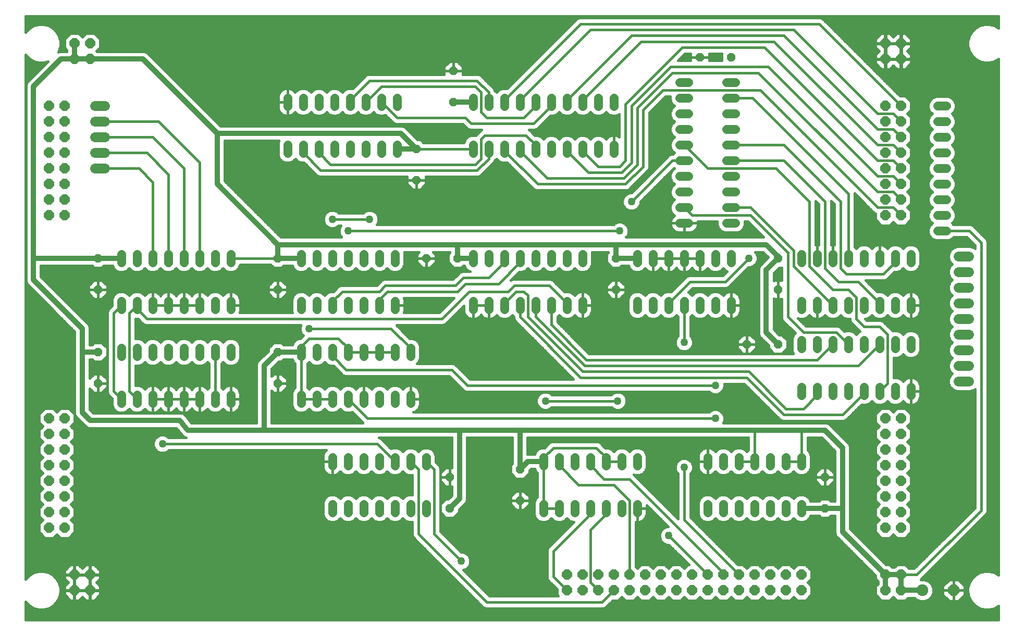
<source format=gbl>
G75*
%MOIN*%
%OFA0B0*%
%FSLAX24Y24*%
%IPPOS*%
%LPD*%
%AMOC8*
5,1,8,0,0,1.08239X$1,22.5*
%
%ADD10C,0.0560*%
%ADD11OC8,0.0560*%
%ADD12OC8,0.0640*%
%ADD13C,0.0640*%
%ADD14C,0.0750*%
%ADD15OC8,0.0750*%
%ADD16C,0.0160*%
%ADD17C,0.0320*%
%ADD18C,0.0500*%
D10*
X023890Y011110D02*
X023890Y011670D01*
X024890Y011670D02*
X024890Y011110D01*
X025890Y011110D02*
X025890Y011670D01*
X026890Y011670D02*
X026890Y011110D01*
X027890Y011110D02*
X027890Y011670D01*
X028890Y011670D02*
X028890Y011110D01*
X029890Y011110D02*
X029890Y011670D01*
X029890Y014110D02*
X029890Y014670D01*
X028890Y014670D02*
X028890Y014110D01*
X027890Y014110D02*
X027890Y014670D01*
X026890Y014670D02*
X026890Y014110D01*
X025890Y014110D02*
X025890Y014670D01*
X024890Y014670D02*
X024890Y014110D01*
X023890Y014110D02*
X023890Y014670D01*
X023890Y018110D02*
X023890Y018670D01*
X022890Y018670D02*
X022890Y018110D01*
X021890Y018110D02*
X021890Y018670D01*
X021890Y021110D02*
X021890Y021670D01*
X022890Y021670D02*
X022890Y021110D01*
X023890Y021110D02*
X023890Y021670D01*
X024890Y021670D02*
X024890Y021110D01*
X025890Y021110D02*
X025890Y021670D01*
X026890Y021670D02*
X026890Y021110D01*
X027890Y021110D02*
X027890Y021670D01*
X028890Y021670D02*
X028890Y021110D01*
X028890Y018670D02*
X028890Y018110D01*
X027890Y018110D02*
X027890Y018670D01*
X026890Y018670D02*
X026890Y018110D01*
X025890Y018110D02*
X025890Y018670D01*
X024890Y018670D02*
X024890Y018110D01*
X017390Y018110D02*
X017390Y018670D01*
X016390Y018670D02*
X016390Y018110D01*
X015390Y018110D02*
X015390Y018670D01*
X014390Y018670D02*
X014390Y018110D01*
X013390Y018110D02*
X013390Y018670D01*
X012390Y018670D02*
X012390Y018110D01*
X011390Y018110D02*
X011390Y018670D01*
X010390Y018670D02*
X010390Y018110D01*
X010390Y021110D02*
X010390Y021670D01*
X011390Y021670D02*
X011390Y021110D01*
X012390Y021110D02*
X012390Y021670D01*
X013390Y021670D02*
X013390Y021110D01*
X014390Y021110D02*
X014390Y021670D01*
X015390Y021670D02*
X015390Y021110D01*
X016390Y021110D02*
X016390Y021670D01*
X017390Y021670D02*
X017390Y021110D01*
X017390Y024110D02*
X017390Y024670D01*
X016390Y024670D02*
X016390Y024110D01*
X015390Y024110D02*
X015390Y024670D01*
X014390Y024670D02*
X014390Y024110D01*
X013390Y024110D02*
X013390Y024670D01*
X012390Y024670D02*
X012390Y024110D01*
X011390Y024110D02*
X011390Y024670D01*
X010390Y024670D02*
X010390Y024110D01*
X010390Y027110D02*
X010390Y027670D01*
X011390Y027670D02*
X011390Y027110D01*
X012390Y027110D02*
X012390Y027670D01*
X013390Y027670D02*
X013390Y027110D01*
X014390Y027110D02*
X014390Y027670D01*
X015390Y027670D02*
X015390Y027110D01*
X016390Y027110D02*
X016390Y027670D01*
X017390Y027670D02*
X017390Y027110D01*
X021890Y027110D02*
X021890Y027670D01*
X022890Y027670D02*
X022890Y027110D01*
X023890Y027110D02*
X023890Y027670D01*
X024890Y027670D02*
X024890Y027110D01*
X025890Y027110D02*
X025890Y027670D01*
X026890Y027670D02*
X026890Y027110D01*
X027890Y027110D02*
X027890Y027670D01*
X027890Y024670D02*
X027890Y024110D01*
X026890Y024110D02*
X026890Y024670D01*
X025890Y024670D02*
X025890Y024110D01*
X024890Y024110D02*
X024890Y024670D01*
X023890Y024670D02*
X023890Y024110D01*
X022890Y024110D02*
X022890Y024670D01*
X021890Y024670D02*
X021890Y024110D01*
X032890Y024110D02*
X032890Y024670D01*
X033890Y024670D02*
X033890Y024110D01*
X034890Y024110D02*
X034890Y024670D01*
X035890Y024670D02*
X035890Y024110D01*
X036890Y024110D02*
X036890Y024670D01*
X037890Y024670D02*
X037890Y024110D01*
X038890Y024110D02*
X038890Y024670D01*
X039890Y024670D02*
X039890Y024110D01*
X043390Y024110D02*
X043390Y024670D01*
X044390Y024670D02*
X044390Y024110D01*
X045390Y024110D02*
X045390Y024670D01*
X046390Y024670D02*
X046390Y024110D01*
X047390Y024110D02*
X047390Y024670D01*
X048390Y024670D02*
X048390Y024110D01*
X049390Y024110D02*
X049390Y024670D01*
X049390Y027110D02*
X049390Y027670D01*
X048390Y027670D02*
X048390Y027110D01*
X047390Y027110D02*
X047390Y027670D01*
X046390Y027670D02*
X046390Y027110D01*
X045390Y027110D02*
X045390Y027670D01*
X044390Y027670D02*
X044390Y027110D01*
X043390Y027110D02*
X043390Y027670D01*
X046110Y029640D02*
X046670Y029640D01*
X046670Y030640D02*
X046110Y030640D01*
X046110Y031640D02*
X046670Y031640D01*
X046670Y032640D02*
X046110Y032640D01*
X046110Y033640D02*
X046670Y033640D01*
X046670Y034640D02*
X046110Y034640D01*
X046110Y035640D02*
X046670Y035640D01*
X046670Y036640D02*
X046110Y036640D01*
X046110Y037640D02*
X046670Y037640D01*
X046670Y038640D02*
X046110Y038640D01*
X049110Y038640D02*
X049670Y038640D01*
X049670Y037640D02*
X049110Y037640D01*
X049110Y036640D02*
X049670Y036640D01*
X049670Y035640D02*
X049110Y035640D01*
X049110Y034640D02*
X049670Y034640D01*
X049670Y033640D02*
X049110Y033640D01*
X049110Y032640D02*
X049670Y032640D01*
X049670Y031640D02*
X049110Y031640D01*
X049110Y030640D02*
X049670Y030640D01*
X049670Y029640D02*
X049110Y029640D01*
X053890Y027670D02*
X053890Y027110D01*
X054890Y027110D02*
X054890Y027670D01*
X055890Y027670D02*
X055890Y027110D01*
X056890Y027110D02*
X056890Y027670D01*
X057890Y027670D02*
X057890Y027110D01*
X058890Y027110D02*
X058890Y027670D01*
X059890Y027670D02*
X059890Y027110D01*
X060890Y027110D02*
X060890Y027670D01*
X062610Y029140D02*
X063170Y029140D01*
X063170Y030140D02*
X062610Y030140D01*
X062610Y031140D02*
X063170Y031140D01*
X063170Y032140D02*
X062610Y032140D01*
X062610Y033140D02*
X063170Y033140D01*
X063170Y034140D02*
X062610Y034140D01*
X062610Y035140D02*
X063170Y035140D01*
X063170Y036140D02*
X062610Y036140D01*
X062610Y037140D02*
X063170Y037140D01*
X060890Y024670D02*
X060890Y024110D01*
X059890Y024110D02*
X059890Y024670D01*
X058890Y024670D02*
X058890Y024110D01*
X057890Y024110D02*
X057890Y024670D01*
X056890Y024670D02*
X056890Y024110D01*
X055890Y024110D02*
X055890Y024670D01*
X054890Y024670D02*
X054890Y024110D01*
X053890Y024110D02*
X053890Y024670D01*
X053890Y022170D02*
X053890Y021610D01*
X054890Y021610D02*
X054890Y022170D01*
X055890Y022170D02*
X055890Y021610D01*
X056890Y021610D02*
X056890Y022170D01*
X057890Y022170D02*
X057890Y021610D01*
X058890Y021610D02*
X058890Y022170D01*
X059890Y022170D02*
X059890Y021610D01*
X060890Y021610D02*
X060890Y022170D01*
X060890Y019170D02*
X060890Y018610D01*
X059890Y018610D02*
X059890Y019170D01*
X058890Y019170D02*
X058890Y018610D01*
X057890Y018610D02*
X057890Y019170D01*
X056890Y019170D02*
X056890Y018610D01*
X055890Y018610D02*
X055890Y019170D01*
X054890Y019170D02*
X054890Y018610D01*
X053890Y018610D02*
X053890Y019170D01*
X053890Y014670D02*
X053890Y014110D01*
X052890Y014110D02*
X052890Y014670D01*
X051890Y014670D02*
X051890Y014110D01*
X050890Y014110D02*
X050890Y014670D01*
X049890Y014670D02*
X049890Y014110D01*
X048890Y014110D02*
X048890Y014670D01*
X047890Y014670D02*
X047890Y014110D01*
X047890Y011670D02*
X047890Y011110D01*
X048890Y011110D02*
X048890Y011670D01*
X049890Y011670D02*
X049890Y011110D01*
X050890Y011110D02*
X050890Y011670D01*
X051890Y011670D02*
X051890Y011110D01*
X052890Y011110D02*
X052890Y011670D01*
X053890Y011670D02*
X053890Y011110D01*
X043390Y011110D02*
X043390Y011670D01*
X042390Y011670D02*
X042390Y011110D01*
X041390Y011110D02*
X041390Y011670D01*
X040390Y011670D02*
X040390Y011110D01*
X039390Y011110D02*
X039390Y011670D01*
X038390Y011670D02*
X038390Y011110D01*
X037390Y011110D02*
X037390Y011670D01*
X037390Y014110D02*
X037390Y014670D01*
X038390Y014670D02*
X038390Y014110D01*
X039390Y014110D02*
X039390Y014670D01*
X040390Y014670D02*
X040390Y014110D01*
X041390Y014110D02*
X041390Y014670D01*
X042390Y014670D02*
X042390Y014110D01*
X043390Y014110D02*
X043390Y014670D01*
X039890Y027110D02*
X039890Y027670D01*
X038890Y027670D02*
X038890Y027110D01*
X037890Y027110D02*
X037890Y027670D01*
X036890Y027670D02*
X036890Y027110D01*
X035890Y027110D02*
X035890Y027670D01*
X034890Y027670D02*
X034890Y027110D01*
X033890Y027110D02*
X033890Y027670D01*
X032890Y027670D02*
X032890Y027110D01*
X032890Y034110D02*
X032890Y034670D01*
X033890Y034670D02*
X033890Y034110D01*
X034890Y034110D02*
X034890Y034670D01*
X035890Y034670D02*
X035890Y034110D01*
X036890Y034110D02*
X036890Y034670D01*
X037890Y034670D02*
X037890Y034110D01*
X038890Y034110D02*
X038890Y034670D01*
X039890Y034670D02*
X039890Y034110D01*
X040890Y034110D02*
X040890Y034670D01*
X041890Y034670D02*
X041890Y034110D01*
X041890Y037110D02*
X041890Y037670D01*
X040890Y037670D02*
X040890Y037110D01*
X039890Y037110D02*
X039890Y037670D01*
X038890Y037670D02*
X038890Y037110D01*
X037890Y037110D02*
X037890Y037670D01*
X036890Y037670D02*
X036890Y037110D01*
X035890Y037110D02*
X035890Y037670D01*
X034890Y037670D02*
X034890Y037110D01*
X033890Y037110D02*
X033890Y037670D01*
X032890Y037670D02*
X032890Y037110D01*
X028015Y037110D02*
X028015Y037670D01*
X027015Y037670D02*
X027015Y037110D01*
X026015Y037110D02*
X026015Y037670D01*
X025015Y037670D02*
X025015Y037110D01*
X024015Y037110D02*
X024015Y037670D01*
X023015Y037670D02*
X023015Y037110D01*
X022015Y037110D02*
X022015Y037670D01*
X021015Y037670D02*
X021015Y037110D01*
X021015Y034670D02*
X021015Y034110D01*
X022015Y034110D02*
X022015Y034670D01*
X023015Y034670D02*
X023015Y034110D01*
X024015Y034110D02*
X024015Y034670D01*
X025015Y034670D02*
X025015Y034110D01*
X026015Y034110D02*
X026015Y034670D01*
X027015Y034670D02*
X027015Y034110D01*
X028015Y034110D02*
X028015Y034670D01*
D11*
X029265Y034390D03*
X029265Y032390D03*
X029890Y027390D03*
X031890Y027390D03*
X042015Y027390D03*
X042015Y025390D03*
X050390Y021890D03*
X052390Y021890D03*
X052390Y025390D03*
X052390Y027390D03*
X049390Y040265D03*
X047390Y040265D03*
X031640Y039390D03*
X031640Y037390D03*
X020390Y027390D03*
X020390Y025390D03*
X020390Y021390D03*
X020390Y019390D03*
X008890Y019390D03*
X008890Y021390D03*
X008890Y025390D03*
X008890Y027390D03*
X031390Y013390D03*
X031390Y011390D03*
X035890Y011890D03*
X035890Y013890D03*
X055390Y013390D03*
X055390Y011390D03*
D12*
X059265Y011140D03*
X060265Y011140D03*
X060265Y010140D03*
X059265Y010140D03*
X059265Y012140D03*
X060265Y012140D03*
X060265Y013140D03*
X059265Y013140D03*
X059265Y014140D03*
X060265Y014140D03*
X060265Y015140D03*
X059265Y015140D03*
X059265Y016140D03*
X060265Y016140D03*
X060265Y017140D03*
X059265Y017140D03*
X059265Y007140D03*
X060265Y007140D03*
X060265Y006140D03*
X059265Y006140D03*
X053890Y006140D03*
X053890Y007140D03*
X052890Y007140D03*
X051890Y007140D03*
X051890Y006140D03*
X052890Y006140D03*
X050890Y006140D03*
X049890Y006140D03*
X049890Y007140D03*
X050890Y007140D03*
X048890Y007140D03*
X047890Y007140D03*
X046890Y007140D03*
X046890Y006140D03*
X047890Y006140D03*
X048890Y006140D03*
X045890Y006140D03*
X044890Y006140D03*
X044890Y007140D03*
X045890Y007140D03*
X043890Y007140D03*
X042890Y007140D03*
X041890Y007140D03*
X041890Y006140D03*
X042890Y006140D03*
X043890Y006140D03*
X040890Y006140D03*
X039890Y006140D03*
X039890Y007140D03*
X040890Y007140D03*
X038890Y007140D03*
X038890Y006140D03*
X008390Y006140D03*
X007390Y006140D03*
X007390Y007140D03*
X008390Y007140D03*
X006765Y010140D03*
X005765Y010140D03*
X005765Y011140D03*
X006765Y011140D03*
X006765Y012140D03*
X005765Y012140D03*
X005765Y013140D03*
X006765Y013140D03*
X006765Y014140D03*
X005765Y014140D03*
X005765Y015140D03*
X006765Y015140D03*
X006765Y016140D03*
X005765Y016140D03*
X005765Y017140D03*
X006765Y017140D03*
X006765Y030140D03*
X005765Y030140D03*
X005765Y031140D03*
X006765Y031140D03*
X006765Y032140D03*
X005765Y032140D03*
X005765Y033140D03*
X006765Y033140D03*
X006765Y034140D03*
X005765Y034140D03*
X005765Y035140D03*
X006765Y035140D03*
X006765Y036140D03*
X005765Y036140D03*
X005765Y037140D03*
X006765Y037140D03*
X007390Y040140D03*
X008390Y040140D03*
X008390Y041140D03*
X007390Y041140D03*
X059265Y041140D03*
X060265Y041140D03*
X060265Y040140D03*
X059265Y040140D03*
X059265Y037140D03*
X060265Y037140D03*
X060265Y036140D03*
X059265Y036140D03*
X059265Y035140D03*
X060265Y035140D03*
X060265Y034140D03*
X059265Y034140D03*
X059265Y033140D03*
X060265Y033140D03*
X060265Y032140D03*
X059265Y032140D03*
X059265Y031140D03*
X060265Y031140D03*
X060265Y030140D03*
X059265Y030140D03*
D13*
X063945Y027515D02*
X064585Y027515D01*
X064585Y026515D02*
X063945Y026515D01*
X063945Y025515D02*
X064585Y025515D01*
X064585Y024515D02*
X063945Y024515D01*
X063945Y023515D02*
X064585Y023515D01*
X064585Y022515D02*
X063945Y022515D01*
X063945Y021515D02*
X064585Y021515D01*
X064585Y020515D02*
X063945Y020515D01*
X063945Y019515D02*
X064585Y019515D01*
X009335Y033140D02*
X008695Y033140D01*
X008695Y034140D02*
X009335Y034140D01*
X009335Y035140D02*
X008695Y035140D01*
X008695Y036140D02*
X009335Y036140D01*
X009335Y037140D02*
X008695Y037140D01*
D14*
X061640Y006140D03*
D15*
X063640Y006140D03*
D16*
X004270Y005423D02*
X004270Y004270D01*
X066502Y004270D01*
X066502Y005157D01*
X066236Y005003D01*
X065926Y004920D01*
X065604Y004920D01*
X065294Y005003D01*
X065016Y005164D01*
X064789Y005391D01*
X064628Y005669D01*
X064545Y005979D01*
X064545Y006301D01*
X064628Y006611D01*
X064789Y006889D01*
X065016Y007116D01*
X065294Y007277D01*
X065604Y007360D01*
X065926Y007360D01*
X066236Y007277D01*
X066502Y007123D01*
X066502Y040157D01*
X066236Y040003D01*
X065926Y039920D01*
X065604Y039920D01*
X065294Y040003D01*
X065016Y040164D01*
X064789Y040391D01*
X064628Y040669D01*
X064545Y040979D01*
X060905Y040979D01*
X060905Y040875D02*
X060905Y041120D01*
X060285Y041120D01*
X060285Y041160D01*
X060905Y041160D01*
X060905Y041405D01*
X060530Y041780D01*
X060285Y041780D01*
X060285Y041160D01*
X060245Y041160D01*
X060245Y041780D01*
X060000Y041780D01*
X059765Y041545D01*
X059530Y041780D01*
X059285Y041780D01*
X059285Y041160D01*
X059245Y041160D01*
X059245Y041780D01*
X059000Y041780D01*
X058625Y041405D01*
X058625Y041160D01*
X059245Y041160D01*
X059245Y041120D01*
X058625Y041120D01*
X058625Y040875D01*
X058860Y040640D01*
X058625Y040405D01*
X058625Y040160D01*
X059245Y040160D01*
X059245Y041120D01*
X059285Y041120D01*
X059285Y041160D01*
X060245Y041160D01*
X060245Y041120D01*
X060285Y041120D01*
X060285Y040500D01*
X060285Y040160D01*
X060905Y040160D01*
X060905Y040405D01*
X060670Y040640D01*
X060905Y040875D01*
X060851Y040821D02*
X064588Y040821D01*
X064545Y040979D02*
X064545Y041301D01*
X064628Y041611D01*
X064789Y041889D01*
X065016Y042116D01*
X065294Y042277D01*
X065604Y042360D01*
X065926Y042360D01*
X066236Y042277D01*
X066502Y042123D01*
X066502Y042880D01*
X004270Y042880D01*
X004270Y041857D01*
X004289Y041889D01*
X004516Y042116D01*
X004794Y042277D01*
X005104Y042360D01*
X005426Y042360D01*
X005736Y042277D01*
X006014Y042116D01*
X006241Y041889D01*
X006402Y041611D01*
X006485Y041301D01*
X006485Y040979D01*
X006750Y040979D01*
X006750Y040875D02*
X006910Y040715D01*
X006910Y040620D01*
X006420Y040620D01*
X006359Y040595D01*
X006402Y040669D01*
X006485Y040979D01*
X006485Y041138D02*
X006750Y041138D01*
X006750Y041296D02*
X006485Y041296D01*
X006444Y041455D02*
X006799Y041455D01*
X006750Y041405D02*
X006750Y040875D01*
X006804Y040821D02*
X006442Y040821D01*
X006398Y040662D02*
X006910Y040662D01*
X006750Y041405D02*
X007125Y041780D01*
X007655Y041780D01*
X007890Y041545D01*
X008125Y041780D01*
X008655Y041780D01*
X009030Y041405D01*
X009030Y040875D01*
X008795Y040640D01*
X008815Y040620D01*
X011860Y040620D01*
X012037Y040547D01*
X016714Y035870D01*
X028360Y035870D01*
X028537Y035797D01*
X028672Y035662D01*
X029344Y034990D01*
X029514Y034990D01*
X029714Y034790D01*
X032290Y034790D01*
X032381Y035010D01*
X032550Y035179D01*
X032771Y035270D01*
X033009Y035270D01*
X033059Y035250D01*
X033301Y035492D01*
X033413Y035604D01*
X033440Y035615D01*
X032685Y035615D01*
X032538Y035676D01*
X032224Y035990D01*
X027935Y035990D01*
X027788Y036051D01*
X027272Y036567D01*
X027134Y036510D01*
X026896Y036510D01*
X026675Y036601D01*
X026515Y036761D01*
X026355Y036601D01*
X026134Y036510D01*
X025896Y036510D01*
X025675Y036601D01*
X025515Y036761D01*
X025355Y036601D01*
X025134Y036510D01*
X024896Y036510D01*
X024675Y036601D01*
X024515Y036761D01*
X024355Y036601D01*
X024134Y036510D01*
X023896Y036510D01*
X023675Y036601D01*
X023515Y036761D01*
X023355Y036601D01*
X023134Y036510D01*
X022896Y036510D01*
X022675Y036601D01*
X022515Y036761D01*
X022355Y036601D01*
X022134Y036510D01*
X021896Y036510D01*
X021675Y036601D01*
X021508Y036768D01*
X021473Y036719D01*
X021406Y036652D01*
X021329Y036597D01*
X021245Y036554D01*
X021155Y036525D01*
X021062Y036510D01*
X021015Y036510D01*
X021015Y037390D01*
X021015Y037390D01*
X021015Y038270D01*
X021062Y038270D01*
X021155Y038255D01*
X021245Y038226D01*
X021329Y038183D01*
X021406Y038128D01*
X021473Y038061D01*
X021508Y038012D01*
X021675Y038179D01*
X021896Y038270D01*
X022134Y038270D01*
X022355Y038179D01*
X022515Y038019D01*
X022675Y038179D01*
X022896Y038270D01*
X023134Y038270D01*
X023355Y038179D01*
X023515Y038019D01*
X023675Y038179D01*
X023896Y038270D01*
X024134Y038270D01*
X024355Y038179D01*
X024515Y038019D01*
X024675Y038179D01*
X024896Y038270D01*
X025134Y038270D01*
X025184Y038250D01*
X025926Y038992D01*
X026038Y039104D01*
X026185Y039165D01*
X031040Y039165D01*
X031040Y039390D01*
X031640Y039390D01*
X031640Y039390D01*
X031640Y039990D01*
X031889Y039990D01*
X032240Y039639D01*
X032240Y039390D01*
X031640Y039390D01*
X031640Y039390D01*
X031640Y039390D01*
X031640Y039990D01*
X031391Y039990D01*
X031040Y039639D01*
X031040Y039390D01*
X031640Y039390D01*
X032240Y039390D01*
X032240Y039165D01*
X033220Y039165D01*
X033367Y039104D01*
X034117Y038354D01*
X034229Y038242D01*
X034273Y038135D01*
X034390Y038019D01*
X034550Y038179D01*
X034771Y038270D01*
X035009Y038270D01*
X035059Y038250D01*
X039538Y042729D01*
X039685Y042790D01*
X055095Y042790D01*
X055242Y042729D01*
X055354Y042617D01*
X060191Y037780D01*
X060530Y037780D01*
X060905Y037405D01*
X060905Y036875D01*
X060670Y036640D01*
X060905Y036405D01*
X060905Y035875D01*
X060670Y035640D01*
X060905Y035405D01*
X060905Y034875D01*
X060670Y034640D01*
X060905Y034405D01*
X060905Y033875D01*
X060670Y033640D01*
X060905Y033405D01*
X060905Y032875D01*
X060670Y032640D01*
X060905Y032405D01*
X060905Y031875D01*
X060670Y031640D01*
X060905Y031405D01*
X060905Y030875D01*
X060670Y030640D01*
X060905Y030405D01*
X060905Y029875D01*
X060530Y029500D01*
X060000Y029500D01*
X059765Y029735D01*
X059530Y029500D01*
X059000Y029500D01*
X058625Y029875D01*
X058625Y030265D01*
X058538Y030301D01*
X057290Y031549D01*
X057290Y028119D01*
X057390Y028019D01*
X057550Y028179D01*
X057771Y028270D01*
X058009Y028270D01*
X058230Y028179D01*
X058397Y028012D01*
X058432Y028061D01*
X058499Y028128D01*
X058576Y028183D01*
X058660Y028226D01*
X058749Y028255D01*
X058843Y028270D01*
X058890Y028270D01*
X058890Y027390D01*
X058890Y027390D01*
X058890Y028270D01*
X058937Y028270D01*
X059030Y028255D01*
X059120Y028226D01*
X059204Y028183D01*
X059281Y028128D01*
X059348Y028061D01*
X059383Y028012D01*
X059550Y028179D01*
X059771Y028270D01*
X060009Y028270D01*
X060230Y028179D01*
X060390Y028019D01*
X060550Y028179D01*
X060771Y028270D01*
X061009Y028270D01*
X061230Y028179D01*
X061399Y028010D01*
X061490Y027789D01*
X061490Y026991D01*
X061399Y026770D01*
X061230Y026601D01*
X061009Y026510D01*
X060771Y026510D01*
X060550Y026601D01*
X060390Y026761D01*
X060230Y026601D01*
X060009Y026510D01*
X059826Y026510D01*
X059367Y026051D01*
X059220Y025990D01*
X057981Y025990D01*
X058721Y025250D01*
X058771Y025270D01*
X059009Y025270D01*
X059230Y025179D01*
X059390Y025019D01*
X059550Y025179D01*
X059771Y025270D01*
X060009Y025270D01*
X060230Y025179D01*
X060397Y025012D01*
X060432Y025061D01*
X060499Y025128D01*
X060576Y025183D01*
X060660Y025226D01*
X060749Y025255D01*
X060843Y025270D01*
X060890Y025270D01*
X060890Y024390D01*
X060890Y024390D01*
X061490Y024390D01*
X061490Y024717D01*
X061475Y024810D01*
X061446Y024900D01*
X061403Y024984D01*
X061348Y025061D01*
X061281Y025128D01*
X061204Y025183D01*
X061120Y025226D01*
X061030Y025255D01*
X060937Y025270D01*
X060890Y025270D01*
X060890Y024390D01*
X060890Y024390D01*
X061490Y024390D01*
X061490Y024063D01*
X061475Y023969D01*
X061446Y023880D01*
X061403Y023796D01*
X061348Y023719D01*
X061281Y023652D01*
X061204Y023597D01*
X061120Y023554D01*
X061030Y023525D01*
X060937Y023510D01*
X060890Y023510D01*
X060890Y024390D01*
X060890Y024390D01*
X060890Y023510D01*
X060843Y023510D01*
X060749Y023525D01*
X060660Y023554D01*
X060576Y023597D01*
X060499Y023652D01*
X060432Y023719D01*
X060397Y023768D01*
X060230Y023601D01*
X060009Y023510D01*
X059771Y023510D01*
X059550Y023601D01*
X059390Y023761D01*
X059230Y023601D01*
X059009Y023510D01*
X058771Y023510D01*
X058550Y023601D01*
X058383Y023768D01*
X058348Y023719D01*
X058281Y023652D01*
X058204Y023597D01*
X058120Y023554D01*
X058030Y023525D01*
X057957Y023513D01*
X058056Y023415D01*
X058970Y023415D01*
X059117Y023354D01*
X059617Y022854D01*
X059721Y022750D01*
X059771Y022770D01*
X060009Y022770D01*
X060230Y022679D01*
X060390Y022519D01*
X060550Y022679D01*
X060771Y022770D01*
X061009Y022770D01*
X061230Y022679D01*
X061399Y022510D01*
X061490Y022289D01*
X061490Y021491D01*
X061399Y021270D01*
X061230Y021101D01*
X061009Y021010D01*
X060771Y021010D01*
X060550Y021101D01*
X060390Y021261D01*
X060230Y021101D01*
X060009Y021010D01*
X059790Y021010D01*
X059790Y019770D01*
X060009Y019770D01*
X060230Y019679D01*
X060397Y019512D01*
X060432Y019561D01*
X060499Y019628D01*
X060576Y019683D01*
X060660Y019726D01*
X060749Y019755D01*
X060843Y019770D01*
X060890Y019770D01*
X060890Y018890D01*
X060890Y018890D01*
X061490Y018890D01*
X061490Y019217D01*
X061475Y019310D01*
X061446Y019400D01*
X061403Y019484D01*
X061348Y019561D01*
X061281Y019628D01*
X061204Y019683D01*
X061120Y019726D01*
X061030Y019755D01*
X060937Y019770D01*
X060890Y019770D01*
X060890Y018890D01*
X060890Y018890D01*
X061490Y018890D01*
X061490Y018563D01*
X061475Y018469D01*
X061446Y018380D01*
X061403Y018296D01*
X061348Y018219D01*
X061281Y018152D01*
X061204Y018097D01*
X061120Y018054D01*
X061030Y018025D01*
X060937Y018010D01*
X060890Y018010D01*
X060890Y018890D01*
X060890Y018890D01*
X060890Y018010D01*
X060843Y018010D01*
X060749Y018025D01*
X060660Y018054D01*
X060576Y018097D01*
X060499Y018152D01*
X060432Y018219D01*
X060397Y018268D01*
X060230Y018101D01*
X060009Y018010D01*
X059771Y018010D01*
X059550Y018101D01*
X059390Y018261D01*
X059230Y018101D01*
X059009Y018010D01*
X058771Y018010D01*
X058550Y018101D01*
X058390Y018261D01*
X058230Y018101D01*
X058009Y018010D01*
X057771Y018010D01*
X057721Y018030D01*
X056854Y017163D01*
X056742Y017051D01*
X056595Y016990D01*
X052685Y016990D01*
X052538Y017051D01*
X050224Y019365D01*
X048960Y019365D01*
X048960Y019152D01*
X048873Y018942D01*
X048713Y018782D01*
X048503Y018695D01*
X048277Y018695D01*
X048067Y018782D01*
X047984Y018865D01*
X032435Y018865D01*
X032288Y018926D01*
X031349Y019865D01*
X024685Y019865D01*
X024538Y019926D01*
X024426Y020038D01*
X024426Y020038D01*
X023954Y020510D01*
X023771Y020510D01*
X023550Y020601D01*
X023390Y020761D01*
X023230Y020601D01*
X023009Y020510D01*
X022771Y020510D01*
X022550Y020601D01*
X022390Y020761D01*
X022290Y020661D01*
X022290Y019119D01*
X022390Y019019D01*
X022550Y019179D01*
X022771Y019270D01*
X023009Y019270D01*
X023230Y019179D01*
X023390Y019019D01*
X023550Y019179D01*
X023771Y019270D01*
X024009Y019270D01*
X024230Y019179D01*
X024390Y019019D01*
X024550Y019179D01*
X024771Y019270D01*
X025009Y019270D01*
X025230Y019179D01*
X025397Y019012D01*
X025432Y019061D01*
X025499Y019128D01*
X025576Y019183D01*
X025660Y019226D01*
X025749Y019255D01*
X025843Y019270D01*
X025890Y019270D01*
X025890Y018390D01*
X025890Y018390D01*
X025890Y019270D01*
X025937Y019270D01*
X026030Y019255D01*
X026120Y019226D01*
X026204Y019183D01*
X026281Y019128D01*
X026348Y019061D01*
X026383Y019012D01*
X026550Y019179D01*
X026771Y019270D01*
X027009Y019270D01*
X027230Y019179D01*
X027390Y019019D01*
X027550Y019179D01*
X027771Y019270D01*
X028009Y019270D01*
X028230Y019179D01*
X028397Y019012D01*
X028432Y019061D01*
X028499Y019128D01*
X028576Y019183D01*
X028660Y019226D01*
X028749Y019255D01*
X028843Y019270D01*
X028890Y019270D01*
X028890Y018390D01*
X028890Y018390D01*
X029490Y018390D01*
X029490Y018717D01*
X029475Y018810D01*
X029446Y018900D01*
X029403Y018984D01*
X029348Y019061D01*
X029281Y019128D01*
X029204Y019183D01*
X029120Y019226D01*
X029030Y019255D01*
X028937Y019270D01*
X028890Y019270D01*
X028890Y018390D01*
X028890Y018390D01*
X029490Y018390D01*
X029490Y018063D01*
X029475Y017969D01*
X029446Y017880D01*
X029403Y017796D01*
X029348Y017719D01*
X029281Y017652D01*
X029204Y017597D01*
X029120Y017554D01*
X029077Y017540D01*
X047984Y017540D01*
X048067Y017623D01*
X048277Y017710D01*
X048503Y017710D01*
X048713Y017623D01*
X048873Y017463D01*
X048960Y017253D01*
X048960Y017027D01*
X048895Y016870D01*
X055485Y016870D01*
X055662Y016797D01*
X055797Y016662D01*
X056922Y015537D01*
X056995Y015360D01*
X056995Y010089D01*
X059304Y007780D01*
X059530Y007780D01*
X059690Y007620D01*
X059840Y007620D01*
X060000Y007780D01*
X060530Y007780D01*
X060770Y007540D01*
X061099Y007540D01*
X064990Y011431D01*
X064990Y019015D01*
X064948Y018972D01*
X064712Y018875D01*
X063818Y018875D01*
X063582Y018972D01*
X063402Y019152D01*
X063305Y019388D01*
X063305Y019642D01*
X063402Y019878D01*
X063540Y020015D01*
X063402Y020152D01*
X063305Y020388D01*
X063305Y020642D01*
X063402Y020878D01*
X063540Y021015D01*
X063402Y021152D01*
X063305Y021388D01*
X063305Y021642D01*
X061490Y021642D01*
X061487Y021484D02*
X063305Y021484D01*
X063305Y021642D02*
X063402Y021878D01*
X063540Y022015D01*
X063402Y022152D01*
X063305Y022388D01*
X063305Y022642D01*
X063402Y022878D01*
X063540Y023015D01*
X063402Y023152D01*
X063305Y023388D01*
X063305Y023642D01*
X063402Y023878D01*
X063540Y024015D01*
X063402Y024152D01*
X063305Y024388D01*
X063305Y024642D01*
X063402Y024878D01*
X063540Y025015D01*
X063402Y025152D01*
X063305Y025388D01*
X063305Y025642D01*
X063402Y025878D01*
X063540Y026015D01*
X063402Y026152D01*
X063305Y026388D01*
X063305Y026642D01*
X063402Y026878D01*
X063540Y027015D01*
X063402Y027152D01*
X063305Y027388D01*
X063305Y027642D01*
X063402Y027878D01*
X063582Y028058D01*
X063818Y028155D01*
X064712Y028155D01*
X064948Y028058D01*
X064990Y028015D01*
X064990Y028224D01*
X064474Y028740D01*
X063619Y028740D01*
X063510Y028631D01*
X063289Y028540D01*
X062491Y028540D01*
X062270Y028631D01*
X062101Y028800D01*
X062010Y029021D01*
X062010Y029259D01*
X062101Y029480D01*
X062261Y029640D01*
X062101Y029800D01*
X062010Y030021D01*
X062010Y030259D01*
X062101Y030480D01*
X062261Y030640D01*
X062101Y030800D01*
X062010Y031021D01*
X062010Y031259D01*
X062101Y031480D01*
X062261Y031640D01*
X062101Y031800D01*
X062010Y032021D01*
X062010Y032259D01*
X062101Y032480D01*
X062261Y032640D01*
X062101Y032800D01*
X062010Y033021D01*
X062010Y033259D01*
X062101Y033480D01*
X062261Y033640D01*
X062101Y033800D01*
X062010Y034021D01*
X062010Y034259D01*
X062101Y034480D01*
X062261Y034640D01*
X062101Y034800D01*
X062010Y035021D01*
X062010Y035259D01*
X062101Y035480D01*
X062261Y035640D01*
X062101Y035800D01*
X062010Y036021D01*
X062010Y036259D01*
X062101Y036480D01*
X062261Y036640D01*
X062101Y036800D01*
X062010Y037021D01*
X062010Y037259D01*
X062101Y037480D01*
X062270Y037649D01*
X062491Y037740D01*
X063289Y037740D01*
X063510Y037649D01*
X063679Y037480D01*
X063770Y037259D01*
X063770Y037021D01*
X063679Y036800D01*
X063519Y036640D01*
X063679Y036480D01*
X063770Y036259D01*
X063770Y036021D01*
X063679Y035800D01*
X063519Y035640D01*
X063679Y035480D01*
X063770Y035259D01*
X063770Y035021D01*
X063679Y034800D01*
X063519Y034640D01*
X063679Y034480D01*
X063770Y034259D01*
X063770Y034021D01*
X063679Y033800D01*
X063519Y033640D01*
X063679Y033480D01*
X063770Y033259D01*
X063770Y033021D01*
X063679Y032800D01*
X063519Y032640D01*
X063679Y032480D01*
X063770Y032259D01*
X063770Y032021D01*
X063679Y031800D01*
X063519Y031640D01*
X063679Y031480D01*
X063770Y031259D01*
X063770Y031021D01*
X063679Y030800D01*
X063519Y030640D01*
X063679Y030480D01*
X063770Y030259D01*
X063770Y030021D01*
X063679Y029800D01*
X063519Y029640D01*
X063619Y029540D01*
X064720Y029540D01*
X064867Y029479D01*
X065617Y028729D01*
X065729Y028617D01*
X065790Y028470D01*
X065790Y011185D01*
X065729Y011038D01*
X061604Y006913D01*
X061526Y006835D01*
X061778Y006835D01*
X062034Y006729D01*
X062229Y006534D01*
X062335Y006278D01*
X062335Y006002D01*
X062229Y005746D01*
X062034Y005551D01*
X061778Y005445D01*
X061502Y005445D01*
X061246Y005551D01*
X061137Y005660D01*
X060690Y005660D01*
X060530Y005500D01*
X060000Y005500D01*
X059765Y005735D01*
X059530Y005500D01*
X059000Y005500D01*
X058625Y005875D01*
X058625Y006405D01*
X058785Y006565D01*
X058785Y006715D01*
X058625Y006875D01*
X058625Y007101D01*
X056243Y009483D01*
X056108Y009618D01*
X056035Y009795D01*
X056035Y010910D01*
X055759Y010910D01*
X055639Y010790D01*
X055141Y010790D01*
X055021Y010910D01*
X054457Y010910D01*
X054399Y010770D01*
X054230Y010601D01*
X054009Y010510D01*
X053771Y010510D01*
X053550Y010601D01*
X053390Y010761D01*
X053230Y010601D01*
X053009Y010510D01*
X052771Y010510D01*
X052550Y010601D01*
X052390Y010761D01*
X052230Y010601D01*
X052009Y010510D01*
X051771Y010510D01*
X051550Y010601D01*
X051390Y010761D01*
X051230Y010601D01*
X051009Y010510D01*
X050771Y010510D01*
X050550Y010601D01*
X050390Y010761D01*
X050230Y010601D01*
X050009Y010510D01*
X049771Y010510D01*
X049550Y010601D01*
X049390Y010761D01*
X049230Y010601D01*
X049009Y010510D01*
X048771Y010510D01*
X048550Y010601D01*
X048390Y010761D01*
X048230Y010601D01*
X048009Y010510D01*
X047771Y010510D01*
X047550Y010601D01*
X047381Y010770D01*
X047290Y010991D01*
X047290Y011789D01*
X047381Y012010D01*
X047550Y012179D01*
X047771Y012270D01*
X048009Y012270D01*
X048230Y012179D01*
X048390Y012019D01*
X048550Y012179D01*
X048771Y012270D01*
X049009Y012270D01*
X049230Y012179D01*
X049390Y012019D01*
X049550Y012179D01*
X049771Y012270D01*
X050009Y012270D01*
X050230Y012179D01*
X050390Y012019D01*
X050550Y012179D01*
X050771Y012270D01*
X051009Y012270D01*
X051230Y012179D01*
X051390Y012019D01*
X051550Y012179D01*
X051771Y012270D01*
X052009Y012270D01*
X052230Y012179D01*
X052390Y012019D01*
X052550Y012179D01*
X052771Y012270D01*
X053009Y012270D01*
X053230Y012179D01*
X053390Y012019D01*
X053550Y012179D01*
X053771Y012270D01*
X054009Y012270D01*
X054230Y012179D01*
X054399Y012010D01*
X054457Y011870D01*
X055021Y011870D01*
X055141Y011990D01*
X055639Y011990D01*
X055759Y011870D01*
X056035Y011870D01*
X056035Y015066D01*
X055191Y015910D01*
X054290Y015910D01*
X054290Y015119D01*
X054399Y015010D01*
X054490Y014789D01*
X054490Y013991D01*
X054399Y013770D01*
X054230Y013601D01*
X054009Y013510D01*
X053771Y013510D01*
X053550Y013601D01*
X053390Y013761D01*
X053230Y013601D01*
X053009Y013510D01*
X052771Y013510D01*
X052550Y013601D01*
X052390Y013761D01*
X052230Y013601D01*
X052009Y013510D01*
X051771Y013510D01*
X051550Y013601D01*
X051390Y013761D01*
X051230Y013601D01*
X051009Y013510D01*
X050771Y013510D01*
X050550Y013601D01*
X050390Y013761D01*
X050230Y013601D01*
X050009Y013510D01*
X049771Y013510D01*
X049550Y013601D01*
X049390Y013761D01*
X049230Y013601D01*
X049009Y013510D01*
X048771Y013510D01*
X048550Y013601D01*
X048383Y013768D01*
X048348Y013719D01*
X048281Y013652D01*
X048204Y013597D01*
X048120Y013554D01*
X048030Y013525D01*
X047937Y013510D01*
X047890Y013510D01*
X047890Y014390D01*
X047890Y014390D01*
X047890Y015270D01*
X047937Y015270D01*
X048030Y015255D01*
X048120Y015226D01*
X048204Y015183D01*
X048281Y015128D01*
X048348Y015061D01*
X048383Y015012D01*
X048550Y015179D01*
X048771Y015270D01*
X049009Y015270D01*
X049230Y015179D01*
X049390Y015019D01*
X049550Y015179D01*
X049771Y015270D01*
X050009Y015270D01*
X050230Y015179D01*
X050390Y015019D01*
X050490Y015119D01*
X050490Y015910D01*
X036370Y015910D01*
X036370Y014870D01*
X036823Y014870D01*
X036881Y015010D01*
X037050Y015179D01*
X037271Y015270D01*
X037454Y015270D01*
X037676Y015492D01*
X037788Y015604D01*
X037935Y015665D01*
X040845Y015665D01*
X040992Y015604D01*
X041326Y015270D01*
X041509Y015270D01*
X041730Y015179D01*
X041890Y015019D01*
X042050Y015179D01*
X042271Y015270D01*
X042509Y015270D01*
X042730Y015179D01*
X042890Y015019D01*
X043050Y015179D01*
X043271Y015270D01*
X043509Y015270D01*
X043730Y015179D01*
X043899Y015010D01*
X043990Y014789D01*
X043990Y013991D01*
X043899Y013770D01*
X043730Y013601D01*
X043509Y013510D01*
X043271Y013510D01*
X043168Y013552D01*
X045990Y010731D01*
X045990Y013609D01*
X045907Y013692D01*
X045820Y013902D01*
X045820Y014128D01*
X045907Y014338D01*
X046067Y014498D01*
X046277Y014585D01*
X046503Y014585D01*
X046713Y014498D01*
X046873Y014338D01*
X046960Y014128D01*
X046960Y013902D01*
X046873Y013692D01*
X046790Y013609D01*
X046790Y010806D01*
X049816Y007780D01*
X050155Y007780D01*
X050390Y007545D01*
X050625Y007780D01*
X051155Y007780D01*
X051390Y007545D01*
X051625Y007780D01*
X052155Y007780D01*
X052390Y007545D01*
X052625Y007780D01*
X053155Y007780D01*
X053390Y007545D01*
X053625Y007780D01*
X054155Y007780D01*
X054530Y007405D01*
X054530Y006875D01*
X054295Y006640D01*
X054530Y006405D01*
X054530Y005875D01*
X054155Y005500D01*
X053625Y005500D01*
X053390Y005735D01*
X053155Y005500D01*
X052625Y005500D01*
X052390Y005735D01*
X052155Y005500D01*
X051625Y005500D01*
X051390Y005735D01*
X051155Y005500D01*
X050625Y005500D01*
X050390Y005735D01*
X050155Y005500D01*
X049625Y005500D01*
X049390Y005735D01*
X049155Y005500D01*
X048625Y005500D01*
X048390Y005735D01*
X048155Y005500D01*
X047625Y005500D01*
X047390Y005735D01*
X047155Y005500D01*
X046625Y005500D01*
X046390Y005735D01*
X046155Y005500D01*
X045625Y005500D01*
X045390Y005735D01*
X045155Y005500D01*
X044625Y005500D01*
X044390Y005735D01*
X044155Y005500D01*
X043625Y005500D01*
X043390Y005735D01*
X043155Y005500D01*
X042625Y005500D01*
X042390Y005735D01*
X042155Y005500D01*
X041816Y005500D01*
X041367Y005051D01*
X041220Y004990D01*
X033685Y004990D01*
X033538Y005051D01*
X033426Y005163D01*
X033426Y005163D01*
X029163Y009426D01*
X029163Y009426D01*
X029051Y009538D01*
X028990Y009685D01*
X028990Y010510D01*
X028771Y010510D01*
X028550Y010601D01*
X028390Y010761D01*
X028230Y010601D01*
X028009Y010510D01*
X027771Y010510D01*
X027550Y010601D01*
X027390Y010761D01*
X027230Y010601D01*
X027009Y010510D01*
X026771Y010510D01*
X026550Y010601D01*
X026390Y010761D01*
X026230Y010601D01*
X026009Y010510D01*
X025771Y010510D01*
X025550Y010601D01*
X025390Y010761D01*
X025230Y010601D01*
X025009Y010510D01*
X024771Y010510D01*
X024550Y010601D01*
X024390Y010761D01*
X024230Y010601D01*
X024009Y010510D01*
X023771Y010510D01*
X023550Y010601D01*
X023381Y010770D01*
X023290Y010991D01*
X023290Y011789D01*
X023381Y012010D01*
X023550Y012179D01*
X023771Y012270D01*
X024009Y012270D01*
X024230Y012179D01*
X024390Y012019D01*
X024550Y012179D01*
X024771Y012270D01*
X025009Y012270D01*
X025230Y012179D01*
X025390Y012019D01*
X025550Y012179D01*
X025771Y012270D01*
X026009Y012270D01*
X026230Y012179D01*
X026390Y012019D01*
X026550Y012179D01*
X026771Y012270D01*
X027009Y012270D01*
X027230Y012179D01*
X027390Y012019D01*
X027550Y012179D01*
X027771Y012270D01*
X028009Y012270D01*
X028230Y012179D01*
X028390Y012019D01*
X028550Y012179D01*
X028771Y012270D01*
X028990Y012270D01*
X028990Y013510D01*
X028771Y013510D01*
X028550Y013601D01*
X028390Y013761D01*
X028230Y013601D01*
X028009Y013510D01*
X027771Y013510D01*
X027550Y013601D01*
X027390Y013761D01*
X027230Y013601D01*
X027009Y013510D01*
X026771Y013510D01*
X026550Y013601D01*
X026390Y013761D01*
X026230Y013601D01*
X026009Y013510D01*
X025771Y013510D01*
X025550Y013601D01*
X025390Y013761D01*
X025230Y013601D01*
X025009Y013510D01*
X024771Y013510D01*
X024550Y013601D01*
X024383Y013768D01*
X024348Y013719D01*
X024281Y013652D01*
X024204Y013597D01*
X024120Y013554D01*
X024030Y013525D01*
X023937Y013510D01*
X023890Y013510D01*
X023890Y014390D01*
X023890Y014390D01*
X023890Y014390D01*
X023290Y014390D01*
X023290Y014717D01*
X023305Y014810D01*
X023334Y014900D01*
X023377Y014984D01*
X023432Y015061D01*
X023486Y015115D01*
X013421Y015115D01*
X013338Y015032D01*
X013128Y014945D01*
X012902Y014945D01*
X012692Y015032D01*
X012532Y015192D01*
X012445Y015402D01*
X012445Y015628D01*
X012532Y015838D01*
X012692Y015998D01*
X012902Y016085D01*
X013128Y016085D01*
X013338Y015998D01*
X013421Y015915D01*
X014532Y015915D01*
X014519Y015920D01*
X014492Y015923D01*
X014432Y015957D01*
X014368Y015983D01*
X014349Y016002D01*
X014325Y016016D01*
X014282Y016069D01*
X014233Y016118D01*
X014223Y016143D01*
X013909Y016535D01*
X008295Y016535D01*
X008118Y016608D01*
X007618Y017108D01*
X007483Y017243D01*
X007410Y017420D01*
X007410Y022691D01*
X004493Y025608D01*
X004358Y025743D01*
X004285Y025920D01*
X004285Y038485D01*
X004358Y038662D01*
X005686Y039990D01*
X005426Y039920D01*
X005104Y039920D01*
X004794Y040003D01*
X004516Y040164D01*
X004289Y040391D01*
X004270Y040423D01*
X004270Y006857D01*
X004289Y006889D01*
X004516Y007116D01*
X004794Y007277D01*
X005104Y007360D01*
X005426Y007360D01*
X005736Y007277D01*
X006014Y007116D01*
X006241Y006889D01*
X006402Y006611D01*
X006485Y006301D01*
X006485Y005979D01*
X006402Y005669D01*
X006241Y005391D01*
X006014Y005164D01*
X005736Y005003D01*
X005426Y004920D01*
X005104Y004920D01*
X004794Y005003D01*
X004516Y005164D01*
X004289Y005391D01*
X004270Y005423D01*
X004270Y005317D02*
X004363Y005317D01*
X004270Y005158D02*
X004526Y005158D01*
X004270Y005000D02*
X004808Y005000D01*
X004270Y004841D02*
X066502Y004841D01*
X066502Y004683D02*
X004270Y004683D01*
X004270Y004524D02*
X066502Y004524D01*
X066502Y004366D02*
X004270Y004366D01*
X005722Y005000D02*
X033662Y005000D01*
X033431Y005158D02*
X006004Y005158D01*
X006167Y005317D02*
X033273Y005317D01*
X033114Y005475D02*
X006290Y005475D01*
X006381Y005634D02*
X006991Y005634D01*
X007125Y005500D02*
X006750Y005875D01*
X006750Y006120D01*
X007370Y006120D01*
X007410Y006120D01*
X007410Y006160D01*
X007370Y006160D01*
X007370Y007120D01*
X006750Y007120D01*
X006750Y006875D01*
X006985Y006640D01*
X006750Y006405D01*
X006750Y006160D01*
X007370Y006160D01*
X007370Y006120D01*
X007370Y005500D01*
X007125Y005500D01*
X007370Y005634D02*
X007410Y005634D01*
X007410Y005500D02*
X007655Y005500D01*
X007890Y005735D01*
X008125Y005500D01*
X008370Y005500D01*
X008370Y006120D01*
X008410Y006120D01*
X008410Y006160D01*
X009030Y006160D01*
X009030Y006405D01*
X008795Y006640D01*
X009030Y006875D01*
X009030Y007120D01*
X008410Y007120D01*
X008410Y007160D01*
X009030Y007160D01*
X009030Y007405D01*
X008655Y007780D01*
X008410Y007780D01*
X008410Y007160D01*
X008370Y007160D01*
X008370Y007780D01*
X008125Y007780D01*
X007890Y007545D01*
X007655Y007780D01*
X007410Y007780D01*
X007410Y007160D01*
X007370Y007160D01*
X007370Y007780D01*
X007125Y007780D01*
X006750Y007405D01*
X006750Y007160D01*
X007370Y007160D01*
X007370Y007120D01*
X007410Y007120D01*
X007410Y007160D01*
X008370Y007160D01*
X008370Y007120D01*
X008030Y007120D01*
X007410Y007120D01*
X007410Y006500D01*
X007410Y006160D01*
X008370Y006160D01*
X008370Y007120D01*
X008410Y007120D01*
X008410Y006500D01*
X008410Y006160D01*
X008370Y006160D01*
X008370Y006120D01*
X008030Y006120D01*
X007410Y006120D01*
X007410Y005500D01*
X007410Y005792D02*
X007370Y005792D01*
X007370Y005951D02*
X007410Y005951D01*
X007410Y006109D02*
X007370Y006109D01*
X007370Y006268D02*
X007410Y006268D01*
X007410Y006426D02*
X007370Y006426D01*
X007370Y006585D02*
X007410Y006585D01*
X007410Y006743D02*
X007370Y006743D01*
X007370Y006902D02*
X007410Y006902D01*
X007410Y007060D02*
X007370Y007060D01*
X007370Y007219D02*
X007410Y007219D01*
X007410Y007377D02*
X007370Y007377D01*
X007370Y007536D02*
X007410Y007536D01*
X007410Y007694D02*
X007370Y007694D01*
X007039Y007694D02*
X004270Y007694D01*
X004270Y007536D02*
X006880Y007536D01*
X006750Y007377D02*
X004270Y007377D01*
X004270Y007219D02*
X004693Y007219D01*
X004460Y007060D02*
X004270Y007060D01*
X004270Y006902D02*
X004301Y006902D01*
X004270Y007853D02*
X030737Y007853D01*
X030578Y008011D02*
X004270Y008011D01*
X004270Y008170D02*
X030420Y008170D01*
X030261Y008328D02*
X004270Y008328D01*
X004270Y008487D02*
X030103Y008487D01*
X029944Y008645D02*
X004270Y008645D01*
X004270Y008804D02*
X029786Y008804D01*
X029627Y008962D02*
X004270Y008962D01*
X004270Y009121D02*
X029469Y009121D01*
X029310Y009279D02*
X004270Y009279D01*
X004270Y009438D02*
X029152Y009438D01*
X029027Y009596D02*
X007126Y009596D01*
X007030Y009500D02*
X007405Y009875D01*
X007405Y010405D01*
X007170Y010640D01*
X007405Y010875D01*
X007405Y011405D01*
X007170Y011640D01*
X007405Y011875D01*
X007405Y012405D01*
X007170Y012640D01*
X007405Y012875D01*
X007405Y013405D01*
X007170Y013640D01*
X007405Y013875D01*
X007405Y014405D01*
X007170Y014640D01*
X007405Y014875D01*
X007405Y015405D01*
X007170Y015640D01*
X007405Y015875D01*
X007405Y016405D01*
X007170Y016640D01*
X007405Y016875D01*
X007405Y017405D01*
X007030Y017780D01*
X006500Y017780D01*
X006265Y017545D01*
X006030Y017780D01*
X005500Y017780D01*
X005125Y017405D01*
X005125Y016875D01*
X005360Y016640D01*
X005125Y016405D01*
X005125Y015875D01*
X005360Y015640D01*
X005125Y015405D01*
X005125Y014875D01*
X005360Y014640D01*
X005125Y014405D01*
X005125Y013875D01*
X005360Y013640D01*
X005125Y013405D01*
X005125Y012875D01*
X005360Y012640D01*
X005125Y012405D01*
X005125Y011875D01*
X005360Y011640D01*
X005125Y011405D01*
X005125Y010875D01*
X005360Y010640D01*
X005125Y010405D01*
X005125Y009875D01*
X005500Y009500D01*
X006030Y009500D01*
X006265Y009735D01*
X006500Y009500D01*
X007030Y009500D01*
X007285Y009755D02*
X028990Y009755D01*
X028990Y009913D02*
X007405Y009913D01*
X007405Y010072D02*
X028990Y010072D01*
X028990Y010230D02*
X007405Y010230D01*
X007405Y010389D02*
X028990Y010389D01*
X028681Y010547D02*
X028099Y010547D01*
X028334Y010706D02*
X028446Y010706D01*
X027681Y010547D02*
X027099Y010547D01*
X027334Y010706D02*
X027446Y010706D01*
X026681Y010547D02*
X026099Y010547D01*
X026334Y010706D02*
X026446Y010706D01*
X025681Y010547D02*
X025099Y010547D01*
X025334Y010706D02*
X025446Y010706D01*
X024681Y010547D02*
X024099Y010547D01*
X024334Y010706D02*
X024446Y010706D01*
X023681Y010547D02*
X007263Y010547D01*
X007236Y010706D02*
X023446Y010706D01*
X023342Y010864D02*
X007394Y010864D01*
X007405Y011023D02*
X023290Y011023D01*
X023290Y011181D02*
X007405Y011181D01*
X007405Y011340D02*
X023290Y011340D01*
X023290Y011498D02*
X007312Y011498D01*
X007187Y011657D02*
X023290Y011657D01*
X023301Y011815D02*
X007345Y011815D01*
X007405Y011974D02*
X023366Y011974D01*
X023503Y012132D02*
X007405Y012132D01*
X007405Y012291D02*
X028990Y012291D01*
X028990Y012449D02*
X007361Y012449D01*
X007203Y012608D02*
X028990Y012608D01*
X028990Y012766D02*
X007296Y012766D01*
X007405Y012925D02*
X028990Y012925D01*
X028990Y013083D02*
X007405Y013083D01*
X007405Y013242D02*
X028990Y013242D01*
X028990Y013400D02*
X007405Y013400D01*
X007252Y013559D02*
X023651Y013559D01*
X023660Y013554D02*
X023749Y013525D01*
X023843Y013510D01*
X023890Y013510D01*
X023890Y014390D01*
X023290Y014390D01*
X023290Y014063D01*
X023305Y013969D01*
X023334Y013880D01*
X023377Y013796D01*
X023432Y013719D01*
X023499Y013652D01*
X023576Y013597D01*
X023660Y013554D01*
X023890Y013559D02*
X023890Y013559D01*
X023890Y013717D02*
X023890Y013717D01*
X023890Y013876D02*
X023890Y013876D01*
X023890Y014034D02*
X023890Y014034D01*
X023890Y014193D02*
X023890Y014193D01*
X023890Y014351D02*
X023890Y014351D01*
X023290Y014351D02*
X007405Y014351D01*
X007405Y014193D02*
X023290Y014193D01*
X023295Y014034D02*
X007405Y014034D01*
X007405Y013876D02*
X023336Y013876D01*
X023434Y013717D02*
X007247Y013717D01*
X007301Y014510D02*
X023290Y014510D01*
X023290Y014668D02*
X007198Y014668D01*
X007357Y014827D02*
X023310Y014827D01*
X023377Y014985D02*
X013225Y014985D01*
X012805Y014985D02*
X007405Y014985D01*
X007405Y015144D02*
X012580Y015144D01*
X012486Y015302D02*
X007405Y015302D01*
X007350Y015461D02*
X012445Y015461D01*
X012445Y015619D02*
X007191Y015619D01*
X007308Y015778D02*
X012507Y015778D01*
X012630Y015936D02*
X007405Y015936D01*
X007405Y016095D02*
X014257Y016095D01*
X014135Y016253D02*
X007405Y016253D01*
X007399Y016412D02*
X014008Y016412D01*
X014469Y015936D02*
X013400Y015936D01*
X013015Y015515D02*
X026765Y015515D01*
X027890Y014390D01*
X028390Y015019D02*
X028230Y015179D01*
X028009Y015270D01*
X027771Y015270D01*
X027633Y015213D01*
X027104Y015742D01*
X026992Y015854D01*
X026857Y015910D01*
X031535Y015910D01*
X031535Y013990D01*
X031390Y013990D01*
X031390Y013390D01*
X031390Y013390D01*
X031390Y012790D01*
X031535Y012790D01*
X031535Y012214D01*
X031311Y011990D01*
X031141Y011990D01*
X030790Y011639D01*
X030790Y011141D01*
X031141Y010790D01*
X031639Y010790D01*
X031990Y011141D01*
X031990Y011311D01*
X032287Y011608D01*
X032422Y011743D01*
X032495Y011920D01*
X032495Y015910D01*
X035410Y015910D01*
X035410Y014259D01*
X035290Y014139D01*
X035290Y013641D01*
X035641Y013290D01*
X036139Y013290D01*
X036490Y013641D01*
X036490Y013811D01*
X036589Y013910D01*
X036823Y013910D01*
X036881Y013770D01*
X036990Y013661D01*
X036990Y012119D01*
X036881Y012010D01*
X036790Y011789D01*
X036790Y010991D01*
X036881Y010770D01*
X037050Y010601D01*
X037271Y010510D01*
X037509Y010510D01*
X037730Y010601D01*
X037890Y010761D01*
X038050Y010601D01*
X038271Y010510D01*
X038509Y010510D01*
X038730Y010601D01*
X038890Y010761D01*
X039050Y010601D01*
X039271Y010510D01*
X039319Y010510D01*
X037788Y008979D01*
X037676Y008867D01*
X037615Y008720D01*
X037615Y006935D01*
X037676Y006788D01*
X038250Y006214D01*
X038250Y005875D01*
X038335Y005790D01*
X033931Y005790D01*
X032269Y007452D01*
X032463Y007532D01*
X032623Y007692D01*
X032710Y007902D01*
X032710Y008128D01*
X032623Y008338D01*
X032463Y008498D01*
X032253Y008585D01*
X032136Y008585D01*
X030790Y009931D01*
X030790Y013970D01*
X030729Y014117D01*
X030617Y014229D01*
X030490Y014356D01*
X030490Y014789D01*
X030399Y015010D01*
X030230Y015179D01*
X030009Y015270D01*
X029771Y015270D01*
X029550Y015179D01*
X029390Y015019D01*
X029230Y015179D01*
X029009Y015270D01*
X028771Y015270D01*
X028550Y015179D01*
X028390Y015019D01*
X028265Y015144D02*
X028515Y015144D01*
X029265Y015144D02*
X029515Y015144D01*
X030265Y015144D02*
X031535Y015144D01*
X031535Y015302D02*
X027544Y015302D01*
X027385Y015461D02*
X031535Y015461D01*
X031535Y015619D02*
X027227Y015619D01*
X027068Y015778D02*
X031535Y015778D01*
X032495Y015778D02*
X035410Y015778D01*
X035410Y015619D02*
X032495Y015619D01*
X032495Y015461D02*
X035410Y015461D01*
X035410Y015302D02*
X032495Y015302D01*
X032495Y015144D02*
X035410Y015144D01*
X035410Y014985D02*
X032495Y014985D01*
X032495Y014827D02*
X035410Y014827D01*
X035410Y014668D02*
X032495Y014668D01*
X032495Y014510D02*
X035410Y014510D01*
X035410Y014351D02*
X032495Y014351D01*
X032495Y014193D02*
X035344Y014193D01*
X035290Y014034D02*
X032495Y014034D01*
X032495Y013876D02*
X035290Y013876D01*
X035290Y013717D02*
X032495Y013717D01*
X032495Y013559D02*
X035373Y013559D01*
X035531Y013400D02*
X032495Y013400D01*
X032495Y013242D02*
X036990Y013242D01*
X036990Y013400D02*
X036249Y013400D01*
X036407Y013559D02*
X036990Y013559D01*
X036934Y013717D02*
X036490Y013717D01*
X036554Y013876D02*
X036838Y013876D01*
X037390Y014390D02*
X037390Y014640D01*
X038015Y015265D01*
X040765Y015265D01*
X041390Y014640D01*
X041390Y014390D01*
X042390Y014390D01*
X042015Y015144D02*
X041765Y015144D01*
X041294Y015302D02*
X050490Y015302D01*
X050490Y015144D02*
X050265Y015144D01*
X050490Y015461D02*
X041135Y015461D01*
X040956Y015619D02*
X050490Y015619D01*
X050490Y015778D02*
X036370Y015778D01*
X036370Y015619D02*
X037824Y015619D01*
X037645Y015461D02*
X036370Y015461D01*
X036370Y015302D02*
X037486Y015302D01*
X037015Y015144D02*
X036370Y015144D01*
X036370Y014985D02*
X036871Y014985D01*
X037390Y014390D02*
X037390Y011390D01*
X038390Y011390D01*
X038834Y010706D02*
X038946Y010706D01*
X039181Y010547D02*
X038599Y010547D01*
X038181Y010547D02*
X037599Y010547D01*
X037834Y010706D02*
X037946Y010706D01*
X037181Y010547D02*
X030790Y010547D01*
X030790Y010389D02*
X039198Y010389D01*
X039039Y010230D02*
X030790Y010230D01*
X030790Y010072D02*
X038881Y010072D01*
X038722Y009913D02*
X030808Y009913D01*
X030966Y009755D02*
X038564Y009755D01*
X038405Y009596D02*
X031125Y009596D01*
X031283Y009438D02*
X038247Y009438D01*
X038088Y009279D02*
X031442Y009279D01*
X031600Y009121D02*
X037930Y009121D01*
X037771Y008962D02*
X031759Y008962D01*
X031917Y008804D02*
X037650Y008804D01*
X037615Y008645D02*
X032076Y008645D01*
X032475Y008487D02*
X037615Y008487D01*
X037615Y008328D02*
X032627Y008328D01*
X032693Y008170D02*
X037615Y008170D01*
X037615Y008011D02*
X032710Y008011D01*
X032690Y007853D02*
X037615Y007853D01*
X037615Y007694D02*
X032624Y007694D01*
X032467Y007536D02*
X037615Y007536D01*
X037615Y007377D02*
X032344Y007377D01*
X032502Y007219D02*
X037615Y007219D01*
X037615Y007060D02*
X032661Y007060D01*
X032819Y006902D02*
X037629Y006902D01*
X037721Y006743D02*
X032978Y006743D01*
X033136Y006585D02*
X037880Y006585D01*
X038038Y006426D02*
X033295Y006426D01*
X033453Y006268D02*
X038197Y006268D01*
X038250Y006109D02*
X033612Y006109D01*
X033770Y005951D02*
X038250Y005951D01*
X038333Y005792D02*
X033929Y005792D01*
X033765Y005390D02*
X041140Y005390D01*
X041890Y006140D01*
X042289Y005634D02*
X042491Y005634D01*
X041791Y005475D02*
X061429Y005475D01*
X061164Y005634D02*
X060664Y005634D01*
X059866Y005634D02*
X059664Y005634D01*
X058866Y005634D02*
X054289Y005634D01*
X054447Y005792D02*
X058708Y005792D01*
X058625Y005951D02*
X054530Y005951D01*
X054530Y006109D02*
X058625Y006109D01*
X058625Y006268D02*
X054530Y006268D01*
X054509Y006426D02*
X058646Y006426D01*
X058785Y006585D02*
X054351Y006585D01*
X054398Y006743D02*
X058757Y006743D01*
X058625Y006902D02*
X054530Y006902D01*
X054530Y007060D02*
X058625Y007060D01*
X058508Y007219D02*
X054530Y007219D01*
X054530Y007377D02*
X058349Y007377D01*
X058191Y007536D02*
X054400Y007536D01*
X054241Y007694D02*
X058032Y007694D01*
X057874Y007853D02*
X049743Y007853D01*
X049585Y008011D02*
X057715Y008011D01*
X057557Y008170D02*
X049426Y008170D01*
X049268Y008328D02*
X057398Y008328D01*
X057240Y008487D02*
X049109Y008487D01*
X048951Y008645D02*
X057081Y008645D01*
X056923Y008804D02*
X048792Y008804D01*
X048634Y008962D02*
X056764Y008962D01*
X056606Y009121D02*
X048475Y009121D01*
X048317Y009279D02*
X056447Y009279D01*
X056289Y009438D02*
X048158Y009438D01*
X048000Y009596D02*
X056130Y009596D01*
X056052Y009755D02*
X047841Y009755D01*
X047683Y009913D02*
X056035Y009913D01*
X056035Y010072D02*
X047524Y010072D01*
X047366Y010230D02*
X056035Y010230D01*
X056035Y010389D02*
X047207Y010389D01*
X047049Y010547D02*
X047681Y010547D01*
X047446Y010706D02*
X046890Y010706D01*
X046790Y010864D02*
X047342Y010864D01*
X047290Y011023D02*
X046790Y011023D01*
X046790Y011181D02*
X047290Y011181D01*
X047290Y011340D02*
X046790Y011340D01*
X046790Y011498D02*
X047290Y011498D01*
X047290Y011657D02*
X046790Y011657D01*
X046790Y011815D02*
X047301Y011815D01*
X047366Y011974D02*
X046790Y011974D01*
X046790Y012132D02*
X047503Y012132D01*
X046790Y012291D02*
X056035Y012291D01*
X056035Y012449D02*
X046790Y012449D01*
X046790Y012608D02*
X056035Y012608D01*
X056035Y012766D02*
X046790Y012766D01*
X046790Y012925D02*
X055007Y012925D01*
X055141Y012790D02*
X054790Y013141D01*
X054790Y013390D01*
X055390Y013390D01*
X055390Y013390D01*
X055390Y013990D01*
X055639Y013990D01*
X055990Y013639D01*
X055990Y013390D01*
X055390Y013390D01*
X055390Y013390D01*
X055390Y013390D01*
X055390Y013990D01*
X055141Y013990D01*
X054790Y013639D01*
X054790Y013390D01*
X055390Y013390D01*
X055990Y013390D01*
X055990Y013141D01*
X055639Y012790D01*
X055390Y012790D01*
X055390Y013390D01*
X055390Y013390D01*
X055390Y012790D01*
X055141Y012790D01*
X055390Y012925D02*
X055390Y012925D01*
X055390Y013083D02*
X055390Y013083D01*
X055390Y013242D02*
X055390Y013242D01*
X055390Y013400D02*
X055390Y013400D01*
X055390Y013559D02*
X055390Y013559D01*
X055390Y013717D02*
X055390Y013717D01*
X055390Y013876D02*
X055390Y013876D01*
X055753Y013876D02*
X056035Y013876D01*
X056035Y014034D02*
X054490Y014034D01*
X054490Y014193D02*
X056035Y014193D01*
X056035Y014351D02*
X054490Y014351D01*
X054490Y014510D02*
X056035Y014510D01*
X056035Y014668D02*
X054490Y014668D01*
X054475Y014827D02*
X056035Y014827D01*
X056035Y014985D02*
X054409Y014985D01*
X054290Y015144D02*
X055958Y015144D01*
X055799Y015302D02*
X054290Y015302D01*
X054290Y015461D02*
X055641Y015461D01*
X055482Y015619D02*
X054290Y015619D01*
X054290Y015778D02*
X055324Y015778D01*
X056047Y016412D02*
X058631Y016412D01*
X058625Y016405D02*
X058625Y015875D01*
X058860Y015640D01*
X058625Y015405D01*
X058625Y014875D01*
X058860Y014640D01*
X058625Y014405D01*
X058625Y013875D01*
X058860Y013640D01*
X058625Y013405D01*
X058625Y012875D01*
X058860Y012640D01*
X058625Y012405D01*
X058625Y011875D01*
X058860Y011640D01*
X058625Y011405D01*
X058625Y010875D01*
X058860Y010640D01*
X058625Y010405D01*
X058625Y009875D01*
X059000Y009500D01*
X059530Y009500D01*
X059765Y009735D01*
X060000Y009500D01*
X060530Y009500D01*
X060905Y009875D01*
X060905Y010405D01*
X060670Y010640D01*
X060905Y010875D01*
X060905Y011405D01*
X060670Y011640D01*
X060905Y011875D01*
X060905Y012405D01*
X060670Y012640D01*
X060905Y012875D01*
X060905Y013405D01*
X060670Y013640D01*
X060905Y013875D01*
X060905Y014405D01*
X060670Y014640D01*
X060905Y014875D01*
X060905Y015405D01*
X060670Y015640D01*
X060905Y015875D01*
X060905Y016405D01*
X060670Y016640D01*
X060905Y016875D01*
X060905Y017405D01*
X060530Y017780D01*
X060000Y017780D01*
X059765Y017545D01*
X059530Y017780D01*
X059000Y017780D01*
X058625Y017405D01*
X058625Y016875D01*
X058860Y016640D01*
X058625Y016405D01*
X058625Y016253D02*
X056206Y016253D01*
X056364Y016095D02*
X058625Y016095D01*
X058625Y015936D02*
X056523Y015936D01*
X056681Y015778D02*
X058722Y015778D01*
X058839Y015619D02*
X056840Y015619D01*
X056954Y015461D02*
X058680Y015461D01*
X058625Y015302D02*
X056995Y015302D01*
X056995Y015144D02*
X058625Y015144D01*
X058625Y014985D02*
X056995Y014985D01*
X056995Y014827D02*
X058673Y014827D01*
X058832Y014668D02*
X056995Y014668D01*
X056995Y014510D02*
X058729Y014510D01*
X058625Y014351D02*
X056995Y014351D01*
X056995Y014193D02*
X058625Y014193D01*
X058625Y014034D02*
X056995Y014034D01*
X056995Y013876D02*
X058625Y013876D01*
X058783Y013717D02*
X056995Y013717D01*
X056995Y013559D02*
X058778Y013559D01*
X058625Y013400D02*
X056995Y013400D01*
X056995Y013242D02*
X058625Y013242D01*
X058625Y013083D02*
X056995Y013083D01*
X056995Y012925D02*
X058625Y012925D01*
X058734Y012766D02*
X056995Y012766D01*
X056995Y012608D02*
X058827Y012608D01*
X058669Y012449D02*
X056995Y012449D01*
X056995Y012291D02*
X058625Y012291D01*
X058625Y012132D02*
X056995Y012132D01*
X056995Y011974D02*
X058625Y011974D01*
X058685Y011815D02*
X056995Y011815D01*
X056995Y011657D02*
X058843Y011657D01*
X058718Y011498D02*
X056995Y011498D01*
X056995Y011340D02*
X058625Y011340D01*
X058625Y011181D02*
X056995Y011181D01*
X056995Y011023D02*
X058625Y011023D01*
X058636Y010864D02*
X056995Y010864D01*
X056995Y010706D02*
X058794Y010706D01*
X058767Y010547D02*
X056995Y010547D01*
X056995Y010389D02*
X058625Y010389D01*
X058625Y010230D02*
X056995Y010230D01*
X057012Y010072D02*
X058625Y010072D01*
X058625Y009913D02*
X057171Y009913D01*
X057329Y009755D02*
X058745Y009755D01*
X058904Y009596D02*
X057488Y009596D01*
X057646Y009438D02*
X062997Y009438D01*
X063155Y009596D02*
X060626Y009596D01*
X060785Y009755D02*
X063314Y009755D01*
X063472Y009913D02*
X060905Y009913D01*
X060905Y010072D02*
X063631Y010072D01*
X063789Y010230D02*
X060905Y010230D01*
X060905Y010389D02*
X063948Y010389D01*
X064106Y010547D02*
X060763Y010547D01*
X060736Y010706D02*
X064265Y010706D01*
X064423Y010864D02*
X060894Y010864D01*
X060905Y011023D02*
X064582Y011023D01*
X064740Y011181D02*
X060905Y011181D01*
X060905Y011340D02*
X064899Y011340D01*
X064990Y011498D02*
X060812Y011498D01*
X060687Y011657D02*
X064990Y011657D01*
X064990Y011815D02*
X060845Y011815D01*
X060905Y011974D02*
X064990Y011974D01*
X064990Y012132D02*
X060905Y012132D01*
X060905Y012291D02*
X064990Y012291D01*
X064990Y012449D02*
X060861Y012449D01*
X060703Y012608D02*
X064990Y012608D01*
X064990Y012766D02*
X060796Y012766D01*
X060905Y012925D02*
X064990Y012925D01*
X064990Y013083D02*
X060905Y013083D01*
X060905Y013242D02*
X064990Y013242D01*
X064990Y013400D02*
X060905Y013400D01*
X060752Y013559D02*
X064990Y013559D01*
X064990Y013717D02*
X060747Y013717D01*
X060905Y013876D02*
X064990Y013876D01*
X064990Y014034D02*
X060905Y014034D01*
X060905Y014193D02*
X064990Y014193D01*
X064990Y014351D02*
X060905Y014351D01*
X060801Y014510D02*
X064990Y014510D01*
X064990Y014668D02*
X060698Y014668D01*
X060857Y014827D02*
X064990Y014827D01*
X064990Y014985D02*
X060905Y014985D01*
X060905Y015144D02*
X064990Y015144D01*
X064990Y015302D02*
X060905Y015302D01*
X060850Y015461D02*
X064990Y015461D01*
X064990Y015619D02*
X060691Y015619D01*
X060808Y015778D02*
X064990Y015778D01*
X064990Y015936D02*
X060905Y015936D01*
X060905Y016095D02*
X064990Y016095D01*
X064990Y016253D02*
X060905Y016253D01*
X060899Y016412D02*
X064990Y016412D01*
X064990Y016570D02*
X060740Y016570D01*
X060759Y016729D02*
X064990Y016729D01*
X064990Y016887D02*
X060905Y016887D01*
X060905Y017046D02*
X064990Y017046D01*
X064990Y017204D02*
X060905Y017204D01*
X060905Y017363D02*
X064990Y017363D01*
X064990Y017521D02*
X060789Y017521D01*
X060631Y017680D02*
X064990Y017680D01*
X064990Y017838D02*
X057529Y017838D01*
X057687Y017997D02*
X064990Y017997D01*
X064990Y018155D02*
X061284Y018155D01*
X061412Y018314D02*
X064990Y018314D01*
X064990Y018472D02*
X061476Y018472D01*
X061490Y018631D02*
X064990Y018631D01*
X064990Y018789D02*
X061490Y018789D01*
X061490Y018948D02*
X063643Y018948D01*
X063449Y019106D02*
X061490Y019106D01*
X061483Y019265D02*
X063356Y019265D01*
X063305Y019423D02*
X061434Y019423D01*
X061327Y019582D02*
X063305Y019582D01*
X063345Y019740D02*
X061077Y019740D01*
X060890Y019740D02*
X060890Y019740D01*
X060890Y019582D02*
X060890Y019582D01*
X060890Y019423D02*
X060890Y019423D01*
X060890Y019265D02*
X060890Y019265D01*
X060890Y019106D02*
X060890Y019106D01*
X060890Y018948D02*
X060890Y018948D01*
X060890Y018789D02*
X060890Y018789D01*
X060890Y018631D02*
X060890Y018631D01*
X060890Y018472D02*
X060890Y018472D01*
X060890Y018314D02*
X060890Y018314D01*
X060890Y018155D02*
X060890Y018155D01*
X060496Y018155D02*
X060284Y018155D01*
X059899Y017680D02*
X059631Y017680D01*
X059496Y018155D02*
X059284Y018155D01*
X058899Y017680D02*
X057370Y017680D01*
X057212Y017521D02*
X058741Y017521D01*
X058625Y017363D02*
X057053Y017363D01*
X056895Y017204D02*
X058625Y017204D01*
X058625Y017046D02*
X056729Y017046D01*
X056515Y017390D02*
X052765Y017390D01*
X050390Y019765D01*
X039765Y019765D01*
X035890Y023640D01*
X035890Y024390D01*
X036390Y025015D02*
X036390Y023640D01*
X039890Y020140D01*
X050515Y020140D01*
X052890Y017765D01*
X054015Y017765D01*
X054890Y018640D01*
X054890Y018890D01*
X054890Y020890D02*
X040140Y020890D01*
X037890Y023140D01*
X037890Y024390D01*
X038390Y023761D02*
X038550Y023601D01*
X038771Y023510D01*
X039009Y023510D01*
X039230Y023601D01*
X039397Y023768D01*
X039432Y023719D01*
X039499Y023652D01*
X039576Y023597D01*
X039660Y023554D01*
X039749Y023525D01*
X039843Y023510D01*
X039890Y023510D01*
X039937Y023510D01*
X040030Y023525D01*
X040120Y023554D01*
X040204Y023597D01*
X040281Y023652D01*
X040348Y023719D01*
X040403Y023796D01*
X040446Y023880D01*
X040475Y023969D01*
X040490Y024063D01*
X040490Y024390D01*
X040490Y024717D01*
X040475Y024810D01*
X040446Y024900D01*
X040403Y024984D01*
X040348Y025061D01*
X040281Y025128D01*
X040204Y025183D01*
X040120Y025226D01*
X040030Y025255D01*
X039937Y025270D01*
X039890Y025270D01*
X039890Y024390D01*
X039890Y024390D01*
X040490Y024390D01*
X039890Y024390D01*
X039890Y024390D01*
X039890Y025270D01*
X039843Y025270D01*
X039749Y025255D01*
X039660Y025226D01*
X039576Y025183D01*
X039499Y025128D01*
X039432Y025061D01*
X039397Y025012D01*
X039230Y025179D01*
X039009Y025270D01*
X038771Y025270D01*
X038721Y025250D01*
X037992Y025979D01*
X037845Y026040D01*
X035435Y026040D01*
X035299Y025984D01*
X035826Y026510D01*
X036009Y026510D01*
X036230Y026601D01*
X036390Y026761D01*
X036550Y026601D01*
X036771Y026510D01*
X037009Y026510D01*
X037230Y026601D01*
X037390Y026761D01*
X037550Y026601D01*
X037771Y026510D01*
X038009Y026510D01*
X038230Y026601D01*
X038390Y026761D01*
X038550Y026601D01*
X038771Y026510D01*
X039009Y026510D01*
X039230Y026601D01*
X039390Y026761D01*
X039550Y026601D01*
X039771Y026510D01*
X040009Y026510D01*
X040230Y026601D01*
X040399Y026770D01*
X040490Y026991D01*
X040490Y027785D01*
X041535Y027785D01*
X041535Y027759D01*
X041415Y027639D01*
X041415Y027141D01*
X041766Y026790D01*
X042264Y026790D01*
X042384Y026910D01*
X042823Y026910D01*
X042881Y026770D01*
X043050Y026601D01*
X043271Y026510D01*
X043509Y026510D01*
X043730Y026601D01*
X043897Y026768D01*
X043932Y026719D01*
X043999Y026652D01*
X044076Y026597D01*
X044160Y026554D01*
X044249Y026525D01*
X044343Y026510D01*
X044390Y026510D01*
X044437Y026510D01*
X044530Y026525D01*
X044620Y026554D01*
X044704Y026597D01*
X044781Y026652D01*
X044848Y026719D01*
X044890Y026777D01*
X044932Y026719D01*
X044999Y026652D01*
X045076Y026597D01*
X045160Y026554D01*
X045249Y026525D01*
X045343Y026510D01*
X045390Y026510D01*
X045437Y026510D01*
X045530Y026525D01*
X045620Y026554D01*
X045704Y026597D01*
X045781Y026652D01*
X045848Y026719D01*
X045890Y026777D01*
X045932Y026719D01*
X045999Y026652D01*
X046076Y026597D01*
X046160Y026554D01*
X046249Y026525D01*
X046343Y026510D01*
X046390Y026510D01*
X046437Y026510D01*
X046530Y026525D01*
X046620Y026554D01*
X046704Y026597D01*
X046781Y026652D01*
X046848Y026719D01*
X046890Y026777D01*
X046932Y026719D01*
X046999Y026652D01*
X047076Y026597D01*
X047160Y026554D01*
X047249Y026525D01*
X047343Y026510D01*
X047390Y026510D01*
X047437Y026510D01*
X047530Y026525D01*
X047620Y026554D01*
X047704Y026597D01*
X047781Y026652D01*
X047848Y026719D01*
X047883Y026768D01*
X048050Y026601D01*
X048271Y026510D01*
X048509Y026510D01*
X048730Y026601D01*
X048890Y026761D01*
X049050Y026601D01*
X049128Y026569D01*
X048849Y026290D01*
X046685Y026290D01*
X046538Y026229D01*
X046426Y026117D01*
X045559Y025250D01*
X045509Y025270D01*
X045271Y025270D01*
X045050Y025179D01*
X044890Y025019D01*
X044730Y025179D01*
X044509Y025270D01*
X044271Y025270D01*
X044050Y025179D01*
X043890Y025019D01*
X043730Y025179D01*
X043509Y025270D01*
X043271Y025270D01*
X043050Y025179D01*
X042881Y025010D01*
X042790Y024789D01*
X042790Y023991D01*
X042881Y023770D01*
X043050Y023601D01*
X043271Y023510D01*
X043509Y023510D01*
X043730Y023601D01*
X043890Y023761D01*
X044050Y023601D01*
X044271Y023510D01*
X044509Y023510D01*
X044730Y023601D01*
X044890Y023761D01*
X045050Y023601D01*
X045271Y023510D01*
X045509Y023510D01*
X045730Y023601D01*
X045890Y023761D01*
X045990Y023661D01*
X045990Y022421D01*
X045907Y022338D01*
X045820Y022128D01*
X045820Y021902D01*
X045907Y021692D01*
X046067Y021532D01*
X046277Y021445D01*
X046503Y021445D01*
X046713Y021532D01*
X046873Y021692D01*
X046960Y021902D01*
X046960Y022128D01*
X046873Y022338D01*
X046790Y022421D01*
X046790Y023661D01*
X046890Y023761D01*
X047050Y023601D01*
X047271Y023510D01*
X047509Y023510D01*
X047730Y023601D01*
X047890Y023761D01*
X048050Y023601D01*
X048271Y023510D01*
X048509Y023510D01*
X048730Y023601D01*
X048897Y023768D01*
X048932Y023719D01*
X048999Y023652D01*
X049076Y023597D01*
X049160Y023554D01*
X049249Y023525D01*
X049343Y023510D01*
X049390Y023510D01*
X049437Y023510D01*
X049530Y023525D01*
X049620Y023554D01*
X049704Y023597D01*
X049781Y023652D01*
X049848Y023719D01*
X049903Y023796D01*
X049946Y023880D01*
X049975Y023969D01*
X049990Y024063D01*
X049990Y024390D01*
X049990Y024717D01*
X049975Y024810D01*
X049946Y024900D01*
X049903Y024984D01*
X049848Y025061D01*
X049781Y025128D01*
X049704Y025183D01*
X049620Y025226D01*
X049530Y025255D01*
X049437Y025270D01*
X049390Y025270D01*
X049390Y024390D01*
X049390Y024390D01*
X049990Y024390D01*
X049390Y024390D01*
X049390Y024390D01*
X049390Y025270D01*
X049343Y025270D01*
X049249Y025255D01*
X049160Y025226D01*
X049076Y025183D01*
X048999Y025128D01*
X048932Y025061D01*
X048897Y025012D01*
X048730Y025179D01*
X048509Y025270D01*
X048271Y025270D01*
X048050Y025179D01*
X047890Y025019D01*
X047730Y025179D01*
X047509Y025270D01*
X047271Y025270D01*
X047050Y025179D01*
X046890Y025019D01*
X046730Y025179D01*
X046652Y025211D01*
X046931Y025490D01*
X049095Y025490D01*
X049242Y025551D01*
X050511Y026820D01*
X050628Y026820D01*
X050838Y026907D01*
X050998Y027067D01*
X051085Y027277D01*
X051085Y027503D01*
X050998Y027713D01*
X050926Y027785D01*
X051441Y027785D01*
X051774Y027452D01*
X051233Y026912D01*
X051160Y026735D01*
X051160Y022545D01*
X051233Y022368D01*
X051368Y022233D01*
X051368Y022233D01*
X051790Y021811D01*
X051790Y021641D01*
X052141Y021290D01*
X052639Y021290D01*
X052990Y021641D01*
X052990Y022139D01*
X052639Y022490D01*
X052469Y022490D01*
X052120Y022839D01*
X052120Y024811D01*
X052141Y024790D01*
X052390Y024790D01*
X052615Y024790D01*
X052615Y023560D01*
X052676Y023413D01*
X052788Y023301D01*
X053480Y022609D01*
X053381Y022510D01*
X053290Y022289D01*
X053290Y021491D01*
X053373Y021290D01*
X040306Y021290D01*
X038290Y023306D01*
X038290Y023661D01*
X038390Y023761D01*
X038331Y023703D02*
X038449Y023703D01*
X038290Y023544D02*
X038688Y023544D01*
X039092Y023544D02*
X039690Y023544D01*
X039890Y023544D02*
X039890Y023544D01*
X039890Y023510D02*
X039890Y024390D01*
X039890Y024390D01*
X039890Y023510D01*
X039890Y023703D02*
X039890Y023703D01*
X039890Y023861D02*
X039890Y023861D01*
X039890Y024020D02*
X039890Y024020D01*
X039890Y024178D02*
X039890Y024178D01*
X039890Y024337D02*
X039890Y024337D01*
X039890Y024495D02*
X039890Y024495D01*
X039890Y024654D02*
X039890Y024654D01*
X039890Y024812D02*
X039890Y024812D01*
X039890Y024971D02*
X039890Y024971D01*
X039890Y025129D02*
X039890Y025129D01*
X040279Y025129D02*
X041427Y025129D01*
X041415Y025141D02*
X041766Y024790D01*
X042015Y024790D01*
X042264Y024790D01*
X042615Y025141D01*
X042615Y025390D01*
X042615Y025639D01*
X042264Y025990D01*
X042015Y025990D01*
X042015Y025390D01*
X042015Y025390D01*
X042615Y025390D01*
X042015Y025390D01*
X042015Y025390D01*
X042015Y025390D01*
X041415Y025390D01*
X041415Y025639D01*
X041766Y025990D01*
X042015Y025990D01*
X042015Y025390D01*
X042015Y024790D01*
X042015Y025390D01*
X042015Y025390D01*
X041415Y025390D01*
X041415Y025141D01*
X041415Y025288D02*
X038683Y025288D01*
X038525Y025446D02*
X041415Y025446D01*
X041415Y025605D02*
X038366Y025605D01*
X038208Y025763D02*
X041540Y025763D01*
X041698Y025922D02*
X038049Y025922D01*
X037765Y025640D02*
X038890Y024515D01*
X038890Y024390D01*
X039331Y023703D02*
X039449Y023703D01*
X040090Y023544D02*
X043188Y023544D01*
X042949Y023703D02*
X040331Y023703D01*
X040437Y023861D02*
X042844Y023861D01*
X042790Y024020D02*
X040483Y024020D01*
X040490Y024178D02*
X042790Y024178D01*
X042790Y024337D02*
X040490Y024337D01*
X040490Y024495D02*
X042790Y024495D01*
X042790Y024654D02*
X040490Y024654D01*
X040475Y024812D02*
X041744Y024812D01*
X041586Y024971D02*
X040410Y024971D01*
X039501Y025129D02*
X039279Y025129D01*
X037765Y025640D02*
X035515Y025640D01*
X035140Y025265D01*
X032640Y025265D01*
X030890Y023515D01*
X012015Y023515D01*
X011390Y024140D01*
X011390Y024390D01*
X010890Y023890D01*
X010890Y018890D01*
X011390Y018390D01*
X011897Y017768D02*
X011932Y017719D01*
X011999Y017652D01*
X012076Y017597D01*
X012160Y017554D01*
X012249Y017525D01*
X012343Y017510D01*
X012390Y017510D01*
X012437Y017510D01*
X012530Y017525D01*
X012620Y017554D01*
X012704Y017597D01*
X012781Y017652D01*
X012848Y017719D01*
X012890Y017777D01*
X012932Y017719D01*
X012999Y017652D01*
X013076Y017597D01*
X013160Y017554D01*
X013249Y017525D01*
X013343Y017510D01*
X013390Y017510D01*
X013437Y017510D01*
X013530Y017525D01*
X013620Y017554D01*
X013704Y017597D01*
X013781Y017652D01*
X013848Y017719D01*
X013890Y017777D01*
X013932Y017719D01*
X013999Y017652D01*
X014076Y017597D01*
X014160Y017554D01*
X014249Y017525D01*
X014343Y017510D01*
X014390Y017510D01*
X014437Y017510D01*
X014530Y017525D01*
X014620Y017554D01*
X014704Y017597D01*
X014781Y017652D01*
X014848Y017719D01*
X014890Y017777D01*
X014932Y017719D01*
X014999Y017652D01*
X015076Y017597D01*
X015160Y017554D01*
X015249Y017525D01*
X015343Y017510D01*
X015390Y017510D01*
X015437Y017510D01*
X015530Y017525D01*
X015620Y017554D01*
X015704Y017597D01*
X015781Y017652D01*
X015848Y017719D01*
X015883Y017768D01*
X016050Y017601D01*
X016271Y017510D01*
X016509Y017510D01*
X016730Y017601D01*
X016897Y017768D01*
X016932Y017719D01*
X016999Y017652D01*
X017076Y017597D01*
X017160Y017554D01*
X017249Y017525D01*
X017343Y017510D01*
X017390Y017510D01*
X017437Y017510D01*
X017530Y017525D01*
X017620Y017554D01*
X017704Y017597D01*
X017781Y017652D01*
X017848Y017719D01*
X017903Y017796D01*
X017946Y017880D01*
X017975Y017969D01*
X017990Y018063D01*
X017990Y018390D01*
X017990Y018717D01*
X017975Y018810D01*
X017946Y018900D01*
X017903Y018984D01*
X017848Y019061D01*
X017781Y019128D01*
X017704Y019183D01*
X017620Y019226D01*
X017530Y019255D01*
X017437Y019270D01*
X017390Y019270D01*
X017390Y018390D01*
X017390Y018390D01*
X017990Y018390D01*
X017390Y018390D01*
X017390Y018390D01*
X017390Y019270D01*
X017343Y019270D01*
X017249Y019255D01*
X017160Y019226D01*
X017076Y019183D01*
X016999Y019128D01*
X016932Y019061D01*
X016897Y019012D01*
X016790Y019119D01*
X016790Y020661D01*
X016890Y020761D01*
X017050Y020601D01*
X017271Y020510D01*
X017509Y020510D01*
X017730Y020601D01*
X017899Y020770D01*
X017990Y020991D01*
X017990Y021789D01*
X017899Y022010D01*
X017730Y022179D01*
X017509Y022270D01*
X017271Y022270D01*
X017050Y022179D01*
X016890Y022019D01*
X016730Y022179D01*
X016509Y022270D01*
X016271Y022270D01*
X016050Y022179D01*
X015890Y022019D01*
X015730Y022179D01*
X015509Y022270D01*
X015271Y022270D01*
X015050Y022179D01*
X014890Y022019D01*
X014730Y022179D01*
X014509Y022270D01*
X014271Y022270D01*
X014050Y022179D01*
X013890Y022019D01*
X013730Y022179D01*
X013509Y022270D01*
X013271Y022270D01*
X013050Y022179D01*
X012890Y022019D01*
X012730Y022179D01*
X012509Y022270D01*
X012271Y022270D01*
X012050Y022179D01*
X011890Y022019D01*
X011730Y022179D01*
X011509Y022270D01*
X011290Y022270D01*
X011290Y023510D01*
X011454Y023510D01*
X011676Y023288D01*
X011788Y023176D01*
X011935Y023115D01*
X021866Y023115D01*
X021820Y023003D01*
X021820Y022777D01*
X021907Y022567D01*
X022017Y022457D01*
X021829Y022270D01*
X021771Y022270D01*
X021550Y022179D01*
X021381Y022010D01*
X021323Y021870D01*
X020759Y021870D01*
X020639Y021990D01*
X020141Y021990D01*
X019790Y021639D01*
X019790Y021469D01*
X019243Y020922D01*
X019108Y020787D01*
X019035Y020610D01*
X019035Y016870D01*
X014871Y016870D01*
X014557Y017262D01*
X014547Y017287D01*
X014498Y017336D01*
X014455Y017389D01*
X014431Y017403D01*
X014412Y017422D01*
X014348Y017448D01*
X014288Y017482D01*
X014261Y017485D01*
X014235Y017495D01*
X014167Y017495D01*
X014098Y017503D01*
X014072Y017495D01*
X008589Y017495D01*
X008370Y017714D01*
X008370Y019061D01*
X008641Y018790D01*
X008890Y018790D01*
X009139Y018790D01*
X009490Y019141D01*
X009490Y019390D01*
X009490Y019639D01*
X009139Y019990D01*
X008890Y019990D01*
X008890Y019390D01*
X008890Y019390D01*
X009490Y019390D01*
X008890Y019390D01*
X008890Y019390D01*
X008890Y019990D01*
X008641Y019990D01*
X008370Y019719D01*
X008370Y020910D01*
X008521Y020910D01*
X008641Y020790D01*
X009139Y020790D01*
X009490Y021141D01*
X009490Y021639D01*
X009139Y021990D01*
X008641Y021990D01*
X008521Y021870D01*
X008370Y021870D01*
X008370Y022985D01*
X008297Y023162D01*
X005245Y026214D01*
X005245Y026910D01*
X008521Y026910D01*
X008641Y026790D01*
X009139Y026790D01*
X009259Y026910D01*
X009823Y026910D01*
X009881Y026770D01*
X010050Y026601D01*
X010271Y026510D01*
X010509Y026510D01*
X010730Y026601D01*
X010890Y026761D01*
X011050Y026601D01*
X011271Y026510D01*
X011509Y026510D01*
X011730Y026601D01*
X011890Y026761D01*
X012050Y026601D01*
X012271Y026510D01*
X012509Y026510D01*
X012730Y026601D01*
X012890Y026761D01*
X013050Y026601D01*
X013271Y026510D01*
X013509Y026510D01*
X013730Y026601D01*
X013890Y026761D01*
X014050Y026601D01*
X014271Y026510D01*
X014509Y026510D01*
X014730Y026601D01*
X014890Y026761D01*
X015050Y026601D01*
X015271Y026510D01*
X015509Y026510D01*
X015730Y026601D01*
X015890Y026761D01*
X016050Y026601D01*
X016271Y026510D01*
X016509Y026510D01*
X016730Y026601D01*
X016890Y026761D01*
X017050Y026601D01*
X017271Y026510D01*
X017509Y026510D01*
X017730Y026601D01*
X017899Y026770D01*
X017990Y026990D01*
X019941Y026990D01*
X020141Y026790D01*
X020639Y026790D01*
X020759Y026910D01*
X021323Y026910D01*
X021381Y026770D01*
X021550Y026601D01*
X021771Y026510D01*
X022009Y026510D01*
X022230Y026601D01*
X022390Y026761D01*
X022550Y026601D01*
X022771Y026510D01*
X023009Y026510D01*
X023230Y026601D01*
X023390Y026761D01*
X023550Y026601D01*
X023771Y026510D01*
X024009Y026510D01*
X024230Y026601D01*
X024390Y026761D01*
X024550Y026601D01*
X024771Y026510D01*
X025009Y026510D01*
X025230Y026601D01*
X025390Y026761D01*
X025550Y026601D01*
X025771Y026510D01*
X026009Y026510D01*
X026230Y026601D01*
X026390Y026761D01*
X026550Y026601D01*
X026771Y026510D01*
X027009Y026510D01*
X027230Y026601D01*
X027390Y026761D01*
X027550Y026601D01*
X027771Y026510D01*
X028009Y026510D01*
X028230Y026601D01*
X028399Y026770D01*
X028490Y026991D01*
X028490Y027785D01*
X029436Y027785D01*
X029290Y027639D01*
X029290Y027390D01*
X029890Y027390D01*
X030490Y027390D01*
X030490Y027639D01*
X030344Y027785D01*
X031410Y027785D01*
X031410Y027759D01*
X031290Y027639D01*
X031290Y027141D01*
X031641Y026790D01*
X032139Y026790D01*
X032259Y026910D01*
X032323Y026910D01*
X032381Y026770D01*
X032550Y026601D01*
X032698Y026540D01*
X032185Y026540D01*
X032038Y026479D01*
X031926Y026367D01*
X031599Y026040D01*
X027185Y026040D01*
X027038Y025979D01*
X026926Y025867D01*
X026724Y025665D01*
X024435Y025665D01*
X024288Y025604D01*
X023954Y025270D01*
X023771Y025270D01*
X023550Y025179D01*
X023390Y025019D01*
X023230Y025179D01*
X023009Y025270D01*
X022771Y025270D01*
X022550Y025179D01*
X022390Y025019D01*
X022230Y025179D01*
X022009Y025270D01*
X021771Y025270D01*
X021550Y025179D01*
X021381Y025010D01*
X021290Y024789D01*
X021290Y023991D01*
X021321Y023915D01*
X017958Y023915D01*
X017975Y023969D01*
X017990Y024063D01*
X017990Y024390D01*
X017990Y024717D01*
X017975Y024810D01*
X017946Y024900D01*
X017903Y024984D01*
X017848Y025061D01*
X017781Y025128D01*
X017704Y025183D01*
X017620Y025226D01*
X017530Y025255D01*
X017437Y025270D01*
X017390Y025270D01*
X017390Y024390D01*
X017390Y024390D01*
X017990Y024390D01*
X017390Y024390D01*
X017390Y024390D01*
X017390Y025270D01*
X017343Y025270D01*
X017249Y025255D01*
X017160Y025226D01*
X017076Y025183D01*
X016999Y025128D01*
X016932Y025061D01*
X016897Y025012D01*
X016730Y025179D01*
X016509Y025270D01*
X016271Y025270D01*
X016050Y025179D01*
X015883Y025012D01*
X015848Y025061D01*
X015781Y025128D01*
X015704Y025183D01*
X015620Y025226D01*
X015530Y025255D01*
X015437Y025270D01*
X015390Y025270D01*
X015390Y024390D01*
X015390Y024390D01*
X015390Y025270D01*
X015343Y025270D01*
X015249Y025255D01*
X015160Y025226D01*
X015076Y025183D01*
X014999Y025128D01*
X014932Y025061D01*
X014890Y025003D01*
X014848Y025061D01*
X014781Y025128D01*
X014704Y025183D01*
X014620Y025226D01*
X014530Y025255D01*
X014437Y025270D01*
X014390Y025270D01*
X014390Y024390D01*
X014390Y024390D01*
X014990Y024390D01*
X015390Y024390D01*
X015390Y024390D01*
X014390Y024390D01*
X014390Y024390D01*
X014390Y025270D01*
X014343Y025270D01*
X014249Y025255D01*
X014160Y025226D01*
X014076Y025183D01*
X013999Y025128D01*
X013932Y025061D01*
X013890Y025003D01*
X013848Y025061D01*
X013781Y025128D01*
X013704Y025183D01*
X013620Y025226D01*
X013530Y025255D01*
X013437Y025270D01*
X013390Y025270D01*
X013390Y024390D01*
X013390Y024390D01*
X014390Y024390D01*
X014390Y024390D01*
X013990Y024390D01*
X013390Y024390D01*
X013390Y024390D01*
X013390Y025270D01*
X013343Y025270D01*
X013249Y025255D01*
X013160Y025226D01*
X013076Y025183D01*
X012999Y025128D01*
X012932Y025061D01*
X012890Y025003D01*
X012848Y025061D01*
X012781Y025128D01*
X012704Y025183D01*
X012620Y025226D01*
X012530Y025255D01*
X012437Y025270D01*
X012390Y025270D01*
X012390Y024390D01*
X012390Y024390D01*
X013390Y024390D01*
X013390Y024390D01*
X012790Y024390D01*
X012390Y024390D01*
X012390Y024390D01*
X012390Y025270D01*
X012343Y025270D01*
X012249Y025255D01*
X012160Y025226D01*
X012076Y025183D01*
X011999Y025128D01*
X011932Y025061D01*
X011897Y025012D01*
X011730Y025179D01*
X011509Y025270D01*
X011271Y025270D01*
X011050Y025179D01*
X010890Y025019D01*
X010730Y025179D01*
X010509Y025270D01*
X010271Y025270D01*
X010050Y025179D01*
X009881Y025010D01*
X009790Y024789D01*
X009790Y024356D01*
X009551Y024117D01*
X009490Y023970D01*
X009490Y018810D01*
X009551Y018663D01*
X009663Y018551D01*
X009790Y018424D01*
X009790Y017991D01*
X009881Y017770D01*
X010050Y017601D01*
X010271Y017510D01*
X010509Y017510D01*
X010730Y017601D01*
X010890Y017761D01*
X011050Y017601D01*
X011271Y017510D01*
X011509Y017510D01*
X011730Y017601D01*
X011897Y017768D01*
X011972Y017680D02*
X011808Y017680D01*
X011536Y017521D02*
X012273Y017521D01*
X012390Y017521D02*
X012390Y017521D01*
X012390Y017510D02*
X012390Y018390D01*
X012390Y018390D01*
X012390Y019270D01*
X012437Y019270D01*
X012530Y019255D01*
X012620Y019226D01*
X012704Y019183D01*
X012781Y019128D01*
X012848Y019061D01*
X012890Y019003D01*
X012932Y019061D01*
X012999Y019128D01*
X013076Y019183D01*
X013160Y019226D01*
X013249Y019255D01*
X013343Y019270D01*
X013390Y019270D01*
X013390Y018390D01*
X013390Y018390D01*
X014390Y018390D01*
X014390Y018390D01*
X014390Y019270D01*
X014437Y019270D01*
X014530Y019255D01*
X014620Y019226D01*
X014704Y019183D01*
X014781Y019128D01*
X014848Y019061D01*
X014890Y019003D01*
X014932Y019061D01*
X014999Y019128D01*
X015076Y019183D01*
X015160Y019226D01*
X015249Y019255D01*
X015343Y019270D01*
X015390Y019270D01*
X015390Y018390D01*
X015390Y018390D01*
X015390Y017510D01*
X015390Y018390D01*
X015390Y018390D01*
X015390Y019270D01*
X015437Y019270D01*
X015530Y019255D01*
X015620Y019226D01*
X015704Y019183D01*
X015781Y019128D01*
X015848Y019061D01*
X015883Y019012D01*
X015990Y019119D01*
X015990Y020661D01*
X015890Y020761D01*
X015730Y020601D01*
X015509Y020510D01*
X015271Y020510D01*
X015050Y020601D01*
X014890Y020761D01*
X014730Y020601D01*
X014509Y020510D01*
X014271Y020510D01*
X014050Y020601D01*
X013890Y020761D01*
X013730Y020601D01*
X013509Y020510D01*
X013271Y020510D01*
X013050Y020601D01*
X012890Y020761D01*
X012730Y020601D01*
X012509Y020510D01*
X012271Y020510D01*
X012050Y020601D01*
X011890Y020761D01*
X011730Y020601D01*
X011509Y020510D01*
X011290Y020510D01*
X011290Y019270D01*
X011509Y019270D01*
X011730Y019179D01*
X011897Y019012D01*
X011932Y019061D01*
X011999Y019128D01*
X012076Y019183D01*
X012160Y019226D01*
X012249Y019255D01*
X012343Y019270D01*
X012390Y019270D01*
X012390Y018390D01*
X013390Y018390D01*
X013390Y018390D01*
X013390Y017510D01*
X013390Y018390D01*
X013390Y018390D01*
X013390Y019270D01*
X013437Y019270D01*
X013530Y019255D01*
X013620Y019226D01*
X013704Y019183D01*
X013781Y019128D01*
X013848Y019061D01*
X013890Y019003D01*
X013932Y019061D01*
X013999Y019128D01*
X014076Y019183D01*
X014160Y019226D01*
X014249Y019255D01*
X014343Y019270D01*
X014390Y019270D01*
X014390Y018390D01*
X014990Y018390D01*
X015390Y018390D01*
X015390Y018390D01*
X014390Y018390D01*
X014390Y018390D01*
X014390Y017510D01*
X014390Y018390D01*
X014390Y018390D01*
X014390Y018390D01*
X013990Y018390D01*
X013390Y018390D01*
X013390Y018390D01*
X012790Y018390D01*
X012390Y018390D01*
X012390Y018390D01*
X012390Y017510D01*
X012507Y017521D02*
X013273Y017521D01*
X013390Y017521D02*
X013390Y017521D01*
X013507Y017521D02*
X014273Y017521D01*
X014390Y017521D02*
X014390Y017521D01*
X014507Y017521D02*
X015273Y017521D01*
X015390Y017521D02*
X015390Y017521D01*
X015507Y017521D02*
X016244Y017521D01*
X016536Y017521D02*
X017273Y017521D01*
X017390Y017521D02*
X017390Y017521D01*
X017390Y017510D02*
X017390Y018390D01*
X017390Y017510D01*
X017507Y017521D02*
X019035Y017521D01*
X019035Y017363D02*
X014477Y017363D01*
X014603Y017204D02*
X019035Y017204D01*
X019035Y017046D02*
X014730Y017046D01*
X014857Y016887D02*
X019035Y016887D01*
X019035Y017680D02*
X017808Y017680D01*
X017925Y017838D02*
X019035Y017838D01*
X019035Y017997D02*
X017980Y017997D01*
X017990Y018155D02*
X019035Y018155D01*
X019035Y018314D02*
X017990Y018314D01*
X017990Y018472D02*
X019035Y018472D01*
X019035Y018631D02*
X017990Y018631D01*
X017979Y018789D02*
X019035Y018789D01*
X019035Y018948D02*
X017922Y018948D01*
X017803Y019106D02*
X019035Y019106D01*
X019035Y019265D02*
X017472Y019265D01*
X017390Y019265D02*
X017390Y019265D01*
X017308Y019265D02*
X016790Y019265D01*
X016790Y019423D02*
X019035Y019423D01*
X019035Y019582D02*
X016790Y019582D01*
X016790Y019740D02*
X019035Y019740D01*
X019035Y019899D02*
X016790Y019899D01*
X016790Y020057D02*
X019035Y020057D01*
X019035Y020216D02*
X016790Y020216D01*
X016790Y020374D02*
X019035Y020374D01*
X019035Y020533D02*
X017564Y020533D01*
X017820Y020691D02*
X019068Y020691D01*
X019171Y020850D02*
X017932Y020850D01*
X017990Y021008D02*
X019329Y021008D01*
X019243Y020922D02*
X019243Y020922D01*
X019488Y021167D02*
X017990Y021167D01*
X017990Y021325D02*
X019646Y021325D01*
X019790Y021484D02*
X017990Y021484D01*
X017990Y021642D02*
X019794Y021642D01*
X019952Y021801D02*
X017985Y021801D01*
X017920Y021959D02*
X020111Y021959D01*
X020669Y021959D02*
X021360Y021959D01*
X021489Y022118D02*
X017791Y022118D01*
X016989Y022118D02*
X016791Y022118D01*
X015989Y022118D02*
X015791Y022118D01*
X014989Y022118D02*
X014791Y022118D01*
X013989Y022118D02*
X013791Y022118D01*
X012989Y022118D02*
X012791Y022118D01*
X011989Y022118D02*
X011791Y022118D01*
X011290Y022276D02*
X021835Y022276D01*
X021994Y022435D02*
X011290Y022435D01*
X011290Y022593D02*
X021896Y022593D01*
X021830Y022752D02*
X011290Y022752D01*
X011290Y022910D02*
X021820Y022910D01*
X021847Y023069D02*
X011290Y023069D01*
X011290Y023227D02*
X011737Y023227D01*
X011579Y023386D02*
X011290Y023386D01*
X010390Y024390D02*
X009890Y023890D01*
X009890Y018890D01*
X010390Y018390D01*
X009790Y018314D02*
X008370Y018314D01*
X008370Y018472D02*
X009742Y018472D01*
X009584Y018631D02*
X008370Y018631D01*
X008370Y018789D02*
X009499Y018789D01*
X009490Y018948D02*
X009296Y018948D01*
X009455Y019106D02*
X009490Y019106D01*
X009490Y019265D02*
X009490Y019265D01*
X009490Y019423D02*
X009490Y019423D01*
X009490Y019582D02*
X009490Y019582D01*
X009490Y019740D02*
X009389Y019740D01*
X009490Y019899D02*
X009230Y019899D01*
X009490Y020057D02*
X008370Y020057D01*
X008370Y019899D02*
X008550Y019899D01*
X008391Y019740D02*
X008370Y019740D01*
X008370Y020216D02*
X009490Y020216D01*
X009490Y020374D02*
X008370Y020374D01*
X008370Y020533D02*
X009490Y020533D01*
X009490Y020691D02*
X008370Y020691D01*
X008370Y020850D02*
X008582Y020850D01*
X009198Y020850D02*
X009490Y020850D01*
X009490Y021008D02*
X009357Y021008D01*
X009490Y021167D02*
X009490Y021167D01*
X009490Y021325D02*
X009490Y021325D01*
X009490Y021484D02*
X009490Y021484D01*
X009486Y021642D02*
X009490Y021642D01*
X009490Y021801D02*
X009328Y021801D01*
X009169Y021959D02*
X009490Y021959D01*
X009490Y022118D02*
X008370Y022118D01*
X008370Y022276D02*
X009490Y022276D01*
X009490Y022435D02*
X008370Y022435D01*
X008370Y022593D02*
X009490Y022593D01*
X009490Y022752D02*
X008370Y022752D01*
X008370Y022910D02*
X009490Y022910D01*
X009490Y023069D02*
X008336Y023069D01*
X008232Y023227D02*
X009490Y023227D01*
X009490Y023386D02*
X008073Y023386D01*
X007915Y023544D02*
X009490Y023544D01*
X009490Y023703D02*
X007756Y023703D01*
X007598Y023861D02*
X009490Y023861D01*
X009511Y024020D02*
X007439Y024020D01*
X007281Y024178D02*
X009612Y024178D01*
X009771Y024337D02*
X007122Y024337D01*
X006964Y024495D02*
X009790Y024495D01*
X009790Y024654D02*
X006805Y024654D01*
X006647Y024812D02*
X008619Y024812D01*
X008641Y024790D02*
X008290Y025141D01*
X008290Y025390D01*
X008890Y025390D01*
X008890Y025390D01*
X008890Y025990D01*
X009139Y025990D01*
X009490Y025639D01*
X009490Y025390D01*
X008890Y025390D01*
X008890Y025390D01*
X008890Y025390D01*
X008890Y025990D01*
X008641Y025990D01*
X008290Y025639D01*
X008290Y025390D01*
X008890Y025390D01*
X009490Y025390D01*
X009490Y025141D01*
X009139Y024790D01*
X008890Y024790D01*
X008890Y025390D01*
X008890Y025390D01*
X008890Y024790D01*
X008641Y024790D01*
X008890Y024812D02*
X008890Y024812D01*
X008890Y024971D02*
X008890Y024971D01*
X008890Y025129D02*
X008890Y025129D01*
X008890Y025288D02*
X008890Y025288D01*
X008890Y025446D02*
X008890Y025446D01*
X008890Y025605D02*
X008890Y025605D01*
X008890Y025763D02*
X008890Y025763D01*
X008890Y025922D02*
X008890Y025922D01*
X009207Y025922D02*
X020073Y025922D01*
X020141Y025990D02*
X019790Y025639D01*
X019790Y025390D01*
X020390Y025390D01*
X020390Y025390D01*
X020390Y025990D01*
X020639Y025990D01*
X020990Y025639D01*
X020990Y025390D01*
X020390Y025390D01*
X020390Y025390D01*
X020390Y025390D01*
X020390Y025990D01*
X020141Y025990D01*
X020390Y025922D02*
X020390Y025922D01*
X020390Y025763D02*
X020390Y025763D01*
X020390Y025605D02*
X020390Y025605D01*
X020390Y025446D02*
X020390Y025446D01*
X020390Y025390D02*
X019790Y025390D01*
X019790Y025141D01*
X020141Y024790D01*
X020390Y024790D01*
X020639Y024790D01*
X020990Y025141D01*
X020990Y025390D01*
X020390Y025390D01*
X020390Y024790D01*
X020390Y025390D01*
X020390Y025390D01*
X020390Y025288D02*
X020390Y025288D01*
X020390Y025129D02*
X020390Y025129D01*
X020390Y024971D02*
X020390Y024971D01*
X020390Y024812D02*
X020390Y024812D01*
X020661Y024812D02*
X021299Y024812D01*
X021290Y024654D02*
X017990Y024654D01*
X017975Y024812D02*
X020119Y024812D01*
X019961Y024971D02*
X017910Y024971D01*
X017779Y025129D02*
X019802Y025129D01*
X019790Y025288D02*
X009490Y025288D01*
X009490Y025446D02*
X019790Y025446D01*
X019790Y025605D02*
X009490Y025605D01*
X009365Y025763D02*
X019915Y025763D01*
X020707Y025922D02*
X026981Y025922D01*
X026822Y025763D02*
X020865Y025763D01*
X020990Y025605D02*
X024289Y025605D01*
X024130Y025446D02*
X020990Y025446D01*
X020990Y025288D02*
X023972Y025288D01*
X023501Y025129D02*
X023279Y025129D01*
X022501Y025129D02*
X022279Y025129D01*
X021501Y025129D02*
X020978Y025129D01*
X020819Y024971D02*
X021365Y024971D01*
X021290Y024495D02*
X017990Y024495D01*
X017990Y024337D02*
X021290Y024337D01*
X021290Y024178D02*
X017990Y024178D01*
X017983Y024020D02*
X021290Y024020D01*
X022390Y022890D02*
X027640Y022890D01*
X028890Y021640D01*
X028890Y021390D01*
X029490Y021325D02*
X037639Y021325D01*
X037481Y021484D02*
X029490Y021484D01*
X029490Y021642D02*
X037322Y021642D01*
X037164Y021801D02*
X029485Y021801D01*
X029490Y021789D02*
X029399Y022010D01*
X029230Y022179D01*
X029009Y022270D01*
X028826Y022270D01*
X027981Y023115D01*
X030970Y023115D01*
X031117Y023176D01*
X032290Y024349D01*
X032290Y024063D01*
X032305Y023969D01*
X032334Y023880D01*
X032377Y023796D01*
X032432Y023719D01*
X032499Y023652D01*
X032576Y023597D01*
X032660Y023554D01*
X032749Y023525D01*
X032843Y023510D01*
X032890Y023510D01*
X032937Y023510D01*
X033030Y023525D01*
X033120Y023554D01*
X033204Y023597D01*
X033281Y023652D01*
X033348Y023719D01*
X033390Y023777D01*
X033432Y023719D01*
X033499Y023652D01*
X033576Y023597D01*
X033660Y023554D01*
X033749Y023525D01*
X033843Y023510D01*
X033890Y023510D01*
X033937Y023510D01*
X034030Y023525D01*
X034120Y023554D01*
X034204Y023597D01*
X034281Y023652D01*
X034348Y023719D01*
X034383Y023768D01*
X034550Y023601D01*
X034771Y023510D01*
X035009Y023510D01*
X035230Y023601D01*
X035390Y023761D01*
X035490Y023661D01*
X035490Y023560D01*
X035551Y023413D01*
X035663Y023301D01*
X039299Y019665D01*
X032681Y019665D01*
X031854Y020492D01*
X031742Y020604D01*
X031595Y020665D01*
X029294Y020665D01*
X029399Y020770D01*
X029490Y020991D01*
X029490Y021789D01*
X029420Y021959D02*
X037005Y021959D01*
X036847Y022118D02*
X029291Y022118D01*
X028820Y022276D02*
X036688Y022276D01*
X036530Y022435D02*
X028661Y022435D01*
X028503Y022593D02*
X036371Y022593D01*
X036213Y022752D02*
X028344Y022752D01*
X028186Y022910D02*
X036054Y022910D01*
X035896Y023069D02*
X028027Y023069D01*
X028458Y023915D02*
X030724Y023915D01*
X031674Y024865D01*
X028458Y024865D01*
X028475Y024810D01*
X028490Y024717D01*
X028490Y024390D01*
X027890Y024390D01*
X027890Y024390D01*
X028490Y024390D01*
X028490Y024063D01*
X028475Y023969D01*
X028458Y023915D01*
X028483Y024020D02*
X030829Y024020D01*
X030987Y024178D02*
X028490Y024178D01*
X028490Y024337D02*
X031146Y024337D01*
X031304Y024495D02*
X028490Y024495D01*
X028490Y024654D02*
X031463Y024654D01*
X031621Y024812D02*
X028475Y024812D01*
X027390Y025265D02*
X031890Y025265D01*
X032390Y025765D01*
X034515Y025765D01*
X035890Y027140D01*
X035890Y027390D01*
X034890Y027390D02*
X034890Y027140D01*
X033890Y026140D01*
X032265Y026140D01*
X031765Y025640D01*
X027265Y025640D01*
X026890Y025265D01*
X024515Y025265D01*
X023890Y024640D01*
X023890Y024390D01*
X024265Y022265D02*
X022390Y022265D01*
X021890Y021765D01*
X021890Y021390D01*
X021890Y018390D01*
X022890Y018390D01*
X023890Y018390D01*
X023390Y017761D02*
X023550Y017601D01*
X023771Y017510D01*
X024009Y017510D01*
X024230Y017601D01*
X024390Y017761D01*
X024550Y017601D01*
X024771Y017510D01*
X025009Y017510D01*
X025147Y017567D01*
X025801Y016913D01*
X025844Y016870D01*
X019995Y016870D01*
X019995Y018936D01*
X020141Y018790D01*
X020390Y018790D01*
X020639Y018790D01*
X020990Y019141D01*
X020990Y019390D01*
X020990Y019639D01*
X020639Y019990D01*
X020390Y019990D01*
X020390Y019390D01*
X020390Y019390D01*
X020990Y019390D01*
X020390Y019390D01*
X020390Y019390D01*
X020390Y019990D01*
X020141Y019990D01*
X019995Y019844D01*
X019995Y020316D01*
X020469Y020790D01*
X020639Y020790D01*
X020759Y020910D01*
X021323Y020910D01*
X021381Y020770D01*
X021490Y020661D01*
X021490Y019119D01*
X021381Y019010D01*
X021290Y018789D01*
X019995Y018789D01*
X019995Y018631D02*
X021290Y018631D01*
X021290Y018789D02*
X021290Y017991D01*
X021381Y017770D01*
X021550Y017601D01*
X021771Y017510D01*
X022009Y017510D01*
X022230Y017601D01*
X022390Y017761D01*
X022550Y017601D01*
X022771Y017510D01*
X023009Y017510D01*
X023230Y017601D01*
X023390Y017761D01*
X023308Y017680D02*
X023472Y017680D01*
X023744Y017521D02*
X023036Y017521D01*
X022744Y017521D02*
X022036Y017521D01*
X021744Y017521D02*
X019995Y017521D01*
X019995Y017363D02*
X025352Y017363D01*
X025193Y017521D02*
X025036Y017521D01*
X024744Y017521D02*
X024036Y017521D01*
X024308Y017680D02*
X024472Y017680D01*
X024890Y018390D02*
X026140Y017140D01*
X048390Y017140D01*
X048915Y017363D02*
X052227Y017363D01*
X052068Y017521D02*
X048815Y017521D01*
X048577Y017680D02*
X051910Y017680D01*
X051751Y017838D02*
X042519Y017838D01*
X042463Y017782D02*
X042623Y017942D01*
X042710Y018152D01*
X042710Y018378D01*
X042623Y018588D01*
X042463Y018748D01*
X042253Y018835D01*
X042027Y018835D01*
X041817Y018748D01*
X041734Y018665D01*
X037921Y018665D01*
X037838Y018748D01*
X037628Y018835D01*
X037402Y018835D01*
X037192Y018748D01*
X037032Y018588D01*
X036945Y018378D01*
X036945Y018152D01*
X037032Y017942D01*
X037192Y017782D01*
X037402Y017695D01*
X037628Y017695D01*
X037838Y017782D01*
X037921Y017865D01*
X041734Y017865D01*
X041817Y017782D01*
X042027Y017695D01*
X042253Y017695D01*
X042463Y017782D01*
X042646Y017997D02*
X051593Y017997D01*
X051434Y018155D02*
X042710Y018155D01*
X042710Y018314D02*
X051276Y018314D01*
X051117Y018472D02*
X042671Y018472D01*
X042581Y018631D02*
X050959Y018631D01*
X050800Y018789D02*
X048720Y018789D01*
X048875Y018948D02*
X050642Y018948D01*
X050483Y019106D02*
X048941Y019106D01*
X048960Y019265D02*
X050325Y019265D01*
X048390Y019265D02*
X032515Y019265D01*
X031515Y020265D01*
X024765Y020265D01*
X023890Y021140D01*
X023890Y021390D01*
X023460Y020691D02*
X023320Y020691D01*
X023064Y020533D02*
X023716Y020533D01*
X024090Y020374D02*
X022290Y020374D01*
X022290Y020216D02*
X024249Y020216D01*
X024407Y020057D02*
X022290Y020057D01*
X022290Y019899D02*
X024604Y019899D01*
X024757Y019265D02*
X024023Y019265D01*
X023757Y019265D02*
X023023Y019265D01*
X022757Y019265D02*
X022290Y019265D01*
X022290Y019423D02*
X031791Y019423D01*
X031633Y019582D02*
X022290Y019582D01*
X022290Y019740D02*
X031474Y019740D01*
X031950Y019265D02*
X028972Y019265D01*
X028890Y019265D02*
X028890Y019265D01*
X028808Y019265D02*
X028023Y019265D01*
X027757Y019265D02*
X027023Y019265D01*
X026757Y019265D02*
X025972Y019265D01*
X025890Y019265D02*
X025890Y019265D01*
X025808Y019265D02*
X025023Y019265D01*
X025303Y019106D02*
X025477Y019106D01*
X025890Y019106D02*
X025890Y019106D01*
X025890Y018948D02*
X025890Y018948D01*
X025890Y018789D02*
X025890Y018789D01*
X025890Y018631D02*
X025890Y018631D01*
X025890Y018472D02*
X025890Y018472D01*
X026303Y019106D02*
X026477Y019106D01*
X027303Y019106D02*
X027477Y019106D01*
X028303Y019106D02*
X028477Y019106D01*
X028890Y019106D02*
X028890Y019106D01*
X028890Y018948D02*
X028890Y018948D01*
X028890Y018789D02*
X028890Y018789D01*
X028890Y018631D02*
X028890Y018631D01*
X028890Y018472D02*
X028890Y018472D01*
X029490Y018472D02*
X036984Y018472D01*
X036945Y018314D02*
X029490Y018314D01*
X029490Y018155D02*
X036945Y018155D01*
X037009Y017997D02*
X029480Y017997D01*
X029425Y017838D02*
X037136Y017838D01*
X037515Y018265D02*
X042140Y018265D01*
X042364Y018789D02*
X048060Y018789D01*
X048203Y017680D02*
X029308Y017680D01*
X029490Y018631D02*
X037074Y018631D01*
X037291Y018789D02*
X029479Y018789D01*
X029422Y018948D02*
X032267Y018948D01*
X032108Y019106D02*
X029303Y019106D01*
X029320Y020691D02*
X038273Y020691D01*
X038115Y020850D02*
X029432Y020850D01*
X029490Y021008D02*
X037956Y021008D01*
X037798Y021167D02*
X029490Y021167D01*
X027890Y021390D02*
X026890Y021390D01*
X025890Y021390D01*
X024890Y021390D01*
X024890Y021640D01*
X024265Y022265D01*
X022716Y020533D02*
X022290Y020533D01*
X022320Y020691D02*
X022460Y020691D01*
X021490Y020533D02*
X020211Y020533D01*
X020370Y020691D02*
X021460Y020691D01*
X021348Y020850D02*
X020698Y020850D01*
X020053Y020374D02*
X021490Y020374D01*
X021490Y020216D02*
X019995Y020216D01*
X019995Y020057D02*
X021490Y020057D01*
X021490Y019899D02*
X020730Y019899D01*
X020889Y019740D02*
X021490Y019740D01*
X021490Y019582D02*
X020990Y019582D01*
X020990Y019423D02*
X021490Y019423D01*
X021490Y019265D02*
X020990Y019265D01*
X020955Y019106D02*
X021477Y019106D01*
X021356Y018948D02*
X020796Y018948D01*
X020390Y018948D02*
X020390Y018948D01*
X020390Y018790D02*
X020390Y019390D01*
X020390Y019390D01*
X020390Y018790D01*
X020390Y019106D02*
X020390Y019106D01*
X020390Y019265D02*
X020390Y019265D01*
X020390Y019423D02*
X020390Y019423D01*
X020390Y019582D02*
X020390Y019582D01*
X020390Y019740D02*
X020390Y019740D01*
X020390Y019899D02*
X020390Y019899D01*
X020050Y019899D02*
X019995Y019899D01*
X019995Y018472D02*
X021290Y018472D01*
X021290Y018314D02*
X019995Y018314D01*
X019995Y018155D02*
X021290Y018155D01*
X021290Y017997D02*
X019995Y017997D01*
X019995Y017838D02*
X021353Y017838D01*
X021472Y017680D02*
X019995Y017680D01*
X019995Y017204D02*
X025510Y017204D01*
X025669Y017046D02*
X019995Y017046D01*
X019995Y016887D02*
X025827Y016887D01*
X024477Y019106D02*
X024303Y019106D01*
X023477Y019106D02*
X023303Y019106D01*
X022477Y019106D02*
X022303Y019106D01*
X022308Y017680D02*
X022472Y017680D01*
X017390Y017680D02*
X017390Y017680D01*
X017390Y017838D02*
X017390Y017838D01*
X017390Y017997D02*
X017390Y017997D01*
X017390Y018155D02*
X017390Y018155D01*
X017390Y018314D02*
X017390Y018314D01*
X017390Y018390D02*
X017390Y018390D01*
X017390Y018472D02*
X017390Y018472D01*
X017390Y018631D02*
X017390Y018631D01*
X017390Y018789D02*
X017390Y018789D01*
X017390Y018948D02*
X017390Y018948D01*
X017390Y019106D02*
X017390Y019106D01*
X016977Y019106D02*
X016803Y019106D01*
X015977Y019106D02*
X015803Y019106D01*
X015990Y019265D02*
X015472Y019265D01*
X015390Y019265D02*
X015390Y019265D01*
X015308Y019265D02*
X014472Y019265D01*
X014390Y019265D02*
X014390Y019265D01*
X014308Y019265D02*
X013472Y019265D01*
X013390Y019265D02*
X013390Y019265D01*
X013308Y019265D02*
X012472Y019265D01*
X012390Y019265D02*
X012390Y019265D01*
X012308Y019265D02*
X011523Y019265D01*
X011290Y019423D02*
X015990Y019423D01*
X015990Y019582D02*
X011290Y019582D01*
X011290Y019740D02*
X015990Y019740D01*
X015990Y019899D02*
X011290Y019899D01*
X011290Y020057D02*
X015990Y020057D01*
X015990Y020216D02*
X011290Y020216D01*
X011290Y020374D02*
X015990Y020374D01*
X015990Y020533D02*
X015564Y020533D01*
X015820Y020691D02*
X015960Y020691D01*
X015216Y020533D02*
X014564Y020533D01*
X014820Y020691D02*
X014960Y020691D01*
X014216Y020533D02*
X013564Y020533D01*
X013820Y020691D02*
X013960Y020691D01*
X013216Y020533D02*
X012564Y020533D01*
X012820Y020691D02*
X012960Y020691D01*
X012216Y020533D02*
X011564Y020533D01*
X011820Y020691D02*
X011960Y020691D01*
X011977Y019106D02*
X011803Y019106D01*
X012390Y019106D02*
X012390Y019106D01*
X012390Y018948D02*
X012390Y018948D01*
X012390Y018789D02*
X012390Y018789D01*
X012390Y018631D02*
X012390Y018631D01*
X012390Y018472D02*
X012390Y018472D01*
X012390Y018390D02*
X012390Y018390D01*
X012390Y018314D02*
X012390Y018314D01*
X012390Y018155D02*
X012390Y018155D01*
X012390Y017997D02*
X012390Y017997D01*
X012390Y017838D02*
X012390Y017838D01*
X012390Y017680D02*
X012390Y017680D01*
X012808Y017680D02*
X012972Y017680D01*
X013390Y017680D02*
X013390Y017680D01*
X013390Y017838D02*
X013390Y017838D01*
X013390Y017997D02*
X013390Y017997D01*
X013390Y018155D02*
X013390Y018155D01*
X013390Y018314D02*
X013390Y018314D01*
X013390Y018472D02*
X013390Y018472D01*
X013390Y018631D02*
X013390Y018631D01*
X013390Y018789D02*
X013390Y018789D01*
X013390Y018948D02*
X013390Y018948D01*
X013390Y019106D02*
X013390Y019106D01*
X013803Y019106D02*
X013977Y019106D01*
X014390Y019106D02*
X014390Y019106D01*
X014390Y018948D02*
X014390Y018948D01*
X014390Y018789D02*
X014390Y018789D01*
X014390Y018631D02*
X014390Y018631D01*
X014390Y018472D02*
X014390Y018472D01*
X014390Y018314D02*
X014390Y018314D01*
X014390Y018155D02*
X014390Y018155D01*
X014390Y017997D02*
X014390Y017997D01*
X014390Y017838D02*
X014390Y017838D01*
X014390Y017680D02*
X014390Y017680D01*
X014808Y017680D02*
X014972Y017680D01*
X015390Y017680D02*
X015390Y017680D01*
X015390Y017838D02*
X015390Y017838D01*
X015390Y017997D02*
X015390Y017997D01*
X015390Y018155D02*
X015390Y018155D01*
X015390Y018314D02*
X015390Y018314D01*
X015390Y018472D02*
X015390Y018472D01*
X015390Y018631D02*
X015390Y018631D01*
X015390Y018789D02*
X015390Y018789D01*
X015390Y018948D02*
X015390Y018948D01*
X015390Y019106D02*
X015390Y019106D01*
X014977Y019106D02*
X014803Y019106D01*
X012977Y019106D02*
X012803Y019106D01*
X013808Y017680D02*
X013972Y017680D01*
X015808Y017680D02*
X015972Y017680D01*
X016390Y018390D02*
X016390Y021390D01*
X016820Y020691D02*
X016960Y020691D01*
X016790Y020533D02*
X017216Y020533D01*
X016972Y017680D02*
X016808Y017680D01*
X011244Y017521D02*
X010536Y017521D01*
X010244Y017521D02*
X008563Y017521D01*
X008404Y017680D02*
X009972Y017680D01*
X009853Y017838D02*
X008370Y017838D01*
X008370Y017997D02*
X009790Y017997D01*
X009790Y018155D02*
X008370Y018155D01*
X008890Y018790D02*
X008890Y019390D01*
X008890Y018790D01*
X008890Y018948D02*
X008890Y018948D01*
X008890Y019106D02*
X008890Y019106D01*
X008890Y019265D02*
X008890Y019265D01*
X008890Y019390D02*
X008890Y019390D01*
X008890Y019423D02*
X008890Y019423D01*
X008890Y019582D02*
X008890Y019582D01*
X008890Y019740D02*
X008890Y019740D01*
X008890Y019899D02*
X008890Y019899D01*
X008484Y018948D02*
X008370Y018948D01*
X007410Y018948D02*
X004270Y018948D01*
X004270Y019106D02*
X007410Y019106D01*
X007410Y019265D02*
X004270Y019265D01*
X004270Y019423D02*
X007410Y019423D01*
X007410Y019582D02*
X004270Y019582D01*
X004270Y019740D02*
X007410Y019740D01*
X007410Y019899D02*
X004270Y019899D01*
X004270Y020057D02*
X007410Y020057D01*
X007410Y020216D02*
X004270Y020216D01*
X004270Y020374D02*
X007410Y020374D01*
X007410Y020533D02*
X004270Y020533D01*
X004270Y020691D02*
X007410Y020691D01*
X007410Y020850D02*
X004270Y020850D01*
X004270Y021008D02*
X007410Y021008D01*
X007410Y021167D02*
X004270Y021167D01*
X004270Y021325D02*
X007410Y021325D01*
X007410Y021484D02*
X004270Y021484D01*
X004270Y021642D02*
X007410Y021642D01*
X007410Y021801D02*
X004270Y021801D01*
X004270Y021959D02*
X007410Y021959D01*
X007410Y022118D02*
X004270Y022118D01*
X004270Y022276D02*
X007410Y022276D01*
X007410Y022435D02*
X004270Y022435D01*
X004270Y022593D02*
X007410Y022593D01*
X007350Y022752D02*
X004270Y022752D01*
X004270Y022910D02*
X007191Y022910D01*
X007033Y023069D02*
X004270Y023069D01*
X004270Y023227D02*
X006874Y023227D01*
X006716Y023386D02*
X004270Y023386D01*
X004270Y023544D02*
X006557Y023544D01*
X006399Y023703D02*
X004270Y023703D01*
X004270Y023861D02*
X006240Y023861D01*
X006082Y024020D02*
X004270Y024020D01*
X004270Y024178D02*
X005923Y024178D01*
X005765Y024337D02*
X004270Y024337D01*
X004270Y024495D02*
X005606Y024495D01*
X005448Y024654D02*
X004270Y024654D01*
X004270Y024812D02*
X005289Y024812D01*
X005131Y024971D02*
X004270Y024971D01*
X004270Y025129D02*
X004972Y025129D01*
X004814Y025288D02*
X004270Y025288D01*
X004270Y025446D02*
X004655Y025446D01*
X004497Y025605D02*
X004270Y025605D01*
X004270Y025763D02*
X004350Y025763D01*
X004285Y025922D02*
X004270Y025922D01*
X004270Y026080D02*
X004285Y026080D01*
X004270Y026239D02*
X004285Y026239D01*
X004270Y026397D02*
X004285Y026397D01*
X004270Y026556D02*
X004285Y026556D01*
X004270Y026714D02*
X004285Y026714D01*
X004270Y026873D02*
X004285Y026873D01*
X004270Y027031D02*
X004285Y027031D01*
X004270Y027190D02*
X004285Y027190D01*
X004270Y027348D02*
X004285Y027348D01*
X004270Y027507D02*
X004285Y027507D01*
X004270Y027665D02*
X004285Y027665D01*
X004270Y027824D02*
X004285Y027824D01*
X004270Y027982D02*
X004285Y027982D01*
X004270Y028141D02*
X004285Y028141D01*
X004270Y028299D02*
X004285Y028299D01*
X004270Y028458D02*
X004285Y028458D01*
X004270Y028616D02*
X004285Y028616D01*
X004270Y028775D02*
X004285Y028775D01*
X004270Y028933D02*
X004285Y028933D01*
X004270Y029092D02*
X004285Y029092D01*
X004270Y029250D02*
X004285Y029250D01*
X004270Y029409D02*
X004285Y029409D01*
X004270Y029567D02*
X004285Y029567D01*
X004270Y029726D02*
X004285Y029726D01*
X004270Y029884D02*
X004285Y029884D01*
X004270Y030043D02*
X004285Y030043D01*
X004270Y030201D02*
X004285Y030201D01*
X004270Y030360D02*
X004285Y030360D01*
X004270Y030518D02*
X004285Y030518D01*
X004270Y030677D02*
X004285Y030677D01*
X004270Y030835D02*
X004285Y030835D01*
X004270Y030994D02*
X004285Y030994D01*
X004270Y031152D02*
X004285Y031152D01*
X004270Y031311D02*
X004285Y031311D01*
X004270Y031469D02*
X004285Y031469D01*
X004270Y031628D02*
X004285Y031628D01*
X004270Y031786D02*
X004285Y031786D01*
X004270Y031945D02*
X004285Y031945D01*
X004270Y032103D02*
X004285Y032103D01*
X004270Y032262D02*
X004285Y032262D01*
X004270Y032420D02*
X004285Y032420D01*
X004270Y032579D02*
X004285Y032579D01*
X004270Y032737D02*
X004285Y032737D01*
X004270Y032896D02*
X004285Y032896D01*
X004270Y033054D02*
X004285Y033054D01*
X004270Y033213D02*
X004285Y033213D01*
X004270Y033371D02*
X004285Y033371D01*
X004270Y033530D02*
X004285Y033530D01*
X004270Y033688D02*
X004285Y033688D01*
X004270Y033847D02*
X004285Y033847D01*
X004270Y034005D02*
X004285Y034005D01*
X004270Y034164D02*
X004285Y034164D01*
X004270Y034322D02*
X004285Y034322D01*
X004270Y034481D02*
X004285Y034481D01*
X004270Y034639D02*
X004285Y034639D01*
X004270Y034798D02*
X004285Y034798D01*
X004270Y034956D02*
X004285Y034956D01*
X004270Y035115D02*
X004285Y035115D01*
X004270Y035273D02*
X004285Y035273D01*
X004270Y035432D02*
X004285Y035432D01*
X004270Y035590D02*
X004285Y035590D01*
X004270Y035749D02*
X004285Y035749D01*
X004270Y035907D02*
X004285Y035907D01*
X004270Y036066D02*
X004285Y036066D01*
X004270Y036224D02*
X004285Y036224D01*
X004270Y036383D02*
X004285Y036383D01*
X004270Y036541D02*
X004285Y036541D01*
X004270Y036700D02*
X004285Y036700D01*
X004270Y036858D02*
X004285Y036858D01*
X004270Y037017D02*
X004285Y037017D01*
X004270Y037175D02*
X004285Y037175D01*
X004270Y037334D02*
X004285Y037334D01*
X004270Y037492D02*
X004285Y037492D01*
X004270Y037651D02*
X004285Y037651D01*
X004270Y037809D02*
X004285Y037809D01*
X004270Y037968D02*
X004285Y037968D01*
X004270Y038126D02*
X004285Y038126D01*
X004270Y038285D02*
X004285Y038285D01*
X004270Y038443D02*
X004285Y038443D01*
X004270Y038602D02*
X004333Y038602D01*
X004270Y038760D02*
X004456Y038760D01*
X004615Y038919D02*
X004270Y038919D01*
X004270Y039077D02*
X004773Y039077D01*
X004932Y039236D02*
X004270Y039236D01*
X004270Y039394D02*
X005090Y039394D01*
X005249Y039553D02*
X004270Y039553D01*
X004270Y039711D02*
X005407Y039711D01*
X005566Y039870D02*
X004270Y039870D01*
X004270Y040028D02*
X004751Y040028D01*
X004493Y040187D02*
X004270Y040187D01*
X004270Y040345D02*
X004335Y040345D01*
X004330Y041930D02*
X004270Y041930D01*
X004270Y042089D02*
X004488Y042089D01*
X004270Y042247D02*
X004742Y042247D01*
X004270Y042406D02*
X039215Y042406D01*
X039373Y042564D02*
X004270Y042564D01*
X004270Y042723D02*
X039532Y042723D01*
X039765Y042390D02*
X034890Y037515D01*
X034890Y037390D01*
X034498Y038126D02*
X034282Y038126D01*
X034186Y038285D02*
X035094Y038285D01*
X035252Y038443D02*
X034028Y038443D01*
X033869Y038602D02*
X035411Y038602D01*
X035569Y038760D02*
X033711Y038760D01*
X033552Y038919D02*
X035728Y038919D01*
X035886Y039077D02*
X033394Y039077D01*
X033140Y038765D02*
X033890Y038015D01*
X033890Y037390D01*
X033390Y038015D02*
X033390Y036765D01*
X033765Y036390D01*
X036140Y036390D01*
X036890Y037140D01*
X036890Y037390D01*
X037890Y037390D02*
X037890Y037140D01*
X036765Y036015D01*
X032765Y036015D01*
X032390Y036390D01*
X028015Y036390D01*
X027015Y037390D01*
X026577Y036700D02*
X026453Y036700D01*
X026209Y036541D02*
X026821Y036541D01*
X027209Y036541D02*
X027298Y036541D01*
X027457Y036383D02*
X016201Y036383D01*
X016043Y036541D02*
X020824Y036541D01*
X020785Y036554D02*
X020874Y036525D01*
X020968Y036510D01*
X021015Y036510D01*
X021015Y037390D01*
X021015Y037390D01*
X020415Y037390D01*
X020415Y037717D01*
X020430Y037810D01*
X020459Y037900D01*
X020502Y037984D01*
X020557Y038061D01*
X020624Y038128D01*
X020701Y038183D01*
X020785Y038226D01*
X020874Y038255D01*
X020968Y038270D01*
X021015Y038270D01*
X021015Y037390D01*
X021015Y037390D01*
X020415Y037390D01*
X020415Y037063D01*
X020430Y036969D01*
X020459Y036880D01*
X020502Y036796D01*
X020557Y036719D01*
X020624Y036652D01*
X020701Y036597D01*
X020785Y036554D01*
X021015Y036541D02*
X021015Y036541D01*
X021015Y036700D02*
X021015Y036700D01*
X021015Y036858D02*
X021015Y036858D01*
X021015Y037017D02*
X021015Y037017D01*
X021015Y037175D02*
X021015Y037175D01*
X021015Y037334D02*
X021015Y037334D01*
X021015Y037492D02*
X021015Y037492D01*
X021015Y037651D02*
X021015Y037651D01*
X021015Y037809D02*
X021015Y037809D01*
X021015Y037968D02*
X021015Y037968D01*
X021015Y038126D02*
X021015Y038126D01*
X021407Y038126D02*
X021623Y038126D01*
X022407Y038126D02*
X022623Y038126D01*
X023407Y038126D02*
X023623Y038126D01*
X024407Y038126D02*
X024623Y038126D01*
X025219Y038285D02*
X014299Y038285D01*
X014141Y038443D02*
X025377Y038443D01*
X025536Y038602D02*
X013982Y038602D01*
X013824Y038760D02*
X025694Y038760D01*
X025853Y038919D02*
X013665Y038919D01*
X013507Y039077D02*
X026011Y039077D01*
X026265Y038765D02*
X033140Y038765D01*
X033015Y038390D02*
X033390Y038015D01*
X033015Y038390D02*
X027015Y038390D01*
X026015Y037390D01*
X025015Y037390D02*
X025015Y037515D01*
X026265Y038765D01*
X025577Y036700D02*
X025453Y036700D01*
X025209Y036541D02*
X025821Y036541D01*
X024821Y036541D02*
X024209Y036541D01*
X024453Y036700D02*
X024577Y036700D01*
X023821Y036541D02*
X023209Y036541D01*
X023453Y036700D02*
X023577Y036700D01*
X022821Y036541D02*
X022209Y036541D01*
X022453Y036700D02*
X022577Y036700D01*
X021821Y036541D02*
X021206Y036541D01*
X021453Y036700D02*
X021577Y036700D01*
X020577Y036700D02*
X015884Y036700D01*
X015726Y036858D02*
X020470Y036858D01*
X020422Y037017D02*
X015567Y037017D01*
X015409Y037175D02*
X020415Y037175D01*
X020415Y037334D02*
X015250Y037334D01*
X015092Y037492D02*
X020415Y037492D01*
X020415Y037651D02*
X014933Y037651D01*
X014775Y037809D02*
X020430Y037809D01*
X020493Y037968D02*
X014616Y037968D01*
X014458Y038126D02*
X020623Y038126D01*
X020465Y034910D02*
X016995Y034910D01*
X016995Y032339D01*
X020589Y028745D01*
X024479Y028745D01*
X024407Y028817D01*
X024320Y029027D01*
X024320Y029253D01*
X024407Y029463D01*
X024434Y029490D01*
X024296Y029490D01*
X024213Y029407D01*
X024003Y029320D01*
X023777Y029320D01*
X023567Y029407D01*
X023407Y029567D01*
X019767Y029567D01*
X019925Y029409D02*
X023565Y029409D01*
X023407Y029567D02*
X023320Y029777D01*
X023320Y030003D01*
X023407Y030213D01*
X023567Y030373D01*
X023777Y030460D01*
X024003Y030460D01*
X024213Y030373D01*
X024296Y030290D01*
X025859Y030290D01*
X025942Y030373D01*
X026152Y030460D01*
X026378Y030460D01*
X026588Y030373D01*
X026748Y030213D01*
X026835Y030003D01*
X026835Y029777D01*
X026748Y029567D01*
X041886Y029567D01*
X041859Y029540D02*
X026721Y029540D01*
X026748Y029567D01*
X026814Y029726D02*
X045516Y029726D01*
X045510Y029687D02*
X045525Y029780D01*
X045554Y029870D01*
X045597Y029954D01*
X045652Y030031D01*
X045719Y030098D01*
X045768Y030133D01*
X045601Y030300D01*
X045510Y030521D01*
X045510Y030759D01*
X045601Y030980D01*
X045761Y031140D01*
X045601Y031300D01*
X045510Y031521D01*
X045510Y031759D01*
X045601Y031980D01*
X045761Y032140D01*
X045601Y032300D01*
X045510Y032521D01*
X045510Y032759D01*
X045601Y032980D01*
X045761Y033140D01*
X045734Y033168D01*
X043585Y031019D01*
X043585Y030902D01*
X043498Y030692D01*
X043338Y030532D01*
X043128Y030445D01*
X042902Y030445D01*
X042692Y030532D01*
X042532Y030692D01*
X042445Y030902D01*
X042445Y031128D01*
X042532Y031338D01*
X042692Y031498D01*
X042902Y031585D01*
X043019Y031585D01*
X045301Y033867D01*
X045413Y033979D01*
X045560Y034040D01*
X045661Y034040D01*
X045761Y034140D01*
X045601Y034300D01*
X045510Y034521D01*
X045510Y034759D01*
X045601Y034980D01*
X045761Y035140D01*
X045601Y035300D01*
X045510Y035521D01*
X045510Y035759D01*
X045601Y035980D01*
X045761Y036140D01*
X045601Y036300D01*
X045510Y036521D01*
X045510Y036759D01*
X045601Y036980D01*
X045761Y037140D01*
X045601Y037300D01*
X045510Y037521D01*
X045510Y037740D01*
X045181Y037740D01*
X044165Y036724D01*
X044165Y033185D01*
X044104Y033038D01*
X042979Y031913D01*
X042867Y031801D01*
X042720Y031740D01*
X036935Y031740D01*
X036788Y031801D01*
X035059Y033530D01*
X035009Y033510D01*
X034771Y033510D01*
X034550Y033601D01*
X034390Y033761D01*
X034273Y033645D01*
X034229Y033538D01*
X033479Y032788D01*
X033367Y032676D01*
X033220Y032615D01*
X029865Y032615D01*
X029865Y032390D01*
X029265Y032390D01*
X029265Y032390D01*
X029865Y032390D01*
X029865Y032141D01*
X029514Y031790D01*
X029265Y031790D01*
X029265Y032390D01*
X029265Y032390D01*
X029265Y032390D01*
X028665Y032390D01*
X028665Y032615D01*
X023060Y032615D01*
X022913Y032676D01*
X022079Y033510D01*
X021896Y033510D01*
X021675Y033601D01*
X021515Y033761D01*
X021355Y033601D01*
X021134Y033510D01*
X020896Y033510D01*
X020675Y033601D01*
X020506Y033770D01*
X020415Y033991D01*
X020415Y034789D01*
X020465Y034910D01*
X020418Y034798D02*
X016995Y034798D01*
X016995Y034639D02*
X020415Y034639D01*
X020415Y034481D02*
X016995Y034481D01*
X016995Y034322D02*
X020415Y034322D01*
X020415Y034164D02*
X016995Y034164D01*
X016995Y034005D02*
X020415Y034005D01*
X020475Y033847D02*
X016995Y033847D01*
X016995Y033688D02*
X020588Y033688D01*
X020848Y033530D02*
X016995Y033530D01*
X016995Y033371D02*
X022218Y033371D01*
X022377Y033213D02*
X016995Y033213D01*
X016995Y033054D02*
X022535Y033054D01*
X022694Y032896D02*
X016995Y032896D01*
X016995Y032737D02*
X022852Y032737D01*
X023140Y033015D02*
X022015Y034140D01*
X022015Y034390D01*
X021588Y033688D02*
X021442Y033688D01*
X021182Y033530D02*
X021848Y033530D01*
X023015Y034140D02*
X023015Y034390D01*
X023015Y034140D02*
X023765Y033390D01*
X033015Y033390D01*
X033390Y033765D01*
X033390Y035015D01*
X033640Y035265D01*
X036265Y035265D01*
X036890Y034640D01*
X036890Y034390D01*
X037390Y035019D02*
X037230Y035179D01*
X037009Y035270D01*
X036826Y035270D01*
X036492Y035604D01*
X036465Y035615D01*
X036845Y035615D01*
X036992Y035676D01*
X037104Y035788D01*
X037826Y036510D01*
X038009Y036510D01*
X038230Y036601D01*
X038390Y036761D01*
X038550Y036601D01*
X038771Y036510D01*
X039009Y036510D01*
X039230Y036601D01*
X039390Y036761D01*
X039550Y036601D01*
X039771Y036510D01*
X040009Y036510D01*
X040230Y036601D01*
X040390Y036761D01*
X040550Y036601D01*
X040771Y036510D01*
X041009Y036510D01*
X041230Y036601D01*
X041390Y036761D01*
X041550Y036601D01*
X041771Y036510D01*
X042009Y036510D01*
X042230Y036601D01*
X042240Y036611D01*
X042240Y035157D01*
X042204Y035183D01*
X042120Y035226D01*
X042030Y035255D01*
X041937Y035270D01*
X041890Y035270D01*
X041890Y034390D01*
X041890Y034390D01*
X041890Y035270D01*
X041843Y035270D01*
X041749Y035255D01*
X041660Y035226D01*
X041576Y035183D01*
X041499Y035128D01*
X041432Y035061D01*
X041397Y035012D01*
X041230Y035179D01*
X041009Y035270D01*
X040771Y035270D01*
X040550Y035179D01*
X040390Y035019D01*
X040230Y035179D01*
X040009Y035270D01*
X039771Y035270D01*
X039550Y035179D01*
X039390Y035019D01*
X039230Y035179D01*
X039009Y035270D01*
X038771Y035270D01*
X038550Y035179D01*
X038390Y035019D01*
X038230Y035179D01*
X038009Y035270D01*
X037771Y035270D01*
X037550Y035179D01*
X037390Y035019D01*
X037294Y035115D02*
X037486Y035115D01*
X036823Y035273D02*
X042240Y035273D01*
X042240Y035432D02*
X036664Y035432D01*
X036506Y035590D02*
X042240Y035590D01*
X042240Y035749D02*
X037064Y035749D01*
X037223Y035907D02*
X042240Y035907D01*
X042240Y036066D02*
X037381Y036066D01*
X037540Y036224D02*
X042240Y036224D01*
X042240Y036383D02*
X037698Y036383D01*
X038084Y036541D02*
X038696Y036541D01*
X038452Y036700D02*
X038328Y036700D01*
X039084Y036541D02*
X039696Y036541D01*
X039452Y036700D02*
X039328Y036700D01*
X040084Y036541D02*
X040696Y036541D01*
X040452Y036700D02*
X040328Y036700D01*
X041084Y036541D02*
X041696Y036541D01*
X041452Y036700D02*
X041328Y036700D01*
X042084Y036541D02*
X042240Y036541D01*
X043015Y037140D02*
X043015Y033515D01*
X042390Y032890D01*
X040265Y032890D01*
X038890Y034265D01*
X038890Y034390D01*
X038486Y035115D02*
X038294Y035115D01*
X039294Y035115D02*
X039486Y035115D01*
X040294Y035115D02*
X040486Y035115D01*
X041294Y035115D02*
X041486Y035115D01*
X041890Y035115D02*
X041890Y035115D01*
X041890Y034956D02*
X041890Y034956D01*
X041890Y034798D02*
X041890Y034798D01*
X041890Y034639D02*
X041890Y034639D01*
X041890Y034481D02*
X041890Y034481D01*
X042640Y033640D02*
X042265Y033265D01*
X040890Y033265D01*
X039890Y034265D01*
X039890Y034390D01*
X042640Y033640D02*
X042640Y037265D01*
X046265Y040890D01*
X051515Y040890D01*
X058765Y033640D01*
X059765Y033640D01*
X060265Y033140D01*
X060767Y032737D02*
X062164Y032737D01*
X062200Y032579D02*
X060732Y032579D01*
X060890Y032420D02*
X062077Y032420D01*
X062011Y032262D02*
X060905Y032262D01*
X060905Y032103D02*
X062010Y032103D01*
X062042Y031945D02*
X060905Y031945D01*
X060816Y031786D02*
X062115Y031786D01*
X062249Y031628D02*
X060683Y031628D01*
X060841Y031469D02*
X062097Y031469D01*
X062031Y031311D02*
X060905Y031311D01*
X060905Y031152D02*
X062010Y031152D01*
X062021Y030994D02*
X060905Y030994D01*
X060865Y030835D02*
X062087Y030835D01*
X062225Y030677D02*
X060707Y030677D01*
X060792Y030518D02*
X062140Y030518D01*
X062052Y030360D02*
X060905Y030360D01*
X060905Y030201D02*
X062010Y030201D01*
X062010Y030043D02*
X060905Y030043D01*
X060905Y029884D02*
X062067Y029884D01*
X062176Y029726D02*
X060756Y029726D01*
X060597Y029567D02*
X062189Y029567D01*
X062072Y029409D02*
X057290Y029409D01*
X057290Y029567D02*
X058933Y029567D01*
X058774Y029726D02*
X057290Y029726D01*
X057290Y029884D02*
X058625Y029884D01*
X058625Y030043D02*
X057290Y030043D01*
X057290Y030201D02*
X058625Y030201D01*
X058480Y030360D02*
X057290Y030360D01*
X057290Y030518D02*
X058321Y030518D01*
X058163Y030677D02*
X057290Y030677D01*
X057290Y030835D02*
X058004Y030835D01*
X057846Y030994D02*
X057290Y030994D01*
X057290Y031152D02*
X057687Y031152D01*
X057529Y031311D02*
X057290Y031311D01*
X057290Y031469D02*
X057370Y031469D01*
X056890Y031515D02*
X050765Y037640D01*
X049390Y037640D01*
X051265Y038140D02*
X045015Y038140D01*
X043765Y036890D01*
X043765Y033265D01*
X042640Y032140D01*
X037015Y032140D01*
X034890Y034265D01*
X034890Y034390D01*
X034463Y033688D02*
X034317Y033688D01*
X034220Y033530D02*
X034723Y033530D01*
X035057Y033530D02*
X035060Y033530D01*
X035218Y033371D02*
X034062Y033371D01*
X033903Y033213D02*
X035377Y033213D01*
X035535Y033054D02*
X033745Y033054D01*
X033586Y032896D02*
X035694Y032896D01*
X035852Y032737D02*
X033428Y032737D01*
X033140Y033015D02*
X023140Y033015D01*
X023553Y030360D02*
X018974Y030360D01*
X018816Y030518D02*
X042725Y030518D01*
X042547Y030677D02*
X018657Y030677D01*
X018499Y030835D02*
X042473Y030835D01*
X042445Y030994D02*
X018340Y030994D01*
X018182Y031152D02*
X042455Y031152D01*
X042520Y031311D02*
X018023Y031311D01*
X017865Y031469D02*
X042663Y031469D01*
X042831Y031786D02*
X043220Y031786D01*
X043062Y031628D02*
X017706Y031628D01*
X017548Y031786D02*
X036824Y031786D01*
X036645Y031945D02*
X029668Y031945D01*
X029827Y032103D02*
X036486Y032103D01*
X036328Y032262D02*
X029865Y032262D01*
X029865Y032420D02*
X036169Y032420D01*
X036011Y032579D02*
X029865Y032579D01*
X029265Y032390D02*
X029265Y031790D01*
X029016Y031790D01*
X028665Y032141D01*
X028665Y032390D01*
X029265Y032390D01*
X029265Y032262D02*
X029265Y032262D01*
X029265Y032103D02*
X029265Y032103D01*
X029265Y031945D02*
X029265Y031945D01*
X028862Y031945D02*
X017389Y031945D01*
X017231Y032103D02*
X028703Y032103D01*
X028665Y032262D02*
X017072Y032262D01*
X016995Y032420D02*
X028665Y032420D01*
X028665Y032579D02*
X016995Y032579D01*
X015390Y033515D02*
X012765Y036140D01*
X009015Y036140D01*
X009015Y035140D02*
X012390Y035140D01*
X014390Y033140D01*
X014390Y027390D01*
X015390Y027390D02*
X015390Y033515D01*
X013390Y032765D02*
X012015Y034140D01*
X009015Y034140D01*
X009015Y033140D02*
X011515Y033140D01*
X012390Y032265D01*
X012390Y027390D01*
X013390Y027390D02*
X013390Y032765D01*
X016677Y035907D02*
X032307Y035907D01*
X032466Y035749D02*
X028585Y035749D01*
X028744Y035590D02*
X033399Y035590D01*
X033241Y035432D02*
X028902Y035432D01*
X029061Y035273D02*
X033082Y035273D01*
X032486Y035115D02*
X029219Y035115D01*
X029547Y034956D02*
X032359Y034956D01*
X032293Y034798D02*
X029706Y034798D01*
X029265Y034390D02*
X032890Y034390D01*
X033890Y034390D02*
X033890Y033765D01*
X033140Y033015D01*
X035890Y034265D02*
X035890Y034390D01*
X035890Y034265D02*
X037640Y032515D01*
X042515Y032515D01*
X043390Y033390D01*
X043390Y037015D01*
X045640Y039265D01*
X051140Y039265D01*
X058765Y031640D01*
X059765Y031640D01*
X060265Y031140D01*
X059765Y030640D02*
X058765Y030640D01*
X051265Y038140D01*
X051765Y039640D02*
X045515Y039640D01*
X043015Y037140D01*
X044165Y036700D02*
X045510Y036700D01*
X045510Y036541D02*
X044165Y036541D01*
X044165Y036383D02*
X045567Y036383D01*
X045677Y036224D02*
X044165Y036224D01*
X044165Y036066D02*
X045687Y036066D01*
X045571Y035907D02*
X044165Y035907D01*
X044165Y035749D02*
X045510Y035749D01*
X045510Y035590D02*
X044165Y035590D01*
X044165Y035432D02*
X045547Y035432D01*
X045628Y035273D02*
X044165Y035273D01*
X044165Y035115D02*
X045736Y035115D01*
X045591Y034956D02*
X044165Y034956D01*
X044165Y034798D02*
X045526Y034798D01*
X045510Y034639D02*
X044165Y034639D01*
X044165Y034481D02*
X045527Y034481D01*
X045592Y034322D02*
X044165Y034322D01*
X044165Y034164D02*
X045738Y034164D01*
X045476Y034005D02*
X044165Y034005D01*
X044165Y033847D02*
X045281Y033847D01*
X045122Y033688D02*
X044165Y033688D01*
X044165Y033530D02*
X044964Y033530D01*
X044805Y033371D02*
X044165Y033371D01*
X044165Y033213D02*
X044647Y033213D01*
X044488Y033054D02*
X044111Y033054D01*
X043961Y032896D02*
X044330Y032896D01*
X044171Y032737D02*
X043803Y032737D01*
X043644Y032579D02*
X044013Y032579D01*
X043854Y032420D02*
X043486Y032420D01*
X043327Y032262D02*
X043696Y032262D01*
X043537Y032103D02*
X043169Y032103D01*
X043010Y031945D02*
X043379Y031945D01*
X043876Y031311D02*
X045597Y031311D01*
X045531Y031469D02*
X044035Y031469D01*
X044193Y031628D02*
X045510Y031628D01*
X045521Y031786D02*
X044352Y031786D01*
X044510Y031945D02*
X045587Y031945D01*
X045725Y032103D02*
X044669Y032103D01*
X044827Y032262D02*
X045640Y032262D01*
X045552Y032420D02*
X044986Y032420D01*
X045144Y032579D02*
X045510Y032579D01*
X045510Y032737D02*
X045303Y032737D01*
X045461Y032896D02*
X045566Y032896D01*
X045620Y033054D02*
X045676Y033054D01*
X045640Y033640D02*
X046390Y033640D01*
X045640Y033640D02*
X043015Y031015D01*
X043585Y030994D02*
X045615Y030994D01*
X045541Y030835D02*
X043557Y030835D01*
X043483Y030677D02*
X045510Y030677D01*
X045511Y030518D02*
X043305Y030518D01*
X043718Y031152D02*
X045749Y031152D01*
X045577Y030360D02*
X026602Y030360D01*
X026753Y030201D02*
X045700Y030201D01*
X045664Y030043D02*
X026819Y030043D01*
X026835Y029884D02*
X045561Y029884D01*
X045510Y029687D02*
X045510Y029640D01*
X046390Y029640D01*
X047270Y029640D01*
X047270Y029687D01*
X047262Y029740D01*
X048510Y029740D01*
X048510Y029521D01*
X048601Y029300D01*
X048770Y029131D01*
X048991Y029040D01*
X049789Y029040D01*
X050010Y029131D01*
X050179Y029300D01*
X050270Y029521D01*
X050270Y029740D01*
X050474Y029740D01*
X051469Y028745D01*
X042676Y028745D01*
X042748Y028817D01*
X042835Y029027D01*
X042835Y029253D01*
X042748Y029463D01*
X042588Y029623D01*
X042378Y029710D01*
X042152Y029710D01*
X041942Y029623D01*
X041859Y029540D01*
X042265Y029140D02*
X024890Y029140D01*
X024359Y028933D02*
X020401Y028933D01*
X020559Y028775D02*
X024449Y028775D01*
X024320Y029092D02*
X020242Y029092D01*
X020084Y029250D02*
X024320Y029250D01*
X024384Y029409D02*
X024215Y029409D01*
X023890Y029890D02*
X026265Y029890D01*
X025928Y030360D02*
X024227Y030360D01*
X023402Y030201D02*
X019133Y030201D01*
X019291Y030043D02*
X023336Y030043D01*
X023320Y029884D02*
X019450Y029884D01*
X019608Y029726D02*
X023341Y029726D01*
X020390Y027390D02*
X017390Y027390D01*
X017941Y026873D02*
X020059Y026873D01*
X020721Y026873D02*
X021339Y026873D01*
X021437Y026714D02*
X017843Y026714D01*
X017619Y026556D02*
X021661Y026556D01*
X022119Y026556D02*
X022661Y026556D01*
X022437Y026714D02*
X022343Y026714D01*
X023119Y026556D02*
X023661Y026556D01*
X023437Y026714D02*
X023343Y026714D01*
X024119Y026556D02*
X024661Y026556D01*
X024437Y026714D02*
X024343Y026714D01*
X025119Y026556D02*
X025661Y026556D01*
X025437Y026714D02*
X025343Y026714D01*
X026119Y026556D02*
X026661Y026556D01*
X026437Y026714D02*
X026343Y026714D01*
X027119Y026556D02*
X027661Y026556D01*
X027437Y026714D02*
X027343Y026714D01*
X028119Y026556D02*
X032661Y026556D01*
X032437Y026714D02*
X028343Y026714D01*
X028441Y026873D02*
X029559Y026873D01*
X029641Y026790D02*
X029890Y026790D01*
X030139Y026790D01*
X030490Y027141D01*
X030490Y027390D01*
X029890Y027390D01*
X029890Y027390D01*
X029890Y026790D01*
X029890Y027390D01*
X029890Y027390D01*
X029890Y027390D01*
X029290Y027390D01*
X029290Y027141D01*
X029641Y026790D01*
X029890Y026873D02*
X029890Y026873D01*
X029890Y027031D02*
X029890Y027031D01*
X029890Y027190D02*
X029890Y027190D01*
X029890Y027348D02*
X029890Y027348D01*
X030221Y026873D02*
X031559Y026873D01*
X031400Y027031D02*
X030380Y027031D01*
X030490Y027190D02*
X031290Y027190D01*
X031290Y027348D02*
X030490Y027348D01*
X030490Y027507D02*
X031290Y027507D01*
X031317Y027665D02*
X030463Y027665D01*
X029317Y027665D02*
X028490Y027665D01*
X028490Y027507D02*
X029290Y027507D01*
X029290Y027348D02*
X028490Y027348D01*
X028490Y027190D02*
X029290Y027190D01*
X029400Y027031D02*
X028490Y027031D01*
X027390Y025265D02*
X026890Y024765D01*
X026890Y024390D01*
X031168Y023227D02*
X035737Y023227D01*
X035579Y023386D02*
X031326Y023386D01*
X031485Y023544D02*
X032690Y023544D01*
X032890Y023544D02*
X032890Y023544D01*
X032890Y023510D02*
X032890Y024390D01*
X033890Y024390D01*
X033890Y023510D01*
X033890Y024390D01*
X033890Y024390D01*
X033890Y024390D01*
X033290Y024390D01*
X032890Y024390D01*
X032890Y024390D01*
X032890Y024390D01*
X032890Y023510D01*
X032890Y023703D02*
X032890Y023703D01*
X032890Y023861D02*
X032890Y023861D01*
X032890Y024020D02*
X032890Y024020D01*
X032890Y024178D02*
X032890Y024178D01*
X032890Y024337D02*
X032890Y024337D01*
X032290Y024337D02*
X032277Y024337D01*
X032290Y024178D02*
X032119Y024178D01*
X031960Y024020D02*
X032297Y024020D01*
X032343Y023861D02*
X031802Y023861D01*
X031643Y023703D02*
X032449Y023703D01*
X033090Y023544D02*
X033690Y023544D01*
X033890Y023544D02*
X033890Y023544D01*
X033890Y023703D02*
X033890Y023703D01*
X033890Y023861D02*
X033890Y023861D01*
X033890Y024020D02*
X033890Y024020D01*
X033890Y024178D02*
X033890Y024178D01*
X033890Y024337D02*
X033890Y024337D01*
X033449Y023703D02*
X033331Y023703D01*
X034090Y023544D02*
X034688Y023544D01*
X034449Y023703D02*
X034331Y023703D01*
X035092Y023544D02*
X035497Y023544D01*
X035449Y023703D02*
X035331Y023703D01*
X034890Y024390D02*
X034890Y024515D01*
X035640Y025265D01*
X036140Y025265D01*
X036390Y025015D01*
X036890Y024390D02*
X036890Y023640D01*
X040015Y020515D01*
X057515Y020515D01*
X058890Y021890D01*
X059390Y022515D02*
X059390Y019390D01*
X058890Y018890D01*
X060082Y019740D02*
X060703Y019740D01*
X060453Y019582D02*
X060327Y019582D01*
X059790Y019899D02*
X063423Y019899D01*
X063498Y020057D02*
X059790Y020057D01*
X059790Y020216D02*
X063376Y020216D01*
X063311Y020374D02*
X059790Y020374D01*
X059790Y020533D02*
X063305Y020533D01*
X063325Y020691D02*
X059790Y020691D01*
X059790Y020850D02*
X063391Y020850D01*
X063533Y021008D02*
X059790Y021008D01*
X060295Y021167D02*
X060485Y021167D01*
X061295Y021167D02*
X063397Y021167D01*
X063331Y021325D02*
X061421Y021325D01*
X061490Y021801D02*
X063371Y021801D01*
X063484Y021959D02*
X061490Y021959D01*
X061490Y022118D02*
X063437Y022118D01*
X063351Y022276D02*
X061490Y022276D01*
X061430Y022435D02*
X063305Y022435D01*
X063305Y022593D02*
X061315Y022593D01*
X061054Y022752D02*
X063350Y022752D01*
X063435Y022910D02*
X059561Y022910D01*
X059719Y022752D02*
X059726Y022752D01*
X060054Y022752D02*
X060726Y022752D01*
X060465Y022593D02*
X060315Y022593D01*
X059390Y022515D02*
X058890Y023015D01*
X057890Y023015D01*
X057390Y023515D01*
X057390Y024890D01*
X056890Y025390D01*
X055890Y025390D01*
X054390Y026890D01*
X054390Y031015D01*
X052265Y033140D01*
X047890Y033140D01*
X046390Y034640D01*
X049390Y034640D02*
X052765Y034640D01*
X056390Y031015D01*
X056390Y026765D01*
X056765Y026390D01*
X059140Y026390D01*
X059890Y027140D01*
X059890Y027390D01*
X059512Y028141D02*
X059263Y028141D01*
X058890Y028141D02*
X058890Y028141D01*
X058890Y027982D02*
X058890Y027982D01*
X058890Y027824D02*
X058890Y027824D01*
X058890Y027665D02*
X058890Y027665D01*
X058890Y027507D02*
X058890Y027507D01*
X058517Y028141D02*
X058268Y028141D01*
X057512Y028141D02*
X057290Y028141D01*
X057290Y028299D02*
X064915Y028299D01*
X064990Y028141D02*
X064747Y028141D01*
X064757Y028458D02*
X057290Y028458D01*
X057290Y028616D02*
X062307Y028616D01*
X062127Y028775D02*
X057290Y028775D01*
X057290Y028933D02*
X062046Y028933D01*
X062010Y029092D02*
X057290Y029092D01*
X057290Y029250D02*
X062010Y029250D01*
X062890Y029140D02*
X064640Y029140D01*
X065390Y028390D01*
X065390Y011265D01*
X061265Y007140D01*
X060265Y007140D01*
X059914Y007694D02*
X059616Y007694D01*
X059231Y007853D02*
X061412Y007853D01*
X061570Y008011D02*
X059073Y008011D01*
X058914Y008170D02*
X061729Y008170D01*
X061887Y008328D02*
X058756Y008328D01*
X058597Y008487D02*
X062046Y008487D01*
X062204Y008645D02*
X058439Y008645D01*
X058280Y008804D02*
X062363Y008804D01*
X062521Y008962D02*
X058122Y008962D01*
X057963Y009121D02*
X062680Y009121D01*
X062838Y009279D02*
X057805Y009279D01*
X059626Y009596D02*
X059904Y009596D01*
X060616Y007694D02*
X061253Y007694D01*
X061909Y007219D02*
X065193Y007219D01*
X064960Y007060D02*
X061751Y007060D01*
X061592Y006902D02*
X064801Y006902D01*
X064704Y006743D02*
X064020Y006743D01*
X063928Y006835D02*
X063640Y006835D01*
X063640Y006140D01*
X064335Y006140D01*
X064335Y006428D01*
X063928Y006835D01*
X063640Y006835D02*
X063640Y006140D01*
X063640Y006140D01*
X063640Y006140D01*
X064335Y006140D01*
X064335Y005852D01*
X063928Y005445D01*
X063640Y005445D01*
X063640Y006140D01*
X063640Y006140D01*
X063640Y006140D01*
X062945Y006140D01*
X062945Y006428D01*
X063352Y006835D01*
X063640Y006835D01*
X063640Y006743D02*
X063640Y006743D01*
X063640Y006585D02*
X063640Y006585D01*
X063640Y006426D02*
X063640Y006426D01*
X063640Y006268D02*
X063640Y006268D01*
X063640Y006140D02*
X062945Y006140D01*
X062945Y005852D01*
X063352Y005445D01*
X063640Y005445D01*
X063640Y006140D01*
X063640Y006109D02*
X063640Y006109D01*
X063640Y005951D02*
X063640Y005951D01*
X063640Y005792D02*
X063640Y005792D01*
X063640Y005634D02*
X063640Y005634D01*
X063640Y005475D02*
X063640Y005475D01*
X063958Y005475D02*
X064740Y005475D01*
X064649Y005634D02*
X064116Y005634D01*
X064275Y005792D02*
X064595Y005792D01*
X064553Y005951D02*
X064335Y005951D01*
X064335Y006109D02*
X064545Y006109D01*
X064545Y006268D02*
X064335Y006268D01*
X064335Y006426D02*
X064579Y006426D01*
X064621Y006585D02*
X064178Y006585D01*
X063260Y006743D02*
X062000Y006743D01*
X062178Y006585D02*
X063102Y006585D01*
X062945Y006426D02*
X062274Y006426D01*
X062335Y006268D02*
X062945Y006268D01*
X062945Y006109D02*
X062335Y006109D01*
X062314Y005951D02*
X062945Y005951D01*
X063005Y005792D02*
X062248Y005792D01*
X062116Y005634D02*
X063164Y005634D01*
X063322Y005475D02*
X061851Y005475D01*
X062068Y007377D02*
X066502Y007377D01*
X066502Y007219D02*
X066337Y007219D01*
X066502Y007536D02*
X062226Y007536D01*
X062385Y007694D02*
X066502Y007694D01*
X066502Y007853D02*
X062543Y007853D01*
X062702Y008011D02*
X066502Y008011D01*
X066502Y008170D02*
X062860Y008170D01*
X063019Y008328D02*
X066502Y008328D01*
X066502Y008487D02*
X063177Y008487D01*
X063336Y008645D02*
X066502Y008645D01*
X066502Y008804D02*
X063494Y008804D01*
X063653Y008962D02*
X066502Y008962D01*
X066502Y009121D02*
X063811Y009121D01*
X063970Y009279D02*
X066502Y009279D01*
X066502Y009438D02*
X064128Y009438D01*
X064287Y009596D02*
X066502Y009596D01*
X066502Y009755D02*
X064445Y009755D01*
X064604Y009913D02*
X066502Y009913D01*
X066502Y010072D02*
X064762Y010072D01*
X064921Y010230D02*
X066502Y010230D01*
X066502Y010389D02*
X065079Y010389D01*
X065238Y010547D02*
X066502Y010547D01*
X066502Y010706D02*
X065396Y010706D01*
X065555Y010864D02*
X066502Y010864D01*
X066502Y011023D02*
X065713Y011023D01*
X065788Y011181D02*
X066502Y011181D01*
X066502Y011340D02*
X065790Y011340D01*
X065790Y011498D02*
X066502Y011498D01*
X066502Y011657D02*
X065790Y011657D01*
X065790Y011815D02*
X066502Y011815D01*
X066502Y011974D02*
X065790Y011974D01*
X065790Y012132D02*
X066502Y012132D01*
X066502Y012291D02*
X065790Y012291D01*
X065790Y012449D02*
X066502Y012449D01*
X066502Y012608D02*
X065790Y012608D01*
X065790Y012766D02*
X066502Y012766D01*
X066502Y012925D02*
X065790Y012925D01*
X065790Y013083D02*
X066502Y013083D01*
X066502Y013242D02*
X065790Y013242D01*
X065790Y013400D02*
X066502Y013400D01*
X066502Y013559D02*
X065790Y013559D01*
X065790Y013717D02*
X066502Y013717D01*
X066502Y013876D02*
X065790Y013876D01*
X065790Y014034D02*
X066502Y014034D01*
X066502Y014193D02*
X065790Y014193D01*
X065790Y014351D02*
X066502Y014351D01*
X066502Y014510D02*
X065790Y014510D01*
X065790Y014668D02*
X066502Y014668D01*
X066502Y014827D02*
X065790Y014827D01*
X065790Y014985D02*
X066502Y014985D01*
X066502Y015144D02*
X065790Y015144D01*
X065790Y015302D02*
X066502Y015302D01*
X066502Y015461D02*
X065790Y015461D01*
X065790Y015619D02*
X066502Y015619D01*
X066502Y015778D02*
X065790Y015778D01*
X065790Y015936D02*
X066502Y015936D01*
X066502Y016095D02*
X065790Y016095D01*
X065790Y016253D02*
X066502Y016253D01*
X066502Y016412D02*
X065790Y016412D01*
X065790Y016570D02*
X066502Y016570D01*
X066502Y016729D02*
X065790Y016729D01*
X065790Y016887D02*
X066502Y016887D01*
X066502Y017046D02*
X065790Y017046D01*
X065790Y017204D02*
X066502Y017204D01*
X066502Y017363D02*
X065790Y017363D01*
X065790Y017521D02*
X066502Y017521D01*
X066502Y017680D02*
X065790Y017680D01*
X065790Y017838D02*
X066502Y017838D01*
X066502Y017997D02*
X065790Y017997D01*
X065790Y018155D02*
X066502Y018155D01*
X066502Y018314D02*
X065790Y018314D01*
X065790Y018472D02*
X066502Y018472D01*
X066502Y018631D02*
X065790Y018631D01*
X065790Y018789D02*
X066502Y018789D01*
X066502Y018948D02*
X065790Y018948D01*
X065790Y019106D02*
X066502Y019106D01*
X066502Y019265D02*
X065790Y019265D01*
X065790Y019423D02*
X066502Y019423D01*
X066502Y019582D02*
X065790Y019582D01*
X065790Y019740D02*
X066502Y019740D01*
X066502Y019899D02*
X065790Y019899D01*
X065790Y020057D02*
X066502Y020057D01*
X066502Y020216D02*
X065790Y020216D01*
X065790Y020374D02*
X066502Y020374D01*
X066502Y020533D02*
X065790Y020533D01*
X065790Y020691D02*
X066502Y020691D01*
X066502Y020850D02*
X065790Y020850D01*
X065790Y021008D02*
X066502Y021008D01*
X066502Y021167D02*
X065790Y021167D01*
X065790Y021325D02*
X066502Y021325D01*
X066502Y021484D02*
X065790Y021484D01*
X065790Y021642D02*
X066502Y021642D01*
X066502Y021801D02*
X065790Y021801D01*
X065790Y021959D02*
X066502Y021959D01*
X066502Y022118D02*
X065790Y022118D01*
X065790Y022276D02*
X066502Y022276D01*
X066502Y022435D02*
X065790Y022435D01*
X065790Y022593D02*
X066502Y022593D01*
X066502Y022752D02*
X065790Y022752D01*
X065790Y022910D02*
X066502Y022910D01*
X066502Y023069D02*
X065790Y023069D01*
X065790Y023227D02*
X066502Y023227D01*
X066502Y023386D02*
X065790Y023386D01*
X065790Y023544D02*
X066502Y023544D01*
X066502Y023703D02*
X065790Y023703D01*
X065790Y023861D02*
X066502Y023861D01*
X066502Y024020D02*
X065790Y024020D01*
X065790Y024178D02*
X066502Y024178D01*
X066502Y024337D02*
X065790Y024337D01*
X065790Y024495D02*
X066502Y024495D01*
X066502Y024654D02*
X065790Y024654D01*
X065790Y024812D02*
X066502Y024812D01*
X066502Y024971D02*
X065790Y024971D01*
X065790Y025129D02*
X066502Y025129D01*
X066502Y025288D02*
X065790Y025288D01*
X065790Y025446D02*
X066502Y025446D01*
X066502Y025605D02*
X065790Y025605D01*
X065790Y025763D02*
X066502Y025763D01*
X066502Y025922D02*
X065790Y025922D01*
X065790Y026080D02*
X066502Y026080D01*
X066502Y026239D02*
X065790Y026239D01*
X065790Y026397D02*
X066502Y026397D01*
X066502Y026556D02*
X065790Y026556D01*
X065790Y026714D02*
X066502Y026714D01*
X066502Y026873D02*
X065790Y026873D01*
X065790Y027031D02*
X066502Y027031D01*
X066502Y027190D02*
X065790Y027190D01*
X065790Y027348D02*
X066502Y027348D01*
X066502Y027507D02*
X065790Y027507D01*
X065790Y027665D02*
X066502Y027665D01*
X066502Y027824D02*
X065790Y027824D01*
X065790Y027982D02*
X066502Y027982D01*
X066502Y028141D02*
X065790Y028141D01*
X065790Y028299D02*
X066502Y028299D01*
X066502Y028458D02*
X065790Y028458D01*
X065729Y028616D02*
X066502Y028616D01*
X066502Y028775D02*
X065571Y028775D01*
X065413Y028933D02*
X066502Y028933D01*
X066502Y029092D02*
X065254Y029092D01*
X065096Y029250D02*
X066502Y029250D01*
X066502Y029409D02*
X064937Y029409D01*
X064598Y028616D02*
X063473Y028616D01*
X063783Y028141D02*
X061268Y028141D01*
X061410Y027982D02*
X063507Y027982D01*
X063380Y027824D02*
X061476Y027824D01*
X061490Y027665D02*
X063314Y027665D01*
X063305Y027507D02*
X061490Y027507D01*
X061490Y027348D02*
X063321Y027348D01*
X063387Y027190D02*
X061490Y027190D01*
X061490Y027031D02*
X063524Y027031D01*
X063400Y026873D02*
X061441Y026873D01*
X061343Y026714D02*
X063335Y026714D01*
X063305Y026556D02*
X061119Y026556D01*
X060661Y026556D02*
X060119Y026556D01*
X060343Y026714D02*
X060437Y026714D01*
X059713Y026397D02*
X063305Y026397D01*
X063367Y026239D02*
X059554Y026239D01*
X059396Y026080D02*
X063475Y026080D01*
X063446Y025922D02*
X058049Y025922D01*
X058208Y025763D02*
X063355Y025763D01*
X063305Y025605D02*
X058366Y025605D01*
X058525Y025446D02*
X063305Y025446D01*
X063346Y025288D02*
X058683Y025288D01*
X059279Y025129D02*
X059501Y025129D01*
X060279Y025129D02*
X060501Y025129D01*
X060890Y025129D02*
X060890Y025129D01*
X060890Y024971D02*
X060890Y024971D01*
X060890Y024812D02*
X060890Y024812D01*
X060890Y024654D02*
X060890Y024654D01*
X060890Y024495D02*
X060890Y024495D01*
X060890Y024337D02*
X060890Y024337D01*
X060890Y024178D02*
X060890Y024178D01*
X060890Y024020D02*
X060890Y024020D01*
X060890Y023861D02*
X060890Y023861D01*
X060890Y023703D02*
X060890Y023703D01*
X060890Y023544D02*
X060890Y023544D01*
X061090Y023544D02*
X063305Y023544D01*
X063306Y023386D02*
X059041Y023386D01*
X059092Y023544D02*
X059688Y023544D01*
X059449Y023703D02*
X059331Y023703D01*
X059244Y023227D02*
X063372Y023227D01*
X063486Y023069D02*
X059402Y023069D01*
X060092Y023544D02*
X060690Y023544D01*
X060449Y023703D02*
X060331Y023703D01*
X061331Y023703D02*
X063330Y023703D01*
X063396Y023861D02*
X061437Y023861D01*
X061483Y024020D02*
X063535Y024020D01*
X063392Y024178D02*
X061490Y024178D01*
X061490Y024337D02*
X063326Y024337D01*
X063305Y024495D02*
X061490Y024495D01*
X061490Y024654D02*
X063310Y024654D01*
X063375Y024812D02*
X061475Y024812D01*
X061410Y024971D02*
X063495Y024971D01*
X063426Y025129D02*
X061279Y025129D01*
X058890Y024515D02*
X058890Y024390D01*
X058890Y024515D02*
X057515Y025890D01*
X056265Y025890D01*
X055390Y026765D01*
X055390Y031015D01*
X052765Y033640D01*
X049390Y033640D01*
X049390Y030640D02*
X050640Y030640D01*
X053390Y027890D01*
X053390Y026890D01*
X055890Y024390D01*
X055383Y023768D02*
X055550Y023601D01*
X055771Y023510D01*
X056009Y023510D01*
X056230Y023601D01*
X056390Y023761D01*
X056550Y023601D01*
X056771Y023510D01*
X056990Y023510D01*
X056990Y023435D01*
X057051Y023288D01*
X057551Y022788D01*
X057628Y022711D01*
X057550Y022679D01*
X057390Y022519D01*
X057230Y022679D01*
X057009Y022770D01*
X056771Y022770D01*
X056633Y022713D01*
X056367Y022979D01*
X056220Y023040D01*
X054181Y023040D01*
X053668Y023552D01*
X053771Y023510D01*
X054009Y023510D01*
X054230Y023601D01*
X054397Y023768D01*
X054432Y023719D01*
X054499Y023652D01*
X054576Y023597D01*
X054660Y023554D01*
X054749Y023525D01*
X054843Y023510D01*
X054890Y023510D01*
X054937Y023510D01*
X055030Y023525D01*
X055120Y023554D01*
X055204Y023597D01*
X055281Y023652D01*
X055348Y023719D01*
X055383Y023768D01*
X055331Y023703D02*
X055449Y023703D01*
X055688Y023544D02*
X055090Y023544D01*
X054890Y023544D02*
X054890Y023544D01*
X054890Y023510D02*
X054890Y024390D01*
X054890Y024390D01*
X054890Y023510D01*
X054890Y023703D02*
X054890Y023703D01*
X054890Y023861D02*
X054890Y023861D01*
X054890Y024020D02*
X054890Y024020D01*
X054890Y024178D02*
X054890Y024178D01*
X054890Y024337D02*
X054890Y024337D01*
X054449Y023703D02*
X054331Y023703D01*
X054092Y023544D02*
X054690Y023544D01*
X054152Y023069D02*
X057271Y023069D01*
X057112Y023227D02*
X053994Y023227D01*
X053835Y023386D02*
X057011Y023386D01*
X056688Y023544D02*
X056092Y023544D01*
X056331Y023703D02*
X056449Y023703D01*
X056436Y022910D02*
X057429Y022910D01*
X057588Y022752D02*
X057054Y022752D01*
X057315Y022593D02*
X057465Y022593D01*
X056726Y022752D02*
X056594Y022752D01*
X056140Y022640D02*
X056890Y021890D01*
X055890Y021890D02*
X054890Y020890D01*
X053359Y021325D02*
X052674Y021325D01*
X052832Y021484D02*
X053293Y021484D01*
X053290Y021642D02*
X052990Y021642D01*
X052990Y021801D02*
X053290Y021801D01*
X053290Y021959D02*
X052990Y021959D01*
X052990Y022118D02*
X053290Y022118D01*
X053290Y022276D02*
X052852Y022276D01*
X052694Y022435D02*
X053350Y022435D01*
X053465Y022593D02*
X052366Y022593D01*
X052207Y022752D02*
X053338Y022752D01*
X053179Y022910D02*
X052120Y022910D01*
X052120Y023069D02*
X053021Y023069D01*
X052862Y023227D02*
X052120Y023227D01*
X052120Y023386D02*
X052704Y023386D01*
X052622Y023544D02*
X052120Y023544D01*
X052120Y023703D02*
X052615Y023703D01*
X052615Y023861D02*
X052120Y023861D01*
X052120Y024020D02*
X052615Y024020D01*
X052615Y024178D02*
X052120Y024178D01*
X052120Y024337D02*
X052615Y024337D01*
X052615Y024495D02*
X052120Y024495D01*
X052120Y024654D02*
X052615Y024654D01*
X052390Y024790D02*
X052390Y025390D01*
X052390Y025390D01*
X052390Y025990D01*
X052615Y025990D01*
X052615Y026790D01*
X052469Y026790D01*
X052120Y026441D01*
X052120Y025969D01*
X052141Y025990D01*
X052390Y025990D01*
X052390Y025390D01*
X052390Y025390D01*
X052390Y024790D01*
X052390Y024812D02*
X052390Y024812D01*
X052390Y024971D02*
X052390Y024971D01*
X052390Y025129D02*
X052390Y025129D01*
X052390Y025288D02*
X052390Y025288D01*
X052390Y025446D02*
X052390Y025446D01*
X052390Y025605D02*
X052390Y025605D01*
X052390Y025763D02*
X052390Y025763D01*
X052390Y025922D02*
X052390Y025922D01*
X052615Y026080D02*
X052120Y026080D01*
X052120Y026239D02*
X052615Y026239D01*
X052615Y026397D02*
X052120Y026397D01*
X052234Y026556D02*
X052615Y026556D01*
X052615Y026714D02*
X052393Y026714D01*
X051669Y027348D02*
X051085Y027348D01*
X051084Y027507D02*
X051720Y027507D01*
X051561Y027665D02*
X051018Y027665D01*
X051049Y027190D02*
X051511Y027190D01*
X051352Y027031D02*
X050962Y027031D01*
X050755Y026873D02*
X051217Y026873D01*
X051160Y026714D02*
X050405Y026714D01*
X050246Y026556D02*
X051160Y026556D01*
X051160Y026397D02*
X050088Y026397D01*
X049929Y026239D02*
X051160Y026239D01*
X051160Y026080D02*
X049771Y026080D01*
X049612Y025922D02*
X051160Y025922D01*
X051160Y025763D02*
X049454Y025763D01*
X049295Y025605D02*
X051160Y025605D01*
X051160Y025446D02*
X046887Y025446D01*
X046728Y025288D02*
X051160Y025288D01*
X051160Y025129D02*
X049779Y025129D01*
X049910Y024971D02*
X051160Y024971D01*
X051160Y024812D02*
X049975Y024812D01*
X049990Y024654D02*
X051160Y024654D01*
X051160Y024495D02*
X049990Y024495D01*
X049990Y024337D02*
X051160Y024337D01*
X051160Y024178D02*
X049990Y024178D01*
X049983Y024020D02*
X051160Y024020D01*
X051160Y023861D02*
X049937Y023861D01*
X049831Y023703D02*
X051160Y023703D01*
X051160Y023544D02*
X049590Y023544D01*
X049390Y023544D02*
X049390Y023544D01*
X049390Y023510D02*
X049390Y024390D01*
X049390Y024390D01*
X049390Y023510D01*
X049390Y023703D02*
X049390Y023703D01*
X049390Y023861D02*
X049390Y023861D01*
X049390Y024020D02*
X049390Y024020D01*
X049390Y024178D02*
X049390Y024178D01*
X049390Y024337D02*
X049390Y024337D01*
X049390Y024495D02*
X049390Y024495D01*
X049390Y024654D02*
X049390Y024654D01*
X049390Y024812D02*
X049390Y024812D01*
X049390Y024971D02*
X049390Y024971D01*
X049390Y025129D02*
X049390Y025129D01*
X049001Y025129D02*
X048779Y025129D01*
X048001Y025129D02*
X047779Y025129D01*
X047001Y025129D02*
X046779Y025129D01*
X046765Y025890D02*
X049015Y025890D01*
X050515Y027390D01*
X049115Y026556D02*
X048619Y026556D01*
X048843Y026714D02*
X048937Y026714D01*
X048956Y026397D02*
X035713Y026397D01*
X035554Y026239D02*
X046561Y026239D01*
X046389Y026080D02*
X035396Y026080D01*
X036119Y026556D02*
X036661Y026556D01*
X036437Y026714D02*
X036343Y026714D01*
X037119Y026556D02*
X037661Y026556D01*
X037437Y026714D02*
X037343Y026714D01*
X038119Y026556D02*
X038661Y026556D01*
X038437Y026714D02*
X038343Y026714D01*
X039119Y026556D02*
X039661Y026556D01*
X039437Y026714D02*
X039343Y026714D01*
X040119Y026556D02*
X043161Y026556D01*
X042937Y026714D02*
X040343Y026714D01*
X040441Y026873D02*
X041684Y026873D01*
X041525Y027031D02*
X040490Y027031D01*
X040490Y027190D02*
X041415Y027190D01*
X041415Y027348D02*
X040490Y027348D01*
X040490Y027507D02*
X041415Y027507D01*
X041442Y027665D02*
X040490Y027665D01*
X042346Y026873D02*
X042839Y026873D01*
X043619Y026556D02*
X044157Y026556D01*
X044390Y026556D02*
X044390Y026556D01*
X044390Y026510D02*
X044390Y027390D01*
X044790Y027390D01*
X045390Y027390D01*
X045990Y027390D01*
X046390Y027390D01*
X046990Y027390D01*
X047390Y027390D01*
X047390Y026510D01*
X047390Y027390D01*
X047390Y027390D01*
X047390Y027390D01*
X046390Y027390D01*
X046390Y027390D01*
X046390Y026510D01*
X046390Y027390D01*
X046390Y027390D01*
X046390Y027390D01*
X045390Y027390D01*
X045390Y027390D01*
X045390Y026510D01*
X045390Y027390D01*
X045390Y027390D01*
X045390Y027390D01*
X044390Y027390D01*
X044390Y027390D01*
X044390Y027390D01*
X044390Y026510D01*
X044390Y026714D02*
X044390Y026714D01*
X044390Y026873D02*
X044390Y026873D01*
X044390Y027031D02*
X044390Y027031D01*
X044390Y027190D02*
X044390Y027190D01*
X044390Y027348D02*
X044390Y027348D01*
X044843Y026714D02*
X044937Y026714D01*
X045157Y026556D02*
X044623Y026556D01*
X043937Y026714D02*
X043843Y026714D01*
X042490Y025763D02*
X046072Y025763D01*
X045914Y025605D02*
X042615Y025605D01*
X042615Y025446D02*
X045755Y025446D01*
X045597Y025288D02*
X042615Y025288D01*
X042603Y025129D02*
X043001Y025129D01*
X042865Y024971D02*
X042444Y024971D01*
X042286Y024812D02*
X042799Y024812D01*
X042015Y024812D02*
X042015Y024812D01*
X042015Y024971D02*
X042015Y024971D01*
X042015Y025129D02*
X042015Y025129D01*
X042015Y025288D02*
X042015Y025288D01*
X042015Y025446D02*
X042015Y025446D01*
X042015Y025605D02*
X042015Y025605D01*
X042015Y025763D02*
X042015Y025763D01*
X042015Y025922D02*
X042015Y025922D01*
X042332Y025922D02*
X046231Y025922D01*
X046765Y025890D02*
X045390Y024515D01*
X045390Y024390D01*
X045831Y023703D02*
X045949Y023703D01*
X045990Y023544D02*
X045592Y023544D01*
X045188Y023544D02*
X044592Y023544D01*
X044831Y023703D02*
X044949Y023703D01*
X044188Y023544D02*
X043592Y023544D01*
X043831Y023703D02*
X043949Y023703D01*
X044001Y025129D02*
X043779Y025129D01*
X044779Y025129D02*
X045001Y025129D01*
X046390Y024390D02*
X046390Y022015D01*
X046918Y021801D02*
X049790Y021801D01*
X049790Y021890D02*
X049790Y021641D01*
X050141Y021290D01*
X050390Y021290D01*
X050639Y021290D01*
X050990Y021641D01*
X050990Y021890D01*
X050990Y022139D01*
X050639Y022490D01*
X050390Y022490D01*
X050390Y021890D01*
X050990Y021890D01*
X050390Y021890D01*
X050390Y021890D01*
X050390Y021890D01*
X050390Y021290D01*
X050390Y021890D01*
X050390Y021890D01*
X050390Y021890D01*
X049790Y021890D01*
X049790Y022139D01*
X050141Y022490D01*
X050390Y022490D01*
X050390Y021890D01*
X049790Y021890D01*
X049790Y021959D02*
X046960Y021959D01*
X046960Y022118D02*
X049790Y022118D01*
X049928Y022276D02*
X046899Y022276D01*
X046790Y022435D02*
X050086Y022435D01*
X050390Y022435D02*
X050390Y022435D01*
X050390Y022276D02*
X050390Y022276D01*
X050390Y022118D02*
X050390Y022118D01*
X050390Y021959D02*
X050390Y021959D01*
X050390Y021801D02*
X050390Y021801D01*
X050390Y021642D02*
X050390Y021642D01*
X050390Y021484D02*
X050390Y021484D01*
X050390Y021325D02*
X050390Y021325D01*
X050674Y021325D02*
X052106Y021325D01*
X051948Y021484D02*
X050832Y021484D01*
X050990Y021642D02*
X051790Y021642D01*
X051790Y021801D02*
X050990Y021801D01*
X050990Y021959D02*
X051642Y021959D01*
X051484Y022118D02*
X050990Y022118D01*
X050852Y022276D02*
X051325Y022276D01*
X051206Y022435D02*
X050694Y022435D01*
X051160Y022593D02*
X046790Y022593D01*
X046790Y022752D02*
X051160Y022752D01*
X051160Y022910D02*
X046790Y022910D01*
X046790Y023069D02*
X051160Y023069D01*
X051160Y023227D02*
X046790Y023227D01*
X046790Y023386D02*
X051160Y023386D01*
X053015Y023640D02*
X053015Y027765D01*
X050640Y030140D01*
X046890Y030140D01*
X046390Y030640D01*
X047264Y029726D02*
X048510Y029726D01*
X048510Y029567D02*
X047266Y029567D01*
X047270Y029593D02*
X047270Y029640D01*
X046390Y029640D01*
X046390Y029640D01*
X046390Y029040D01*
X046717Y029040D01*
X046810Y029055D01*
X046900Y029084D01*
X046984Y029127D01*
X047061Y029182D01*
X047128Y029249D01*
X047183Y029326D01*
X047226Y029410D01*
X047255Y029499D01*
X047270Y029593D01*
X047225Y029409D02*
X048556Y029409D01*
X048651Y029250D02*
X047128Y029250D01*
X046915Y029092D02*
X048866Y029092D01*
X049914Y029092D02*
X051123Y029092D01*
X050964Y029250D02*
X050129Y029250D01*
X050224Y029409D02*
X050806Y029409D01*
X050647Y029567D02*
X050270Y029567D01*
X050270Y029726D02*
X050489Y029726D01*
X051281Y028933D02*
X042796Y028933D01*
X042835Y029092D02*
X045865Y029092D01*
X045880Y029084D02*
X045969Y029055D01*
X046063Y029040D01*
X046390Y029040D01*
X046390Y029640D01*
X046390Y029640D01*
X046390Y029640D01*
X045510Y029640D01*
X045510Y029593D01*
X045525Y029499D01*
X045554Y029410D01*
X045597Y029326D01*
X045652Y029249D01*
X045719Y029182D01*
X045796Y029127D01*
X045880Y029084D01*
X045652Y029250D02*
X042835Y029250D01*
X042771Y029409D02*
X045555Y029409D01*
X045514Y029567D02*
X042644Y029567D01*
X042706Y028775D02*
X051440Y028775D01*
X054790Y028775D02*
X054990Y028775D01*
X054990Y028933D02*
X054790Y028933D01*
X054790Y029092D02*
X054990Y029092D01*
X054990Y029250D02*
X054790Y029250D01*
X054790Y029409D02*
X054990Y029409D01*
X054990Y029567D02*
X054790Y029567D01*
X054790Y029726D02*
X054990Y029726D01*
X054990Y029884D02*
X054790Y029884D01*
X054790Y030043D02*
X054990Y030043D01*
X054990Y030201D02*
X054790Y030201D01*
X054790Y030360D02*
X054990Y030360D01*
X054990Y030518D02*
X054790Y030518D01*
X054790Y030677D02*
X054990Y030677D01*
X054990Y030835D02*
X054790Y030835D01*
X054790Y030994D02*
X054846Y030994D01*
X054790Y031049D02*
X054990Y030849D01*
X054990Y028262D01*
X054937Y028270D01*
X054890Y028270D01*
X054890Y027390D01*
X054890Y027390D01*
X054890Y028270D01*
X054843Y028270D01*
X054790Y028262D01*
X054790Y031049D01*
X055790Y031049D02*
X055990Y030849D01*
X055990Y028262D01*
X055937Y028270D01*
X055890Y028270D01*
X055890Y027390D01*
X055890Y027390D01*
X055890Y028270D01*
X055843Y028270D01*
X055790Y028262D01*
X055790Y031049D01*
X055790Y030994D02*
X055846Y030994D01*
X055790Y030835D02*
X055990Y030835D01*
X055990Y030677D02*
X055790Y030677D01*
X055790Y030518D02*
X055990Y030518D01*
X055990Y030360D02*
X055790Y030360D01*
X055790Y030201D02*
X055990Y030201D01*
X055990Y030043D02*
X055790Y030043D01*
X055790Y029884D02*
X055990Y029884D01*
X055990Y029726D02*
X055790Y029726D01*
X055790Y029567D02*
X055990Y029567D01*
X055990Y029409D02*
X055790Y029409D01*
X055790Y029250D02*
X055990Y029250D01*
X055990Y029092D02*
X055790Y029092D01*
X055790Y028933D02*
X055990Y028933D01*
X055990Y028775D02*
X055790Y028775D01*
X055790Y028616D02*
X055990Y028616D01*
X055990Y028458D02*
X055790Y028458D01*
X055790Y028299D02*
X055990Y028299D01*
X055890Y028141D02*
X055890Y028141D01*
X055890Y027982D02*
X055890Y027982D01*
X055890Y027824D02*
X055890Y027824D01*
X055890Y027665D02*
X055890Y027665D01*
X055890Y027507D02*
X055890Y027507D01*
X054890Y027507D02*
X054890Y027507D01*
X054890Y027665D02*
X054890Y027665D01*
X054890Y027824D02*
X054890Y027824D01*
X054890Y027982D02*
X054890Y027982D01*
X054890Y028141D02*
X054890Y028141D01*
X054790Y028299D02*
X054990Y028299D01*
X054990Y028458D02*
X054790Y028458D01*
X054790Y028616D02*
X054990Y028616D01*
X056890Y027390D02*
X056890Y031515D01*
X058765Y032640D02*
X051765Y039640D01*
X052140Y041265D02*
X043640Y041265D01*
X039890Y037515D01*
X039890Y037390D01*
X038890Y037390D02*
X038890Y037515D01*
X043015Y041640D01*
X052765Y041640D01*
X058765Y035640D01*
X059765Y035640D01*
X060265Y035140D01*
X060720Y035590D02*
X062212Y035590D01*
X062153Y035749D02*
X060779Y035749D01*
X060905Y035907D02*
X062057Y035907D01*
X062010Y036066D02*
X060905Y036066D01*
X060905Y036224D02*
X062010Y036224D01*
X062061Y036383D02*
X060905Y036383D01*
X060769Y036541D02*
X062163Y036541D01*
X062202Y036700D02*
X060730Y036700D01*
X060888Y036858D02*
X062077Y036858D01*
X062012Y037017D02*
X060905Y037017D01*
X060905Y037175D02*
X062010Y037175D01*
X062041Y037334D02*
X060905Y037334D01*
X060818Y037492D02*
X062114Y037492D01*
X062275Y037651D02*
X060660Y037651D01*
X060162Y037809D02*
X066502Y037809D01*
X066502Y037651D02*
X063505Y037651D01*
X063666Y037492D02*
X066502Y037492D01*
X066502Y037334D02*
X063739Y037334D01*
X063770Y037175D02*
X066502Y037175D01*
X066502Y037017D02*
X063768Y037017D01*
X063703Y036858D02*
X066502Y036858D01*
X066502Y036700D02*
X063578Y036700D01*
X063617Y036541D02*
X066502Y036541D01*
X066502Y036383D02*
X063719Y036383D01*
X063770Y036224D02*
X066502Y036224D01*
X066502Y036066D02*
X063770Y036066D01*
X063723Y035907D02*
X066502Y035907D01*
X066502Y035749D02*
X063627Y035749D01*
X063568Y035590D02*
X066502Y035590D01*
X066502Y035432D02*
X063699Y035432D01*
X063764Y035273D02*
X066502Y035273D01*
X066502Y035115D02*
X063770Y035115D01*
X063743Y034956D02*
X066502Y034956D01*
X066502Y034798D02*
X063676Y034798D01*
X063519Y034639D02*
X066502Y034639D01*
X066502Y034481D02*
X063678Y034481D01*
X063744Y034322D02*
X066502Y034322D01*
X066502Y034164D02*
X063770Y034164D01*
X063764Y034005D02*
X066502Y034005D01*
X066502Y033847D02*
X063698Y033847D01*
X063567Y033688D02*
X066502Y033688D01*
X066502Y033530D02*
X063629Y033530D01*
X063724Y033371D02*
X066502Y033371D01*
X066502Y033213D02*
X063770Y033213D01*
X063770Y033054D02*
X066502Y033054D01*
X066502Y032896D02*
X063718Y032896D01*
X063616Y032737D02*
X066502Y032737D01*
X066502Y032579D02*
X063580Y032579D01*
X063703Y032420D02*
X066502Y032420D01*
X066502Y032262D02*
X063769Y032262D01*
X063770Y032103D02*
X066502Y032103D01*
X066502Y031945D02*
X063738Y031945D01*
X063665Y031786D02*
X066502Y031786D01*
X066502Y031628D02*
X063531Y031628D01*
X063683Y031469D02*
X066502Y031469D01*
X066502Y031311D02*
X063749Y031311D01*
X063770Y031152D02*
X066502Y031152D01*
X066502Y030994D02*
X063759Y030994D01*
X063693Y030835D02*
X066502Y030835D01*
X066502Y030677D02*
X063555Y030677D01*
X063640Y030518D02*
X066502Y030518D01*
X066502Y030360D02*
X063728Y030360D01*
X063770Y030201D02*
X066502Y030201D01*
X066502Y030043D02*
X063770Y030043D01*
X063713Y029884D02*
X066502Y029884D01*
X066502Y029726D02*
X063604Y029726D01*
X063591Y029567D02*
X066502Y029567D01*
X062062Y032896D02*
X060905Y032896D01*
X060905Y033054D02*
X062010Y033054D01*
X062010Y033213D02*
X060905Y033213D01*
X060905Y033371D02*
X062056Y033371D01*
X062151Y033530D02*
X060781Y033530D01*
X060718Y033688D02*
X062213Y033688D01*
X062082Y033847D02*
X060877Y033847D01*
X060905Y034005D02*
X062016Y034005D01*
X062010Y034164D02*
X060905Y034164D01*
X060905Y034322D02*
X062036Y034322D01*
X062102Y034481D02*
X060830Y034481D01*
X060671Y034639D02*
X062261Y034639D01*
X062104Y034798D02*
X060828Y034798D01*
X060905Y034956D02*
X062037Y034956D01*
X062010Y035115D02*
X060905Y035115D01*
X060905Y035273D02*
X062016Y035273D01*
X062081Y035432D02*
X060879Y035432D01*
X060265Y036140D02*
X059765Y036640D01*
X058765Y036640D01*
X053390Y042015D01*
X040390Y042015D01*
X035890Y037515D01*
X035890Y037390D01*
X036045Y039236D02*
X032240Y039236D01*
X032240Y039394D02*
X036203Y039394D01*
X036362Y039553D02*
X032240Y039553D01*
X032167Y039711D02*
X036520Y039711D01*
X036679Y039870D02*
X032009Y039870D01*
X031640Y039870D02*
X031640Y039870D01*
X031640Y039711D02*
X031640Y039711D01*
X031640Y039553D02*
X031640Y039553D01*
X031640Y039394D02*
X031640Y039394D01*
X031040Y039394D02*
X013190Y039394D01*
X013348Y039236D02*
X031040Y039236D01*
X031040Y039553D02*
X013031Y039553D01*
X012873Y039711D02*
X031113Y039711D01*
X031271Y039870D02*
X012714Y039870D01*
X012556Y040028D02*
X036837Y040028D01*
X036996Y040187D02*
X012397Y040187D01*
X012239Y040345D02*
X037154Y040345D01*
X037313Y040504D02*
X012080Y040504D01*
X009030Y040979D02*
X037788Y040979D01*
X037630Y040821D02*
X008976Y040821D01*
X008817Y040662D02*
X037471Y040662D01*
X037947Y041138D02*
X009030Y041138D01*
X009030Y041296D02*
X038105Y041296D01*
X038264Y041455D02*
X008981Y041455D01*
X008822Y041613D02*
X038422Y041613D01*
X038581Y041772D02*
X008664Y041772D01*
X008116Y041772D02*
X007664Y041772D01*
X007822Y041613D02*
X007958Y041613D01*
X007116Y041772D02*
X006309Y041772D01*
X006401Y041613D02*
X006958Y041613D01*
X006200Y041930D02*
X038739Y041930D01*
X038898Y042089D02*
X006042Y042089D01*
X005788Y042247D02*
X039056Y042247D01*
X039765Y042390D02*
X055015Y042390D01*
X060265Y037140D01*
X060003Y037968D02*
X066502Y037968D01*
X066502Y038126D02*
X059845Y038126D01*
X059686Y038285D02*
X066502Y038285D01*
X066502Y038443D02*
X059528Y038443D01*
X059369Y038602D02*
X066502Y038602D01*
X066502Y038760D02*
X059211Y038760D01*
X059052Y038919D02*
X066502Y038919D01*
X066502Y039077D02*
X058894Y039077D01*
X058735Y039236D02*
X066502Y039236D01*
X066502Y039394D02*
X058577Y039394D01*
X058418Y039553D02*
X058947Y039553D01*
X059000Y039500D02*
X059245Y039500D01*
X059245Y040120D01*
X059285Y040120D01*
X059285Y040160D01*
X060245Y040160D01*
X060245Y041120D01*
X059625Y041120D01*
X059285Y041120D01*
X059285Y040500D01*
X059285Y040160D01*
X059245Y040160D01*
X059245Y040120D01*
X058625Y040120D01*
X058625Y039875D01*
X059000Y039500D01*
X059245Y039553D02*
X059285Y039553D01*
X059285Y039500D02*
X059530Y039500D01*
X059765Y039735D01*
X060000Y039500D01*
X060245Y039500D01*
X060245Y040120D01*
X060285Y040120D01*
X060285Y040160D01*
X060245Y040160D01*
X060245Y040120D01*
X059625Y040120D01*
X059285Y040120D01*
X059285Y039500D01*
X059285Y039711D02*
X059245Y039711D01*
X059245Y039870D02*
X059285Y039870D01*
X059285Y040028D02*
X059245Y040028D01*
X059245Y040187D02*
X059285Y040187D01*
X059285Y040345D02*
X059245Y040345D01*
X059245Y040504D02*
X059285Y040504D01*
X059285Y040662D02*
X059245Y040662D01*
X059245Y040821D02*
X059285Y040821D01*
X059285Y040979D02*
X059245Y040979D01*
X059245Y041138D02*
X056833Y041138D01*
X056675Y041296D02*
X058625Y041296D01*
X058674Y041455D02*
X056516Y041455D01*
X056358Y041613D02*
X058833Y041613D01*
X058991Y041772D02*
X056199Y041772D01*
X056041Y041930D02*
X064830Y041930D01*
X064721Y041772D02*
X060539Y041772D01*
X060697Y041613D02*
X064629Y041613D01*
X064586Y041455D02*
X060856Y041455D01*
X060905Y041296D02*
X064545Y041296D01*
X064545Y041138D02*
X060285Y041138D01*
X060245Y041138D02*
X059285Y041138D01*
X059285Y041296D02*
X059245Y041296D01*
X059245Y041455D02*
X059285Y041455D01*
X059285Y041613D02*
X059245Y041613D01*
X059245Y041772D02*
X059285Y041772D01*
X059539Y041772D02*
X059991Y041772D01*
X059833Y041613D02*
X059697Y041613D01*
X060245Y041613D02*
X060285Y041613D01*
X060285Y041455D02*
X060245Y041455D01*
X060245Y041296D02*
X060285Y041296D01*
X060285Y040979D02*
X060245Y040979D01*
X060245Y040821D02*
X060285Y040821D01*
X060285Y040662D02*
X060245Y040662D01*
X060245Y040504D02*
X060285Y040504D01*
X060285Y040345D02*
X060245Y040345D01*
X060245Y040187D02*
X060285Y040187D01*
X060285Y040120D02*
X060905Y040120D01*
X060905Y039875D01*
X060530Y039500D01*
X060285Y039500D01*
X060285Y040120D01*
X060285Y040028D02*
X060245Y040028D01*
X060245Y039870D02*
X060285Y039870D01*
X060285Y039711D02*
X060245Y039711D01*
X060245Y039553D02*
X060285Y039553D01*
X060583Y039553D02*
X066502Y039553D01*
X066502Y039711D02*
X060741Y039711D01*
X060900Y039870D02*
X066502Y039870D01*
X066502Y040028D02*
X066279Y040028D01*
X065251Y040028D02*
X060905Y040028D01*
X060905Y040187D02*
X064993Y040187D01*
X064835Y040345D02*
X060905Y040345D01*
X060807Y040504D02*
X064724Y040504D01*
X064632Y040662D02*
X060692Y040662D01*
X060285Y041772D02*
X060245Y041772D01*
X058838Y040662D02*
X057309Y040662D01*
X057467Y040504D02*
X058723Y040504D01*
X058625Y040345D02*
X057626Y040345D01*
X057784Y040187D02*
X058625Y040187D01*
X058625Y040028D02*
X057943Y040028D01*
X058101Y039870D02*
X058630Y039870D01*
X058789Y039711D02*
X058260Y039711D01*
X058679Y040821D02*
X057150Y040821D01*
X056992Y040979D02*
X058625Y040979D01*
X059741Y039711D02*
X059789Y039711D01*
X059947Y039553D02*
X059583Y039553D01*
X055882Y042089D02*
X064988Y042089D01*
X065242Y042247D02*
X055724Y042247D01*
X055565Y042406D02*
X066502Y042406D01*
X066502Y042564D02*
X055407Y042564D01*
X055248Y042723D02*
X066502Y042723D01*
X066502Y042247D02*
X066288Y042247D01*
X059765Y034640D02*
X058765Y034640D01*
X052140Y041265D01*
X048790Y040490D02*
X048790Y040040D01*
X047990Y040040D01*
X047990Y040265D01*
X047990Y040490D01*
X048790Y040490D01*
X048790Y040345D02*
X047990Y040345D01*
X047990Y040265D02*
X047390Y040265D01*
X047390Y040265D01*
X047390Y040265D01*
X046790Y040265D01*
X046790Y040490D01*
X046431Y040490D01*
X045981Y040040D01*
X046790Y040040D01*
X046790Y040265D01*
X047390Y040265D01*
X047990Y040265D01*
X047990Y040187D02*
X048790Y040187D01*
X046790Y040187D02*
X046127Y040187D01*
X046286Y040345D02*
X046790Y040345D01*
X045510Y037651D02*
X045091Y037651D01*
X044933Y037492D02*
X045522Y037492D01*
X045587Y037334D02*
X044774Y037334D01*
X044616Y037175D02*
X045726Y037175D01*
X045638Y037017D02*
X044457Y037017D01*
X044299Y036858D02*
X045551Y036858D01*
X046390Y029567D02*
X046390Y029567D01*
X046390Y029409D02*
X046390Y029409D01*
X046390Y029250D02*
X046390Y029250D01*
X046390Y029092D02*
X046390Y029092D01*
X046390Y027348D02*
X046390Y027348D01*
X046390Y027190D02*
X046390Y027190D01*
X046390Y027031D02*
X046390Y027031D01*
X046390Y026873D02*
X046390Y026873D01*
X046390Y026714D02*
X046390Y026714D01*
X046390Y026556D02*
X046390Y026556D01*
X046623Y026556D02*
X047157Y026556D01*
X047390Y026556D02*
X047390Y026556D01*
X047390Y026714D02*
X047390Y026714D01*
X047390Y026873D02*
X047390Y026873D01*
X047390Y027031D02*
X047390Y027031D01*
X047390Y027190D02*
X047390Y027190D01*
X047390Y027348D02*
X047390Y027348D01*
X047843Y026714D02*
X047937Y026714D01*
X048161Y026556D02*
X047623Y026556D01*
X046937Y026714D02*
X046843Y026714D01*
X046157Y026556D02*
X045623Y026556D01*
X045390Y026556D02*
X045390Y026556D01*
X045390Y026714D02*
X045390Y026714D01*
X045390Y026873D02*
X045390Y026873D01*
X045390Y027031D02*
X045390Y027031D01*
X045390Y027190D02*
X045390Y027190D01*
X045390Y027348D02*
X045390Y027348D01*
X045843Y026714D02*
X045937Y026714D01*
X046831Y023703D02*
X046949Y023703D01*
X046790Y023544D02*
X047188Y023544D01*
X047592Y023544D02*
X048188Y023544D01*
X047949Y023703D02*
X047831Y023703D01*
X048592Y023544D02*
X049190Y023544D01*
X048949Y023703D02*
X048831Y023703D01*
X045990Y023386D02*
X038290Y023386D01*
X038369Y023227D02*
X045990Y023227D01*
X045990Y023069D02*
X038527Y023069D01*
X038686Y022910D02*
X045990Y022910D01*
X045990Y022752D02*
X038844Y022752D01*
X039003Y022593D02*
X045990Y022593D01*
X045990Y022435D02*
X039161Y022435D01*
X039320Y022276D02*
X045881Y022276D01*
X045820Y022118D02*
X039478Y022118D01*
X039637Y021959D02*
X045820Y021959D01*
X045862Y021801D02*
X039795Y021801D01*
X039954Y021642D02*
X045957Y021642D01*
X046184Y021484D02*
X040112Y021484D01*
X040271Y021325D02*
X050106Y021325D01*
X049948Y021484D02*
X046596Y021484D01*
X046823Y021642D02*
X049790Y021642D01*
X053015Y023640D02*
X054015Y022640D01*
X056140Y022640D01*
X058090Y023544D02*
X058688Y023544D01*
X058449Y023703D02*
X058331Y023703D01*
X053688Y023544D02*
X053677Y023544D01*
X057890Y018890D02*
X057890Y018765D01*
X056515Y017390D01*
X055730Y016729D02*
X058771Y016729D01*
X058790Y016570D02*
X055889Y016570D01*
X053890Y016390D02*
X053890Y014390D01*
X052890Y014390D01*
X053346Y013717D02*
X053434Y013717D01*
X053654Y013559D02*
X053126Y013559D01*
X052654Y013559D02*
X052126Y013559D01*
X052346Y013717D02*
X052434Y013717D01*
X051654Y013559D02*
X051126Y013559D01*
X051346Y013717D02*
X051434Y013717D01*
X050654Y013559D02*
X050126Y013559D01*
X050346Y013717D02*
X050434Y013717D01*
X049654Y013559D02*
X049126Y013559D01*
X049346Y013717D02*
X049434Y013717D01*
X048654Y013559D02*
X048129Y013559D01*
X047890Y013559D02*
X047890Y013559D01*
X047890Y013510D02*
X047890Y014390D01*
X047890Y014390D01*
X047890Y014390D01*
X047290Y014390D01*
X047290Y014717D01*
X047305Y014810D01*
X047334Y014900D01*
X047377Y014984D01*
X047432Y015061D01*
X047499Y015128D01*
X047576Y015183D01*
X047660Y015226D01*
X047749Y015255D01*
X047843Y015270D01*
X047890Y015270D01*
X047890Y014390D01*
X047290Y014390D01*
X047290Y014063D01*
X047305Y013969D01*
X047334Y013880D01*
X047377Y013796D01*
X047432Y013719D01*
X047499Y013652D01*
X047576Y013597D01*
X047660Y013554D01*
X047749Y013525D01*
X047843Y013510D01*
X047890Y013510D01*
X047890Y013717D02*
X047890Y013717D01*
X047890Y013876D02*
X047890Y013876D01*
X047890Y014034D02*
X047890Y014034D01*
X047890Y014193D02*
X047890Y014193D01*
X047890Y014351D02*
X047890Y014351D01*
X047890Y014510D02*
X047890Y014510D01*
X047890Y014668D02*
X047890Y014668D01*
X047890Y014827D02*
X047890Y014827D01*
X047890Y014985D02*
X047890Y014985D01*
X047890Y015144D02*
X047890Y015144D01*
X047521Y015144D02*
X043765Y015144D01*
X043909Y014985D02*
X047377Y014985D01*
X047310Y014827D02*
X043975Y014827D01*
X043990Y014668D02*
X047290Y014668D01*
X047290Y014510D02*
X046686Y014510D01*
X046860Y014351D02*
X047290Y014351D01*
X047290Y014193D02*
X046933Y014193D01*
X046960Y014034D02*
X047295Y014034D01*
X047336Y013876D02*
X046949Y013876D01*
X046884Y013717D02*
X047434Y013717D01*
X047651Y013559D02*
X046790Y013559D01*
X046790Y013400D02*
X054790Y013400D01*
X054790Y013242D02*
X046790Y013242D01*
X046790Y013083D02*
X054848Y013083D01*
X054790Y013559D02*
X054126Y013559D01*
X054346Y013717D02*
X054868Y013717D01*
X055027Y013876D02*
X054442Y013876D01*
X055912Y013717D02*
X056035Y013717D01*
X056035Y013559D02*
X055990Y013559D01*
X055990Y013400D02*
X056035Y013400D01*
X056035Y013242D02*
X055990Y013242D01*
X056035Y013083D02*
X055932Y013083D01*
X056035Y012925D02*
X055773Y012925D01*
X056035Y012132D02*
X054277Y012132D01*
X054414Y011974D02*
X055125Y011974D01*
X055655Y011974D02*
X056035Y011974D01*
X056035Y010864D02*
X055713Y010864D01*
X056035Y010706D02*
X054334Y010706D01*
X054438Y010864D02*
X055067Y010864D01*
X054099Y010547D02*
X056035Y010547D01*
X053681Y010547D02*
X053099Y010547D01*
X053334Y010706D02*
X053446Y010706D01*
X052681Y010547D02*
X052099Y010547D01*
X052334Y010706D02*
X052446Y010706D01*
X051681Y010547D02*
X051099Y010547D01*
X051334Y010706D02*
X051446Y010706D01*
X050681Y010547D02*
X050099Y010547D01*
X050334Y010706D02*
X050446Y010706D01*
X049681Y010547D02*
X049099Y010547D01*
X049334Y010706D02*
X049446Y010706D01*
X048681Y010547D02*
X048099Y010547D01*
X048334Y010706D02*
X048446Y010706D01*
X048503Y012132D02*
X048277Y012132D01*
X049277Y012132D02*
X049503Y012132D01*
X050277Y012132D02*
X050503Y012132D01*
X051277Y012132D02*
X051503Y012132D01*
X052277Y012132D02*
X052503Y012132D01*
X053277Y012132D02*
X053503Y012132D01*
X050890Y014390D02*
X049890Y014390D01*
X050890Y014390D02*
X050890Y016390D01*
X052385Y017204D02*
X048960Y017204D01*
X048960Y017046D02*
X052551Y017046D01*
X049515Y015144D02*
X049265Y015144D01*
X048515Y015144D02*
X048259Y015144D01*
X048346Y013717D02*
X048434Y013717D01*
X046390Y014015D02*
X046390Y010640D01*
X049890Y007140D01*
X050241Y007694D02*
X050539Y007694D01*
X051241Y007694D02*
X051539Y007694D01*
X052241Y007694D02*
X052539Y007694D01*
X053241Y007694D02*
X053539Y007694D01*
X053491Y005634D02*
X053289Y005634D01*
X052491Y005634D02*
X052289Y005634D01*
X051491Y005634D02*
X051289Y005634D01*
X050491Y005634D02*
X050289Y005634D01*
X049491Y005634D02*
X049289Y005634D01*
X048491Y005634D02*
X048289Y005634D01*
X047491Y005634D02*
X047289Y005634D01*
X046491Y005634D02*
X046289Y005634D01*
X045491Y005634D02*
X045289Y005634D01*
X044491Y005634D02*
X044289Y005634D01*
X043491Y005634D02*
X043289Y005634D01*
X041632Y005317D02*
X064863Y005317D01*
X065026Y005158D02*
X041474Y005158D01*
X041243Y005000D02*
X065308Y005000D01*
X066222Y005000D02*
X066502Y005000D01*
X058625Y016887D02*
X048902Y016887D01*
X046094Y014510D02*
X043990Y014510D01*
X043990Y014351D02*
X045920Y014351D01*
X045847Y014193D02*
X043990Y014193D01*
X043990Y014034D02*
X045820Y014034D01*
X045831Y013876D02*
X043942Y013876D01*
X043846Y013717D02*
X045896Y013717D01*
X045990Y013559D02*
X043626Y013559D01*
X043321Y013400D02*
X045990Y013400D01*
X045990Y013242D02*
X043479Y013242D01*
X043638Y013083D02*
X045990Y013083D01*
X045990Y012925D02*
X043796Y012925D01*
X043955Y012766D02*
X045990Y012766D01*
X045990Y012608D02*
X044113Y012608D01*
X044272Y012449D02*
X045990Y012449D01*
X045990Y012291D02*
X044430Y012291D01*
X044589Y012132D02*
X045990Y012132D01*
X045990Y011974D02*
X044747Y011974D01*
X044906Y011815D02*
X045990Y011815D01*
X045990Y011657D02*
X045064Y011657D01*
X045223Y011498D02*
X045990Y011498D01*
X045990Y011340D02*
X045381Y011340D01*
X045540Y011181D02*
X045990Y011181D01*
X045990Y011023D02*
X045698Y011023D01*
X045857Y010864D02*
X045990Y010864D01*
X045201Y010389D02*
X043290Y010389D01*
X043290Y010518D02*
X043343Y010510D01*
X043390Y010510D01*
X043437Y010510D01*
X043530Y010525D01*
X043620Y010554D01*
X043704Y010597D01*
X043781Y010652D01*
X043848Y010719D01*
X043903Y010796D01*
X043946Y010880D01*
X043975Y010969D01*
X043990Y011063D01*
X043990Y011390D01*
X043990Y011599D01*
X045379Y010210D01*
X045277Y010210D01*
X045067Y010123D01*
X044907Y009963D01*
X044820Y009753D01*
X044820Y009527D01*
X044907Y009317D01*
X045067Y009157D01*
X045277Y009070D01*
X045394Y009070D01*
X046684Y007780D01*
X046625Y007780D01*
X046390Y007545D01*
X046155Y007780D01*
X045625Y007780D01*
X045390Y007545D01*
X045155Y007780D01*
X044625Y007780D01*
X044390Y007545D01*
X044155Y007780D01*
X043625Y007780D01*
X043390Y007545D01*
X043290Y007645D01*
X043290Y010518D01*
X043390Y010510D02*
X043390Y011390D01*
X043990Y011390D01*
X043390Y011390D01*
X043390Y011390D01*
X043390Y010510D01*
X043390Y010547D02*
X043390Y010547D01*
X043390Y010706D02*
X043390Y010706D01*
X043390Y010864D02*
X043390Y010864D01*
X043390Y011023D02*
X043390Y011023D01*
X043390Y011181D02*
X043390Y011181D01*
X043390Y011340D02*
X043390Y011340D01*
X043390Y011390D02*
X043390Y011390D01*
X043990Y011340D02*
X044250Y011340D01*
X044091Y011498D02*
X043990Y011498D01*
X043990Y011181D02*
X044408Y011181D01*
X044567Y011023D02*
X043984Y011023D01*
X043938Y010864D02*
X044725Y010864D01*
X044884Y010706D02*
X043834Y010706D01*
X043599Y010547D02*
X045042Y010547D01*
X045359Y010230D02*
X043290Y010230D01*
X043290Y010072D02*
X045015Y010072D01*
X044886Y009913D02*
X043290Y009913D01*
X043290Y009755D02*
X044820Y009755D01*
X044820Y009596D02*
X043290Y009596D01*
X043290Y009438D02*
X044857Y009438D01*
X044945Y009279D02*
X043290Y009279D01*
X043290Y009121D02*
X045155Y009121D01*
X045502Y008962D02*
X043290Y008962D01*
X043290Y008804D02*
X045661Y008804D01*
X045819Y008645D02*
X043290Y008645D01*
X043290Y008487D02*
X045978Y008487D01*
X046136Y008328D02*
X043290Y008328D01*
X043290Y008170D02*
X046295Y008170D01*
X046453Y008011D02*
X043290Y008011D01*
X043290Y007853D02*
X046612Y007853D01*
X046539Y007694D02*
X046241Y007694D01*
X045539Y007694D02*
X045241Y007694D01*
X044539Y007694D02*
X044241Y007694D01*
X043539Y007694D02*
X043290Y007694D01*
X042890Y007140D02*
X042890Y011890D01*
X041890Y012890D01*
X039640Y012890D01*
X038390Y014140D01*
X038390Y014390D01*
X040390Y014390D02*
X040390Y014140D01*
X041265Y013265D01*
X042890Y013265D01*
X048890Y007265D01*
X048890Y007140D01*
X047890Y007140D02*
X045390Y009640D01*
X041390Y011015D02*
X040390Y010015D01*
X040390Y006640D01*
X040890Y006140D01*
X038890Y006140D02*
X038015Y007015D01*
X038015Y008640D01*
X040390Y011015D01*
X040390Y011390D01*
X041390Y011390D02*
X041390Y011015D01*
X036946Y010706D02*
X030790Y010706D01*
X030790Y010864D02*
X031067Y010864D01*
X030909Y011023D02*
X030790Y011023D01*
X030790Y011181D02*
X030790Y011181D01*
X030790Y011340D02*
X030790Y011340D01*
X030790Y011498D02*
X030790Y011498D01*
X030790Y011657D02*
X030808Y011657D01*
X030790Y011815D02*
X030966Y011815D01*
X031125Y011974D02*
X030790Y011974D01*
X030790Y012132D02*
X031453Y012132D01*
X031535Y012291D02*
X030790Y012291D01*
X030790Y012449D02*
X031535Y012449D01*
X031535Y012608D02*
X030790Y012608D01*
X030790Y012766D02*
X031535Y012766D01*
X031390Y012790D02*
X031390Y013390D01*
X031390Y013390D01*
X031390Y013390D01*
X030790Y013390D01*
X030790Y013639D01*
X031141Y013990D01*
X031390Y013990D01*
X031390Y013390D01*
X030790Y013390D01*
X030790Y013141D01*
X031141Y012790D01*
X031390Y012790D01*
X031390Y012925D02*
X031390Y012925D01*
X031390Y013083D02*
X031390Y013083D01*
X031390Y013242D02*
X031390Y013242D01*
X031390Y013400D02*
X031390Y013400D01*
X031390Y013559D02*
X031390Y013559D01*
X031390Y013717D02*
X031390Y013717D01*
X031390Y013876D02*
X031390Y013876D01*
X031535Y014034D02*
X030763Y014034D01*
X030790Y013876D02*
X031027Y013876D01*
X030868Y013717D02*
X030790Y013717D01*
X030790Y013559D02*
X030790Y013559D01*
X030790Y013400D02*
X030790Y013400D01*
X030790Y013083D02*
X030848Y013083D01*
X030790Y012925D02*
X031007Y012925D01*
X030390Y013890D02*
X030390Y009765D01*
X032140Y008015D01*
X031371Y007219D02*
X009030Y007219D01*
X009030Y007377D02*
X031212Y007377D01*
X031054Y007536D02*
X008900Y007536D01*
X008741Y007694D02*
X030895Y007694D01*
X031529Y007060D02*
X009030Y007060D01*
X009030Y006902D02*
X031688Y006902D01*
X031846Y006743D02*
X008898Y006743D01*
X008851Y006585D02*
X032005Y006585D01*
X032163Y006426D02*
X009009Y006426D01*
X009030Y006268D02*
X032322Y006268D01*
X032480Y006109D02*
X009030Y006109D01*
X009030Y006120D02*
X008410Y006120D01*
X008410Y005500D01*
X008655Y005500D01*
X009030Y005875D01*
X009030Y006120D01*
X009030Y005951D02*
X032639Y005951D01*
X032797Y005792D02*
X008947Y005792D01*
X008789Y005634D02*
X032956Y005634D01*
X033765Y005390D02*
X029390Y009765D01*
X029390Y013890D01*
X028890Y014390D01*
X028434Y013717D02*
X028346Y013717D01*
X028126Y013559D02*
X028654Y013559D01*
X027654Y013559D02*
X027126Y013559D01*
X027346Y013717D02*
X027434Y013717D01*
X026654Y013559D02*
X026126Y013559D01*
X026346Y013717D02*
X026434Y013717D01*
X025654Y013559D02*
X025126Y013559D01*
X025346Y013717D02*
X025434Y013717D01*
X024654Y013559D02*
X024129Y013559D01*
X024346Y013717D02*
X024434Y013717D01*
X024503Y012132D02*
X024277Y012132D01*
X025277Y012132D02*
X025503Y012132D01*
X026277Y012132D02*
X026503Y012132D01*
X027277Y012132D02*
X027503Y012132D01*
X028277Y012132D02*
X028503Y012132D01*
X030390Y013890D02*
X029890Y014390D01*
X030495Y014351D02*
X031535Y014351D01*
X031535Y014193D02*
X030653Y014193D01*
X030490Y014510D02*
X031535Y014510D01*
X031535Y014668D02*
X030490Y014668D01*
X030475Y014827D02*
X031535Y014827D01*
X031535Y014985D02*
X030409Y014985D01*
X032495Y013083D02*
X036990Y013083D01*
X036990Y012925D02*
X032495Y012925D01*
X032495Y012766D02*
X036990Y012766D01*
X036990Y012608D02*
X032495Y012608D01*
X032495Y012449D02*
X035600Y012449D01*
X035641Y012490D02*
X035290Y012139D01*
X035290Y011890D01*
X035890Y011890D01*
X035890Y011890D01*
X035890Y012490D01*
X036139Y012490D01*
X036490Y012139D01*
X036490Y011890D01*
X035890Y011890D01*
X035890Y011890D01*
X035890Y011890D01*
X035890Y012490D01*
X035641Y012490D01*
X035890Y012449D02*
X035890Y012449D01*
X035890Y012291D02*
X035890Y012291D01*
X035890Y012132D02*
X035890Y012132D01*
X035890Y011974D02*
X035890Y011974D01*
X035890Y011890D02*
X035290Y011890D01*
X035290Y011641D01*
X035641Y011290D01*
X035890Y011290D01*
X036139Y011290D01*
X036490Y011641D01*
X036490Y011890D01*
X035890Y011890D01*
X035890Y011290D01*
X035890Y011890D01*
X035890Y011890D01*
X035890Y011815D02*
X035890Y011815D01*
X035890Y011657D02*
X035890Y011657D01*
X035890Y011498D02*
X035890Y011498D01*
X035890Y011340D02*
X035890Y011340D01*
X036188Y011340D02*
X036790Y011340D01*
X036790Y011498D02*
X036347Y011498D01*
X036490Y011657D02*
X036790Y011657D01*
X036801Y011815D02*
X036490Y011815D01*
X036490Y011974D02*
X036866Y011974D01*
X036990Y012132D02*
X036490Y012132D01*
X036338Y012291D02*
X036990Y012291D01*
X036990Y012449D02*
X036180Y012449D01*
X035442Y012291D02*
X032495Y012291D01*
X032495Y012132D02*
X035290Y012132D01*
X035290Y011974D02*
X032495Y011974D01*
X032452Y011815D02*
X035290Y011815D01*
X035290Y011657D02*
X032335Y011657D01*
X032177Y011498D02*
X035433Y011498D01*
X035592Y011340D02*
X032018Y011340D01*
X031990Y011181D02*
X036790Y011181D01*
X036790Y011023D02*
X031871Y011023D01*
X031713Y010864D02*
X036842Y010864D01*
X042765Y015144D02*
X043015Y015144D01*
X041761Y017838D02*
X037894Y017838D01*
X037739Y018789D02*
X041916Y018789D01*
X039224Y019740D02*
X032606Y019740D01*
X032447Y019899D02*
X039066Y019899D01*
X038907Y020057D02*
X032289Y020057D01*
X032130Y020216D02*
X038749Y020216D01*
X038590Y020374D02*
X031972Y020374D01*
X031813Y020533D02*
X038432Y020533D01*
X031956Y026397D02*
X005245Y026397D01*
X005245Y026239D02*
X031798Y026239D01*
X031639Y026080D02*
X005379Y026080D01*
X005537Y025922D02*
X008573Y025922D01*
X008415Y025763D02*
X005696Y025763D01*
X005854Y025605D02*
X008290Y025605D01*
X008290Y025446D02*
X006013Y025446D01*
X006171Y025288D02*
X008290Y025288D01*
X008302Y025129D02*
X006330Y025129D01*
X006488Y024971D02*
X008461Y024971D01*
X009161Y024812D02*
X009799Y024812D01*
X009865Y024971D02*
X009319Y024971D01*
X009478Y025129D02*
X010001Y025129D01*
X010779Y025129D02*
X011001Y025129D01*
X011779Y025129D02*
X012001Y025129D01*
X012390Y025129D02*
X012390Y025129D01*
X012390Y024971D02*
X012390Y024971D01*
X012390Y024812D02*
X012390Y024812D01*
X012390Y024654D02*
X012390Y024654D01*
X012390Y024495D02*
X012390Y024495D01*
X013390Y024495D02*
X013390Y024495D01*
X013390Y024654D02*
X013390Y024654D01*
X013390Y024812D02*
X013390Y024812D01*
X013390Y024971D02*
X013390Y024971D01*
X013390Y025129D02*
X013390Y025129D01*
X013001Y025129D02*
X012779Y025129D01*
X013779Y025129D02*
X014001Y025129D01*
X014390Y025129D02*
X014390Y025129D01*
X014390Y024971D02*
X014390Y024971D01*
X014390Y024812D02*
X014390Y024812D01*
X014390Y024654D02*
X014390Y024654D01*
X014390Y024495D02*
X014390Y024495D01*
X015390Y024495D02*
X015390Y024495D01*
X015390Y024654D02*
X015390Y024654D01*
X015390Y024812D02*
X015390Y024812D01*
X015390Y024971D02*
X015390Y024971D01*
X015390Y025129D02*
X015390Y025129D01*
X015001Y025129D02*
X014779Y025129D01*
X015779Y025129D02*
X016001Y025129D01*
X016779Y025129D02*
X017001Y025129D01*
X017390Y025129D02*
X017390Y025129D01*
X017390Y024971D02*
X017390Y024971D01*
X017390Y024812D02*
X017390Y024812D01*
X017390Y024654D02*
X017390Y024654D01*
X017390Y024495D02*
X017390Y024495D01*
X017161Y026556D02*
X016619Y026556D01*
X016843Y026714D02*
X016937Y026714D01*
X016161Y026556D02*
X015619Y026556D01*
X015843Y026714D02*
X015937Y026714D01*
X015161Y026556D02*
X014619Y026556D01*
X014843Y026714D02*
X014937Y026714D01*
X014161Y026556D02*
X013619Y026556D01*
X013843Y026714D02*
X013937Y026714D01*
X013161Y026556D02*
X012619Y026556D01*
X012843Y026714D02*
X012937Y026714D01*
X012161Y026556D02*
X011619Y026556D01*
X011843Y026714D02*
X011937Y026714D01*
X011161Y026556D02*
X010619Y026556D01*
X010843Y026714D02*
X010937Y026714D01*
X010161Y026556D02*
X005245Y026556D01*
X005245Y026714D02*
X009937Y026714D01*
X009839Y026873D02*
X009221Y026873D01*
X008559Y026873D02*
X005245Y026873D01*
X008370Y021959D02*
X008611Y021959D01*
X007410Y018789D02*
X004270Y018789D01*
X004270Y018631D02*
X007410Y018631D01*
X007410Y018472D02*
X004270Y018472D01*
X004270Y018314D02*
X007410Y018314D01*
X007410Y018155D02*
X004270Y018155D01*
X004270Y017997D02*
X007410Y017997D01*
X007410Y017838D02*
X004270Y017838D01*
X004270Y017680D02*
X005399Y017680D01*
X005241Y017521D02*
X004270Y017521D01*
X004270Y017363D02*
X005125Y017363D01*
X005125Y017204D02*
X004270Y017204D01*
X004270Y017046D02*
X005125Y017046D01*
X005125Y016887D02*
X004270Y016887D01*
X004270Y016729D02*
X005271Y016729D01*
X005290Y016570D02*
X004270Y016570D01*
X004270Y016412D02*
X005131Y016412D01*
X005125Y016253D02*
X004270Y016253D01*
X004270Y016095D02*
X005125Y016095D01*
X005125Y015936D02*
X004270Y015936D01*
X004270Y015778D02*
X005222Y015778D01*
X005339Y015619D02*
X004270Y015619D01*
X004270Y015461D02*
X005180Y015461D01*
X005125Y015302D02*
X004270Y015302D01*
X004270Y015144D02*
X005125Y015144D01*
X005125Y014985D02*
X004270Y014985D01*
X004270Y014827D02*
X005173Y014827D01*
X005332Y014668D02*
X004270Y014668D01*
X004270Y014510D02*
X005229Y014510D01*
X005125Y014351D02*
X004270Y014351D01*
X004270Y014193D02*
X005125Y014193D01*
X005125Y014034D02*
X004270Y014034D01*
X004270Y013876D02*
X005125Y013876D01*
X005283Y013717D02*
X004270Y013717D01*
X004270Y013559D02*
X005278Y013559D01*
X005125Y013400D02*
X004270Y013400D01*
X004270Y013242D02*
X005125Y013242D01*
X005125Y013083D02*
X004270Y013083D01*
X004270Y012925D02*
X005125Y012925D01*
X005234Y012766D02*
X004270Y012766D01*
X004270Y012608D02*
X005327Y012608D01*
X005169Y012449D02*
X004270Y012449D01*
X004270Y012291D02*
X005125Y012291D01*
X005125Y012132D02*
X004270Y012132D01*
X004270Y011974D02*
X005125Y011974D01*
X005185Y011815D02*
X004270Y011815D01*
X004270Y011657D02*
X005343Y011657D01*
X005218Y011498D02*
X004270Y011498D01*
X004270Y011340D02*
X005125Y011340D01*
X005125Y011181D02*
X004270Y011181D01*
X004270Y011023D02*
X005125Y011023D01*
X005136Y010864D02*
X004270Y010864D01*
X004270Y010706D02*
X005294Y010706D01*
X005267Y010547D02*
X004270Y010547D01*
X004270Y010389D02*
X005125Y010389D01*
X005125Y010230D02*
X004270Y010230D01*
X004270Y010072D02*
X005125Y010072D01*
X005125Y009913D02*
X004270Y009913D01*
X004270Y009755D02*
X005245Y009755D01*
X005404Y009596D02*
X004270Y009596D01*
X006126Y009596D02*
X006404Y009596D01*
X007741Y007694D02*
X008039Y007694D01*
X008370Y007694D02*
X008410Y007694D01*
X008410Y007536D02*
X008370Y007536D01*
X008370Y007377D02*
X008410Y007377D01*
X008410Y007219D02*
X008370Y007219D01*
X008370Y007060D02*
X008410Y007060D01*
X008410Y006902D02*
X008370Y006902D01*
X008370Y006743D02*
X008410Y006743D01*
X008410Y006585D02*
X008370Y006585D01*
X008370Y006426D02*
X008410Y006426D01*
X008410Y006268D02*
X008370Y006268D01*
X008370Y006109D02*
X008410Y006109D01*
X008410Y005951D02*
X008370Y005951D01*
X008370Y005792D02*
X008410Y005792D01*
X008410Y005634D02*
X008370Y005634D01*
X007991Y005634D02*
X007789Y005634D01*
X006833Y005792D02*
X006435Y005792D01*
X006477Y005951D02*
X006750Y005951D01*
X006750Y006109D02*
X006485Y006109D01*
X006485Y006268D02*
X006750Y006268D01*
X006771Y006426D02*
X006451Y006426D01*
X006409Y006585D02*
X006929Y006585D01*
X006882Y006743D02*
X006326Y006743D01*
X006229Y006902D02*
X006750Y006902D01*
X006750Y007060D02*
X006070Y007060D01*
X005837Y007219D02*
X006750Y007219D01*
X007240Y016570D02*
X008210Y016570D01*
X007998Y016729D02*
X007259Y016729D01*
X007405Y016887D02*
X007839Y016887D01*
X007681Y017046D02*
X007405Y017046D01*
X007405Y017204D02*
X007522Y017204D01*
X007434Y017363D02*
X007405Y017363D01*
X007410Y017521D02*
X007289Y017521D01*
X007410Y017680D02*
X007131Y017680D01*
X006399Y017680D02*
X006131Y017680D01*
X010808Y017680D02*
X010972Y017680D01*
X032221Y026873D02*
X032339Y026873D01*
X027774Y036066D02*
X016518Y036066D01*
X016360Y036224D02*
X027615Y036224D01*
X058765Y032640D02*
X059765Y032640D01*
X060265Y032140D01*
X059765Y030640D02*
X060265Y030140D01*
X059774Y029726D02*
X059756Y029726D01*
X059597Y029567D02*
X059933Y029567D01*
X060268Y028141D02*
X060512Y028141D01*
X060265Y034140D02*
X059765Y034640D01*
X064887Y018948D02*
X064990Y018948D01*
X058496Y018155D02*
X058284Y018155D01*
D17*
X056515Y015265D02*
X055390Y016390D01*
X053890Y016390D01*
X050890Y016390D01*
X035890Y016390D01*
X035890Y013890D01*
X036390Y014390D01*
X037390Y014390D01*
X035890Y016390D02*
X032015Y016390D01*
X032015Y012015D01*
X031390Y011390D01*
X032015Y016390D02*
X019515Y016390D01*
X019515Y020515D01*
X020390Y021390D01*
X021890Y021390D01*
X019515Y016390D02*
X014640Y016390D01*
X014140Y017015D01*
X008390Y017015D01*
X007890Y017515D01*
X007890Y021390D01*
X008890Y021390D01*
X007890Y021390D02*
X007890Y022890D01*
X004765Y026015D01*
X004765Y027390D01*
X008890Y027390D01*
X010390Y027390D01*
X004765Y027390D02*
X004765Y038390D01*
X006515Y040140D01*
X007390Y040140D01*
X007390Y041140D01*
X007390Y040140D02*
X008390Y040140D01*
X011765Y040140D01*
X016515Y035390D01*
X028265Y035390D01*
X029265Y034390D01*
X028015Y034390D01*
X031640Y037390D02*
X032890Y037390D01*
X031890Y028265D02*
X020390Y028265D01*
X020390Y027390D01*
X021890Y027390D01*
X020390Y028265D02*
X016515Y032140D01*
X016515Y035390D01*
X031890Y028265D02*
X031890Y027390D01*
X032890Y027390D01*
X031890Y028265D02*
X042140Y028265D01*
X042015Y028140D01*
X042015Y027390D01*
X043390Y027390D01*
X042140Y028265D02*
X051640Y028265D01*
X052390Y027515D01*
X052390Y027390D01*
X051640Y026640D01*
X051640Y022640D01*
X052390Y021890D01*
X056515Y015265D02*
X056515Y011390D01*
X055390Y011390D01*
X053890Y011390D01*
X056515Y011390D02*
X056515Y009890D01*
X059265Y007140D01*
X060265Y007140D01*
X060265Y006140D01*
X061640Y006140D01*
X059265Y006140D02*
X059265Y007140D01*
D18*
X046390Y014015D03*
X048390Y017140D03*
X048390Y019265D03*
X046390Y022015D03*
X042140Y018265D03*
X037515Y018265D03*
X045390Y009640D03*
X032140Y008015D03*
X013015Y015515D03*
X022390Y022890D03*
X024890Y029140D03*
X023890Y029890D03*
X026265Y029890D03*
X042265Y029140D03*
X043015Y031015D03*
X050515Y027390D03*
M02*

</source>
